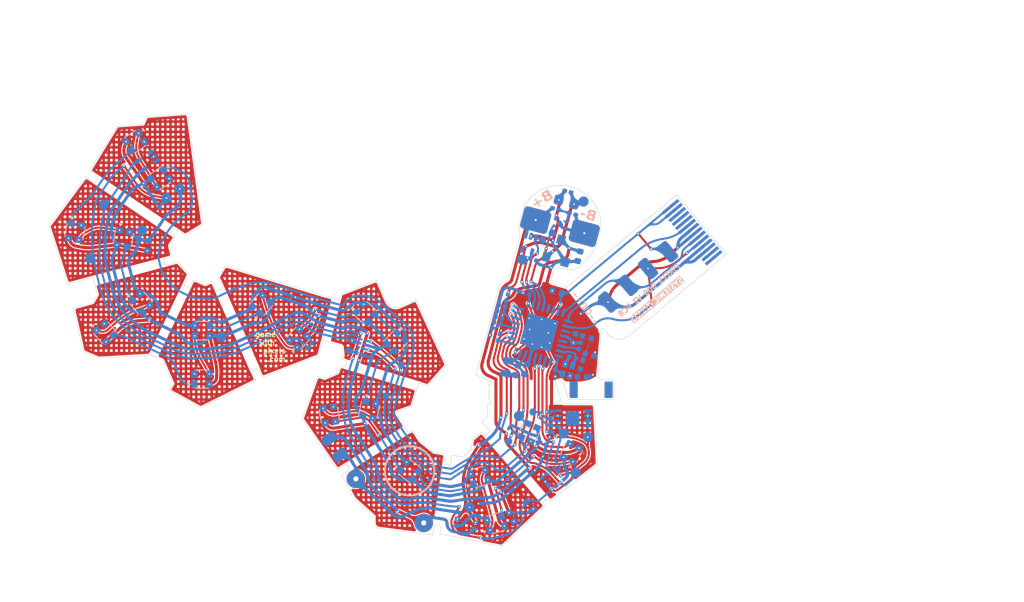
<source format=kicad_pcb>
(kicad_pcb (version 20241229) (generator "pcbnew") (generator_version "9.0")
  (title_block (title "FLX-F020") (date "2021-09-11") (rev "10") (company "Systemic Games, LLC") (comment 1 "Flexible PCB, 0.13mm thickness"))
  (layers (0 "F.Cu" signal) (2 "B.Cu" signal) (13 "F.Paste" user) (15 "B.Paste" user) (5 "F.SilkS" user "F.Silkscreen") (7 "B.SilkS" user "B.Silkscreen") (1 "F.Mask" user) (3 "B.Mask" user) (25 "Edge.Cuts" user))
  (net 0 "")
  (net 1 "/ANTENNA_MECHANICAL")
  (net 2 "GND")
  (net 3 "VDD")
  (net 4 "VDC")
  (net 5 "VEE")
  (net 6 "Net-(L1-Pad2)")
  (net 7 "Net-(U1-DEC4)")
  (net 8 "+5V")
  (net 9 "/LED_EN")
  (net 10 "Net-(U1-XC2)")
  (net 11 "Net-(U1-DEC1)")
  (net 12 "Net-(U1-XC1)")
  (net 13 "Net-(U1-DEC3)")
  (net 14 "RESET")
  (net 15 "SWDCLK")
  (net 16 "SWDIO")
  (net 17 "Net-(D2-DOUT)")
  (net 18 "/PROG")
  (net 19 "/LED_DATA")
  (net 20 "+BATT")
  (net 21 "/STATS")
  (net 22 "/5V_SENSE")
  (net 23 "/VBAT_SENSE")
  (net 24 "/LED_RETURN")
  (net 25 "Net-(D4-DOUT)")
  (net 26 "Net-(D18-DOUT)")
  (net 27 "Net-(D17-DOUT)")
  (net 28 "Net-(D16-DOUT)")
  (net 29 "/SCL")
  (net 30 "/SDA")
  (net 31 "/ACC_INT")
  (net 32 "/ANTENNA")
  (net 33 "Net-(D15-DOUT)")
  (net 34 "/ANT_50")
  (net 35 "/ANT_NRF")
  (net 36 "Net-(D11-DOUT)")
  (net 37 "Net-(U1-DCC)")
  (net 39 "/Wireless Charging/COILB")
  (net 40 "/Wireless Charging/COILA")
  (net 41 "/Wireless Charging/B-")
  (net 42 "Net-(U7-BAT)")
  (net 43 "Net-(D3-DOUT)")
  (net 44 "Net-(D5-DOUT)")
  (net 45 "Net-(D6-DOUT)")
  (net 46 "Net-(D8-DOUT)")
  (net 47 "Net-(D12-DOUT)")
  (net 48 "Net-(D13-DOUT)")
  (net 49 "Net-(D14-DOUT)")
  (net 50 "Net-(D19-DOUT)")
  (net 56 "/OPT_A2D")
  (net 57 "/Wireless Charging/TH1")
  (net 58 "/SENSE_SELECT")
  (net 59 "/SM")
  (net 60 "/NTC_PHOTO_SENSE")
  (net 65 "/MAG1_")
  (net 66 "Net-(D7-DOUT)")
  (net 67 "Net-(D10-DIN)")
  (net 68 "Net-(D10-DOUT)")
  (footprint "Pixels-dice:TX1812MWCA5-F01" (layer "B.Cu") (at 144.14 124.44 106)
    (property "Reference" "D5")
    (property "Value" "TX1812MWCA5-F01")
  )
  (footprint "Pixels-dice:TX1812MWCA5-F01" (layer "B.Cu") (at 145.74 128.93 106)
    (property "Reference" "D4")
    (property "Value" "TX1812MWCA5-F01")
  )
  (footprint "Pixels-dice:TX1812MWCA5-F01" (layer "B.Cu") (at 137.35 123.84 53)
    (property "Reference" "D6")
    (property "Value" "TX1812MWCA5-F01")
  )
  (footprint "Pixels-dice:TX1812MWCA5-F01" (layer "B.Cu") (at 149 120.1 155)
    (property "Reference" "D2")
    (property "Value" "TX1812MWCA5-F01")
  )
  (footprint "Pixels-dice:TX1812MWCA5-F01" (layer "B.Cu") (at 129.54 118.4 8)
    (property "Reference" "D7")
    (property "Value" "TX1812MWCA5-F01")
  )
  (footprint "Pixels-dice:TX1812MWCA5-F01" (layer "B.Cu") (at 136.02 111.29 -42)
    (property "Reference" "D9")
    (property "Value" "TX1812MWCA5-F01")
  )
  (footprint "Pixels-dice:TX1812MWCA5-F01" (layer "B.Cu") (at 133.42 117.91 -12)
    (property "Reference" "D8")
    (property "Value" "TX1812MWCA5-F01")
  )
  (footprint "Pixels-dice:TestPoint_THTPad_D1.5mm_Drill0.7mm_nosilk" (layer "B.Cu") (at 132.12 124.62 150)
    (property "Reference" "P6")
    (property "Value" "COILB")
  )
  (footprint "Capacitor_SMD:C_0201_0603Metric" (layer "B.Cu") (at 150.31 121.18 -25)
    (property "Reference" "C6")
    (property "Value" "0.1uF 10V 20%")
  )
  (footprint "Pixels-dice:TestPoint_THTPad_D1.5mm_Drill0.7mm_nosilk" (layer "B.Cu") (at 138.73 128.91 150)
    (property "Reference" "P5")
    (property "Value" "COILA")
  )
  (footprint "Pixels-dice:TX1812MWCA5-F01" (layer "B.Cu") (at 126.52 110.94 138)
    (property "Reference" "D11")
    (property "Value" "TX1812MWCA5-F01")
  )
  (footprint "Capacitor_SMD:C_0201_0603Metric" (layer "B.Cu") (at 153.92 111.67 75)
    (property "Reference" "C7")
    (property "Value" "100pF NP0 10V 2%")
  )
  (footprint "Pixels-dice:C_1.2x1.8" (layer "B.Cu") (at 146.83 113.75 -105)
    (property "Reference" "L1")
    (property "Value" "10uH 100mA 20%")
  )
  (footprint "Capacitor_SMD:C_0201_0603Metric" (layer "B.Cu") (at 153.22 112.8 -15)
    (property "Reference" "C5")
    (property "Value" "8pF 10V 10%")
  )
  (footprint "Capacitor_SMD:C_0201_0603Metric" (layer "B.Cu") (at 146.06 110.83 74)
    (property "Reference" "C3")
    (property "Value" "0.1uF 10V 20%")
  )
  (footprint "Capacitor_SMD:C_0201_0603Metric" (layer "B.Cu") (at 151.53 114.34 90)
    (property "Reference" "C2")
    (property "Value" "8pF 10V 10%")
  )
  (footprint "Resistor_SMD:R_0201_0603Metric" (layer "B.Cu") (at 151.04 118.43 -90)
    (property "Reference" "R10")
    (property "Value" "3.9k 1%")
  )
  (footprint "Pixels-dice:QFN-32-1EP_5x5mm_P0.5mm_EP3.1x3.1mm" (layer "B.Cu") (at 149.97168 110.358512 -15)
    (property "Reference" "U1")
    (property "Value" "N52810_QFN32")
  )
  (footprint "Capacitor_SMD:C_0201_0603Metric" (layer "B.Cu") (at 148.7 106.6 166)
    (property "Reference" "C10")
    (property "Value" "0.1uF 10V 20%")
  )
  (footprint "Pixels-dice:0402_RF" (layer "B.Cu") (at 153.4 110.95 -104)
    (property "Reference" "C8")
    (property "Value" "0.8pF 10V 5% C0G")
  )
  (footprint "Capacitor_SMD:C_0201_0603Metric" (layer "B.Cu") (at 153.21 98.84 -15)
    (property "Reference" "C23")
    (property "Value" "0.1uF 10V 20%")
  )
  (footprint "Pixels-dice:TX1812MWCA5-F01" (layer "B.Cu") (at 153.1 122.07012 155)
    (property "Reference" "D3")
    (property "Value" "TX1812MWCA5-F01")
  )
  (footprint "Pixels-dice:C_0402_1005Metric" (layer "B.Cu") (at 111.9 101.95 81)
    (property "Reference" "C9")
    (property "Value" "10uF 6.3V 20%")
  )
  (footprint "Resistor_SMD:R_0201_0603Metric" (layer "B.Cu") (at 132.46 112.45 163)
    (property "Reference" "R9")
    (property "Value" "100k 1%")
  )
  (footprint "Pixels-dice:C_0402_1005Metric" (layer "B.Cu") (at 151.7 106.43 166)
    (property "Reference" "C4")
    (property "Value" "4.7uF 10V 20%")
  )
  (footprint "Pixels-dice:Hongjie 10100 Solder Tabs" (layer "B.Cu") (at 151.99 100.07 -15)
    (property "Reference" "J3")
    (property "Value" "Conn_01x02")
  )
  (footprint "Pixels-dice:TX1812MWCA5-F01" (layer "B.Cu") (at 133.08 108.48 48)
    (property "Reference" "D10")
    (property "Value" "TX1812MWCA5-F01")
  )
  (footprint "Capacitor_SMD:C_0603_1608Metric" (layer "B.Cu") (at 152.62 97.68 165)
    (property "Reference" "C15")
    (property "Value" "22uF 10V 20%")
  )
  (footprint "Inductor_SMD:L_0402_1005Metric" (layer "B.Cu") (at 147.78 114.06 75)
    (property "Reference" "L2")
    (property "Value" "15nH 100mA 5%")
  )
  (footprint "Pixels-dice:C_0402_1005Metric" (layer "B.Cu") (at 148.66 113.95 75)
    (property "Reference" "C1")
    (property "Value" "4.7uF 10V 20%")
  )
  (footprint "Capacitor_SMD:C_0201_0603Metric" (layer "B.Cu") (at 146.156984 108.348357 165)
    (property "Reference" "C21")
    (property "Value" "10nF 25V 10%")
  )
  (footprint "Resistor_SMD:R_0201_0603Metric" (layer "B.Cu") (at 146.316757 107.790713 -15)
    (property "Reference" "R2")
    (property "Value" "3.9M 1%")
  )
  (footprint "Resistor_SMD:R_0201_0603Metric" (layer "B.Cu") (at 146.85 106.98 -105)
    (property "Reference" "R1")
    (property "Value" "3.9M 1%")
  )
  (footprint "Pixels-dice:SX16Y032000B81T001" (layer "B.Cu") (at 152.732048 114.019136 75)
    (property "Reference" "Y1")
    (property "Value" "32MHz 40ppm")
  )
  (footprint "Resistor_SMD:R_0201_0603Metric" (layer "B.Cu") (at 151.57 98.36 -15)
    (property "Reference" "R12")
    (property "Value" "510R 1%")
  )
  (footprint "Package_LGA:LGA-12_2x2mm_P0.5mm" (layer "B.Cu") (at 151.31 124.59 -140)
    (property "Reference" "U2")
    (property "Value" "SC7A20HTR")
  )
  (footprint "Pixels-dice:0402_RF" (layer "B.Cu") (at 154.61 110.83 -15)
    (property "Reference" "L5")
    (property "Value" "3.9nH 5%")
  )
  (footprint "Resistor_SMD:R_0201_0603Metric" (layer "B.Cu") (at 112.789346 97.937989 -54)
    (property "Reference" "R5")
    (property "Value" "10k 1%")
  )
  (footprint "Pixels-dice:0402_RF" (layer "B.Cu") (at 154.11 113.5 -105)
    (property "Reference" "L3")
    (property "Value" "0 Ohm")
  )
  (footprint "Pixels-dice:SOT-23" (layer "B.Cu") (at 151.834909 102.316378 -105)
    (property "Reference" "U3" (hide yes))
    (property "Value" "PJ75BL50SA" (hide yes))
  )
  (footprint "Pixels-dice:TEST_PIN" (layer "B.Cu") (at 148.34 103.28)
    (property "Reference" "W2" (hide yes))
    (property "Value" "PROG")
  )
  (footprint "Resistor_SMD:R_0201_0603Metric" (layer "B.Cu") (at 145.859098 109.472823 165)
    (property "Reference" "R8")
    (property "Value" "10M 1%")
  )
  (footprint "Pixels-dice:TEST_PIN" (layer "B.Cu") (at 106.26 103.16)
    (property "Reference" "W3" (hide yes))
    (property "Value" "PHOTO")
  )
  (footprint "Pixels-dice:TX1812MWCA5-F01" (layer "B.Cu") (at 122.928453 107.636908 138)
    (property "Reference" "D12")
    (property "Value" "TX1812MWCA5-F01")
  )
  (footprint "Pixels-dice:TX1812MWCA5-F01" (layer "B.Cu") (at 107.72 110.4 40)
    (property "Reference" "D15")
    (property "Value" "TX1812MWCA5-F01")
  )
  (footprint "Pixels-dice:TEST_PIN" (layer "B.Cu") (at 149.35 118.11)
    (property "Reference" "W8" (hide yes))
    (property "Value" "SCL")
  )
  (footprint "Pixels-dice:TEST_PIN" (layer "B.Cu") (at 154.7 120.57)
    (property "Reference" "W25" (hide yes))
    (property "Value" "VDD")
  )
  (footprint "Capacitor_SMD:C_0201_0603Metric" (layer "B.Cu") (at 146.01 108.91 165)
    (property "Reference" "C22")
    (property "Value" "10nF 25V 10%")
  )
  (footprint "Pixels-dice:FPC-POGO-4" (layer "B.Cu") (at 159.58577 104.967722 -140)
    (property "Reference" "J2")
    (property "Value" "Conn_01x04")
  )
  (footprint "Capacitor_SMD:C_0201_0603Metric" (layer "B.Cu") (at 127.65 111.65 -130)
    (property "Reference" "C14")
    (property "Value" "0.1uF 10V 20%")
  )
  (footprint "Pixels-dice:TEST_PIN" (layer "B.Cu") (at 152.36 120.2)
    (property "Reference" "W9" (hide yes))
    (property "Value" "SDA")
  )
  (footprint "Pixels-dice:0402_RF" (layer "B.Cu") (at 154.86 112.56 -15)
    (property "Reference" "C12")
    (property "Value" "DNP")
  )
  (footprint "Pixels-dice:CHIP_ANT" (layer "B.Cu") (at 153.32 115.95 90)
    (property "Reference" "AE1")
    (property "Value" "Antenna_Chip" (hide yes))
  )
  (footprint "Pixels-dice:TEST_PIN" (layer "B.Cu") (at 150.29 101.38)
    (property "Reference" "W17" (hide yes))
    (property "Value" "STAT")
  )
  (footprint "Pixels-dice:TEST_PIN" (layer "B.Cu") (at 119.01 110.82)
    (property "Reference" "W4" (hide yes))
    (property "Value" "VDC")
  )
  (footprint "Resistor_SMD:R_0201_0603Metric" (layer "B.Cu") (at 152.759592 96.663082 165)
    (property "Reference" "R4" (hide yes))
    (property "Value" "10k 1%" (hide yes))
  )
  (footprint "Pixels-dice:TX1812MWCA5-F01" (layer "B.Cu") (at 113.07 95.39 -56)
    (property "Reference" "D20")
    (property "Value" "TX1812MWCA5-F01")
  )
  (footprint "Pixels-dice:FPC_14" (layer "B.Cu") (at 166.941151 103.104177 130)
    (property "Reference" "J1")
    (property "Value" "Conn_01x14")
  )
  (footprint "Package_TO_SOT_SMD:SOT-553" (layer "B.Cu") (at 148.976224 101.703107 -105)
    (property "Reference" "U9" (hide yes))
    (property "Value" "XT4051" (hide yes))
  )
  (footprint "Pixels-dice:TX1812MWCA5-F01" (layer "B.Cu") (at 117.17 110.2 90)
    (property "Reference" "D13")
    (property "Value" "TX1812MWCA5-F01")
  )
  (footprint "Pixels-dice:FPB1_1-4" (layer "B.Cu") (at 148.334296 127.926843 -46)
    (property "Reference" "U4")
    (property "Value" "ME6230")
  )
  (footprint "Pixels-dice:TEST_PIN" (layer "B.Cu") (at 136.52 113.54)
    (property "Reference" "W22" (hide yes))
    (property "Value" "ADC_SELECT")
  )
  (footprint "Pixels-dice:SOT-363_SC-70-6" (layer "B.Cu") (at 142.89 128.69 169)
    (property "Reference" "D1")
    (property "Value" "BAV99S" (hide yes))
  )
  (footprint "Pixels-dice:C_0402_1005Metric" (layer "B.Cu") (at 147.27 128.34 -61)
    (property "Reference" "C16")
    (property "Value" "10uF 6.3V 20%")
  )
  (footprint "Pixels-dice:TX1812MWCA5-F01" (layer "B.Cu") (at 104.78 100.57 -10)
    (property "Reference" "D18")
    (property "Value" "TX1812MWCA5-F01")
  )
  (footprint "Resistor_SMD:R_0201_0603Metric" (layer "B.Cu") (at 151.06 119.7 90)
    (property "Reference" "R11")
    (property "Value" "3.9k 1%")
  )
  (footprint "Pixels-dice:TEST_PIN" (layer "B.Cu") (at 135.06 116.56)
    (property "Reference" "W23" (hide yes))
    (property "Value" "ADC_OUT")
  )
  (footprint "Capacitor_SMD:C_0805_2012Metric" (layer "B.Cu") (at 130.05 121.52 -55)
    (property "Reference" "C19")
    (property "Value" "12nF 50V 5% NP0")
  )
  (footprint "Pixels-dice:TEST_PIN" (layer "B.Cu") (at 143.18 127.38)
    (property "Reference" "W16" (hide yes))
    (property "Value" "VIN")
  )
  (footprint "Package_TO_SOT_SMD:SOT-553" (layer "B.Cu") (at 111.843142 93.648249 -146)
    (property "Reference" "U8")
    (property "Value" "SL1605")
  )
  (footprint "Pixels-dice:0402_RF" (layer "B.Cu") (at 154.12 114.7)
    (property "Reference" "C11")
    (property "Value" "DNP")
  )
  (footprint "Diode_SMD:D_0603_1608Metric" (layer "B.Cu") (at 114.34 96.84 35)
    (property "Reference" "Q1")
    (property "Value" "ZSPT-Z1608C-06F-Z4")
  )
  (footprint "Pixels-dice:R_0402_1005Metric" (layer "B.Cu") (at 131.61 111.65 73)
    (property "Reference" "TH1")
    (property "Value" "NTC 100k @ 25C")
  )
  (footprint "Pixels-dice:TEST_PIN" (layer "B.Cu") (at 154.28 97.63)
    (property "Reference" "W15" (hide yes))
    (property "Value" "+5V")
  )
  (footprint "Pixels-dice:AW35122" (layer "B.Cu") (at 147.1 120.09 -115)
    (property "Reference" "U6")
    (property "Value" "AW35122")
  )
  (footprint "Resistor_SMD:R_0201_0603Metric" (layer "B.Cu") (at 145.27 110.3 75)
    (property "Reference" "R7")
    (property "Value" "3.9M 1%")
  )
  (footprint "Pixels-dice:TEST_PIN" (layer "B.Cu") (at 147 120.98)
    (property "Reference" "W21" (hide yes))
    (property "Value" "LED2")
  )
  (footprint "Pixels-dice:TEST_PIN" (layer "B.Cu") (at 153.51 123.99)
    (property "Reference" "W7" (hide yes))
    (property "Value" "ACC_INT")
  )
  (footprint "Pixels-dice:TDFN-8-1EP_3x2mm_P0.5mm_EP1.3x1.4mm" (layer "B.Cu") (at 153.24 118.74 180)
    (property "Reference" "U5")
    (property "Value" "BL24C02F-NTRC")
  )
  (footprint "Pixels-dice:TX1812MWCA5-F01" (layer "B.Cu") (at 110.64 91.8 -56)
    (property "Reference" "D19")
    (property "Value" "TX1812MWCA5-F01")
  )
  (footprint "Pixels-dice:TX1812MWCA5-F01" (layer "B.Cu") (at 109.49 101.22 -10)
    (property "Reference" "D17")
    (property "Value" "TX1812MWCA5-F01")
  )
  (footprint "Resistor_SMD:R_0201_0603Metric" (layer "B.Cu") (at 149.390453 103.28678 -15)
    (property "Reference" "R6" (hide yes))
    (property "Value" "3.9k 1%" (hide yes))
  )
  (footprint "Pixels-dice:TEST_PIN" (layer "B.Cu") (at 148 118.5)
    (property "Reference" "W1" (hide yes))
    (property "Value" "LED_DATA1")
  )
  (footprint "Pixels-dice:TX1812MWCA5-F01" (layer "B.Cu") (at 111.215115 107.49 40)
    (property "Reference" "D16")
    (property "Value" "TX1812MWCA5-F01")
  )
  (footprint "Pixels-dice:C_0402_1005Metric" (layer "B.Cu") (at 149.06 127.21 -46)
    (property "Reference" "C18")
    (property "Value" "4.7uF 10V 20%")
  )
  (footprint "Package_DFN_QFN:UDFN-4-1EP_1x1mm_P0.65mm_EP0.48x0.48mm" (layer "B.Cu") (at 151.992516 99.796308 165)
    (property "Reference" "U7" (hide yes))
    (property "Value" "DS6101" (hide yes))
  )
  (footprint "Pixels-dice:TX1812MWCA5-F01" (layer "B.Cu") (at 117.14 114.91 90)
    (property "Reference" "D14")
    (property "Value" "TX1812MWCA5-F01")
  )
  (footprint "Pixels-dice:TEST_PIN" (layer "B.Cu") (at 111.32 100.43)
    (property "Reference" "W19" (hide yes))
    (property "Value" "GND")
  )
  (footprint "Pixels-dice:TEST_PIN" (layer "B.Cu") (at 151.24 100.69)
    (property "Reference" "W5" (hide yes))
    (property "Value" "SM")
  )
  (footprint "Capacitor_SMD:C_0402_1005Metric" (layer "B.Cu") (at 153.837465 102.956498 -105)
    (property "Reference" "C13" (hide yes))
    (property "Value" "4.7uF 25V 20%" (hide yes))
  )
  (footprint "Pixels-dice:TEST_PIN" (layer "B.Cu") (at 107.61 97.91)
    (property "Reference" "W6" (hide yes))
    (property "Value" "MAG1")
  )
  (footprint "Pixels-dice:DFN1109-6" (layer "B.Cu") (at 132.75 111.49 73)
    (property "Reference" "U10")
    (property "Value" "WAS3157D-6/TR")
  )
  (gr_circle (center 137.35 123.84) (end 139.75 123.84) (stroke (width 0.2)) (fill no) (layer "B.SilkS"))
  (gr_line (start 151.07 105.38) (end 151.27 104.65) (stroke (width 0.05)) (layer "Edge.Cuts"))
  (gr_line (start 150.933269 126.652219) (end 151.039 126.78) (stroke (width 0.05)) (layer "Edge.Cuts"))
  (gr_arc (start 106.3302 105.020101) (mid 106.479727 105.039477) (end 106.571218 105.164448) (stroke (width 0.05)) (layer "Edge.Cuts"))
  (gr_arc (start 115.499066 105.842327) (mid 115.40394 105.732083) (end 115.410903 105.58592) (stroke (width 0.05)) (layer "Edge.Cuts"))
  (gr_arc (start 114.182252 100.851123) (mid 114.096449 100.720068) (end 114.131726 100.567303) (stroke (width 0.05)) (layer "Edge.Cuts"))
  (gr_line (start 114.131726 100.567303) (end 114.293319 100.314813) (stroke (width 0.05)) (layer "Edge.Cuts"))
  (gr_line (start 150.420447 126.826795) (end 150.649674 126.629621) (stroke (width 0.05)) (layer "Edge.Cuts"))
  (gr_line (start 130.34 123.69) (end 131.024797 123.253318) (stroke (width 0.05)) (layer "Edge.Cuts"))
  (gr_arc (start 117.565748 105.707222) (mid 117.475001 105.731269) (end 117.386503 105.708483) (stroke (width 0.05)) (layer "Edge.Cuts"))
  (gr_line (start 145.07 116.92) (end 145.19 116.92) (stroke (width 0.05)) (layer "Edge.Cuts"))
  (gr_line (start 151.039 126.78) (end 155.610173 123.187079) (stroke (width 0.05)) (layer "Edge.Cuts"))
  (gr_line (start 132.01 126.55) (end 133.932941 128.263709) (stroke (width 0.05)) (layer "Edge.Cuts"))
  (gr_line (start 147.999092 99.902863) (end 148.459892 98.183145) (stroke (width 0.05)) (layer "Edge.Cuts"))
  (gr_line (start 111.78 89.37) (end 111.44 90.11) (stroke (width 0.05)) (layer "Edge.Cuts"))
  (gr_line (start 155.431 119.706) (end 155.610173 123.187079) (stroke (width 0.05)) (layer "Edge.Cuts"))
  (gr_arc (start 106.806013 95.636228) (mid 106.682961 95.720891) (end 106.530529 95.690359) (stroke (width 0.05)) (layer "Edge.Cuts"))
  (gr_line (start 143.81 114.49) (end 145.308495 115.183934) (stroke (width 0.05)) (layer "Edge.Cuts"))
  (gr_arc (start 131.058296 113.068667) (mid 131.174688 113.163572) (end 131.187874 113.334743) (stroke (width 0.05)) (layer "Edge.Cuts"))
  (gr_line (start 108.9 90.29) (end 106.24 94.65) (stroke (width 0.05)) (layer "Edge.Cuts"))
  (gr_line (start 168.19 102.75) (end 163.35 96.98) (stroke (width 0.05)) (layer "Edge.Cuts"))
  (gr_line (start 156.142 114.99) (end 157.049 114.99) (stroke (width 0.05)) (layer "Edge.Cuts"))
  (gr_arc (start 142.68076 122.408762) (mid 142.586227 122.460574) (end 142.473659 122.468602) (stroke (width 0.05)) (layer "Edge.Cuts"))
  (gr_line (start 105.61 112.22) (end 104.66 108) (stroke (width 0.05)) (layer "Edge.Cuts"))
  (gr_line (start 144.95 117.33) (end 144.95 118.61) (stroke (width 0.05)) (layer "Edge.Cuts"))
  (gr_arc (start 118.715474 106.274419) (mid 118.565065 106.277498) (end 118.447374 106.153586) (stroke (width 0.05)) (layer "Edge.Cuts"))
  (gr_line (start 142.473594 122.469039) (end 141.48 122.32) (stroke (width 0.05)) (layer "Edge.Cuts"))
  (gr_line (start 144.34 120.08) (end 143.5 120.81) (stroke (width 0.05)) (layer "Edge.Cuts"))
  (gr_line (start 137.54 117.57) (end 138.190003 115.459994) (stroke (width 0.05)) (layer "Edge.Cuts"))
  (gr_arc (start 157.049 114.99) (mid 157.19113 115.04887) (end 157.25 115.191) (stroke (width 0.05)) (layer "Edge.Cuts"))
  (gr_line (start 140.51 113.98) (end 140.904313 113.537461) (stroke (width 0.05)) (layer "Edge.Cuts"))
  (gr_line (start 145.190019 117.329999) (end 144.95 117.33) (stroke (width 0.05)) (layer "Edge.Cuts"))
  (gr_line (start 134.368643 129.409824) (end 139.61 130.09) (stroke (width 0.05)) (layer "Edge.Cuts"))
  (gr_arc (start 130.419766 114.219711) (mid 130.377553 114.295868) (end 130.276177 114.364287) (stroke (width 0.05)) (layer "Edge.Cuts"))
  (gr_line (start 144.95 118.61) (end 144.4 119.08) (stroke (width 0.05)) (layer "Edge.Cuts"))
  (gr_line (start 155.431 119.706) (end 155.319763 117.544832) (stroke (width 0.05)) (layer "Edge.Cuts"))
  (gr_arc (start 155.885681 110.329574) (mid 155.847445 110.207521) (end 155.905483 110.108441) (stroke (width 0.05)) (layer "Edge.Cuts"))
  (gr_line (start 117.02 117.67) (end 122.37 115.02) (stroke (width 0.05)) (layer "Edge.Cuts"))
  (gr_line (start 128.958836 114.831548) (end 128.4 114.63) (stroke (width 0.05)) (layer "Edge.Cuts"))
  (gr_arc (start 143.349699 121.7602) (mid 143.319806 121.844265) (end 143.260053 121.909955) (stroke (width 0.05)) (layer "Edge.Cuts"))
  (gr_line (start 150.51 127.24) (end 150.394697 127.111326) (stroke (width 0.05)) (layer "Edge.Cuts"))
  (gr_arc (start 158.741373 110.665679) (mid 157.609545 111.00646) (end 156.562902 110.39542) (stroke (width 0.05)) (layer "Edge.Cuts"))
  (gr_line (start 130.8 112.99) (end 131.058296 113.068667) (stroke (width 0.05)) (layer "Edge.Cuts"))
  (gr_line (start 139.12 115.54) (end 140.51 113.98) (stroke (width 0.05)) (layer "Edge.Cuts"))
  (gr_line (start 134.18 105.32) (end 130.7 106.66) (stroke (width 0.05)) (layer "Edge.Cuts"))
  (gr_line (start 116.639904 95.729999) (end 115.74 89.08) (stroke (width 0.05)) (layer "Edge.Cuts"))
  (gr_line (start 151.27009 104.64967) (end 151.387898 104.219672) (stroke (width 0.05)) (layer "Edge.Cuts"))
  (gr_line (start 106.571218 105.164448) (end 106.97 106.62) (stroke (width 0.05)) (layer "Edge.Cuts"))
  (gr_line (start 146.35 131.17) (end 150.51 127.24) (stroke (width 0.05)) (layer "Edge.Cuts"))
  (gr_arc (start 146.969599 105.1701) (mid 146.92653 105.258642) (end 146.851303 105.319248) (stroke (width 0.05)) (layer "Edge.Cuts"))
  (gr_line (start 147.869703 101.89005) (end 148.095771 101.066159) (stroke (width 0.05)) (layer "Edge.Cuts"))
  (gr_line (start 128.48 112.62) (end 128.811788 111.312956) (stroke (width 0.05)) (layer "Edge.Cuts"))
  (gr_line (start 118.16 105.42) (end 117.565748 105.707222) (stroke (width 0.05)) (layer "Edge.Cuts"))
  (gr_line (start 143.5 120.81) (end 143.35 121.76) (stroke (width 0.05)) (layer "Edge.Cuts"))
  (gr_arc (start 113.423824 103.396435) (mid 113.444625 103.245672) (end 113.564994 103.153474) (stroke (width 0.05)) (layer "Edge.Cuts"))
  (gr_line (start 130.829978 111.799791) (end 130.908947 112.5796) (stroke (width 0.05)) (layer "Edge.Cuts"))
  (gr_line (start 140.78 122.22) (end 139.72 122.06) (stroke (width 0.05)) (layer "Edge.Cuts"))
  (gr_line (start 119.027817 106.14519) (end 118.715507 106.274846) (stroke (width 0.05)) (layer "Edge.Cuts"))
  (gr_arc (start 144.837148 120.315088) (mid 144.676428 120.376015) (end 144.534275 120.303415) (stroke (width 0.05)) (layer "Edge.Cuts"))
  (gr_line (start 155.976 110.45) (end 155.639496 114.486045) (stroke (width 0.05)) (layer "Edge.Cuts"))
  (gr_line (start 128.4 114.63) (end 126.92 118.78) (stroke (width 0.05)) (layer "Edge.Cuts"))
  (gr_line (start 152.942434 104.2536) (end 151.650611 104.036777) (stroke (width 0.05)) (layer "Edge.Cuts"))
  (gr_arc (start 148.097776 100.946141) (mid 148.014135 100.427754) (end 147.999092 99.902863) (stroke (width 0.05)) (layer "Edge.Cuts"))
  (gr_line (start 138.440139 115.330044) (end 139.12 115.54) (stroke (width 0.05)) (layer "Edge.Cuts"))
  (gr_line (start 141.48 122.32) (end 141.36 123.11) (stroke (width 0.05)) (layer "Edge.Cuts"))
  (gr_arc (start 131.024802 123.253326) (mid 131.176646 123.226554) (end 131.304385 123.317533) (stroke (width 0.05)) (layer "Edge.Cuts"))
  (gr_line (start 140.671006 123.002771) (end 140.78 122.22) (stroke (width 0.05)) (layer "Edge.Cuts"))
  (gr_line (start 145.24 117.27) (end 145.24 117.287981) (stroke (width 0.05)) (layer "Edge.Cuts"))
  (gr_line (start 106.24 94.65) (end 106.923858 95.11261) (stroke (width 0.05)) (layer "Edge.Cuts"))
  (gr_line (start 151.998395 114.956752) (end 151.700569 115.049822) (stroke (width 0.05)) (layer "Edge.Cuts"))
  (gr_arc (start 155.618621 101.605134) (mid 155.353243 102.26806) (end 154.938722 102.849499) (stroke (width 0.05)) (layer "Edge.Cuts"))
  (gr_line (start 156.276126 110.016166) (end 156.562902 110.39542) (stroke (width 0.05)) (layer "Edge.Cuts"))
  (gr_arc (start 130.694974 111.621334) (mid 130.789021 111.687224) (end 130.829978 111.799791) (stroke (width 0.05)) (layer "Edge.Cuts"))
  (gr_arc (start 136.092236 118.323535) (mid 136.065415 118.145138) (end 136.199529 118.016824) (stroke (width 0.05)) (layer "Edge.Cuts"))
  (gr_line (start 155.906 110.108) (end 156.07221 109.982558) (stroke (width 0.05)) (layer "Edge.Cuts"))
  (gr_line (start 137.98 107.21) (end 139.69 110.91) (stroke (width 0.05)) (layer "Edge.Cuts"))
  (gr_line (start 131.187874 113.334743) (end 131.103442 113.597419) (stroke (width 0.05)) (layer "Edge.Cuts"))
  (gr_arc (start 113.970301 102.009701) (mid 113.962818 101.922648) (end 113.991185 101.838245) (stroke (width 0.05)) (layer "Edge.Cuts"))
  (gr_line (start 130.898738 112.674039) (end 130.8 112.99) (stroke (width 0.05)) (layer "Edge.Cuts"))
  (gr_line (start 147.87 101.89) (end 146.97 105.17) (stroke (width 0.05)) (layer "Edge.Cuts"))
  (gr_line (start 118.74 105.01) (end 119.145305 105.877844) (stroke (width 0.05)) (layer "Edge.Cuts"))
  (gr_line (start 122.37 115.02) (end 122.036313 114.261619) (stroke (width 0.05)) (layer "Edge.Cuts"))
  (gr_arc (start 106.9696 106.6195) (mid 106.976175 106.696714) (end 106.949633 106.769521) (stroke (width 0.05)) (layer "Edge.Cuts"))
  (gr_arc (start 151.5702 115.300099) (mid 151.583368 115.148147) (end 151.700617 115.049976) (stroke (width 0.05)) (layer "Edge.Cuts"))
  (gr_line (start 130.454822 107.188667) (end 128.79 106.76) (stroke (width 0.05)) (layer "Edge.Cuts"))
  (gr_line (start 137.136829 119.974987) (end 136.092236 118.323535) (stroke (width 0.05)) (layer "Edge.Cuts"))
  (gr_arc (start 151.998395 114.956752) (mid 152.17018 114.966073) (end 152.270123 115.080402) (stroke (width 0.05)) (layer "Edge.Cuts"))
  (gr_arc (start 152.382099 117.34) (mid 152.223225 117.280228) (end 152.128368 117.124667) (stroke (width 0.05)) (layer "Edge.Cuts"))
  (gr_line (start 136.199529 118.016824) (end 137.54 117.57) (stroke (width 0.05)) (layer "Edge.Cuts"))
  (gr_line (start 114.51 101.07) (end 114.182077 100.851385) (stroke (width 0.05)) (layer "Edge.Cuts"))
  (gr_arc (start 140.8397 123.2395) (mid 140.705667 123.160751) (end 140.671006 123.002771) (stroke (width 0.05)) (layer "Edge.Cuts"))
  (gr_line (start 135.073344 107.374691) (end 134.18 105.32) (stroke (width 0.05)) (layer "Edge.Cuts"))
  (gr_line (start 140.418916 129.387346) (end 140.33 129.99) (stroke (width 0.05)) (layer "Edge.Cuts"))
  (gr_line (start 153.99527 103.885556) (end 154.938722 102.849499) (stroke (width 0.05)) (layer "Edge.Cuts"))
  (gr_line (start 105.85 95.23) (end 102.28 100.03) (stroke (width 0.05)) (layer "Edge.Cuts"))
  (gr_arc (start 129.148918 114.840458) (mid 129.08086 114.855646) (end 128.958836 114.831548) (stroke (width 0.05)) (layer "Edge.Cuts"))
  (gr_line (start 158.742 110.666) (end 168.19 102.75) (stroke (width 0.05)) (layer "Edge.Cuts"))
  (gr_line (start 152.98 116.91) (end 157.05 116.91) (stroke (width 0.05)) (layer "Edge.Cuts"))
  (gr_line (start 102.28 100.03) (end 104.09 105.63) (stroke (width 0.05)) (layer "Edge.Cuts"))
  (gr_arc (start 145.24 117.287981) (mid 145.226649 117.316649) (end 145.190019 117.329999) (stroke (width 0.05)) (layer "Edge.Cuts"))
  (gr_line (start 145.07 115.44) (end 145.07 116.92) (stroke (width 0.05)) (layer "Edge.Cuts"))
  (gr_arc (start 153.995272 103.885556) (mid 153.508358 104.182587) (end 152.942434 104.2536) (stroke (width 0.05)) (layer "Edge.Cuts"))
  (gr_line (start 139.960973 129.110162) (end 140.247821 129.15797) (stroke (width 0.05)) (layer "Edge.Cuts"))
  (gr_arc (start 155.119 117.340201) (mid 155.257297 117.395417) (end 155.319763 117.544832) (stroke (width 0.05)) (layer "Edge.Cuts"))
  (gr_line (start 119.41 103.9) (end 118.74 105.01) (stroke (width 0.05)) (layer "Edge.Cuts"))
  (gr_line (start 155.885681 110.329574) (end 155.976 110.45) (stroke (width 0.05)) (layer "Edge.Cuts"))
  (gr_line (start 151.57 115.3) (end 152.128368 117.124667) (stroke (width 0.05)) (layer "Edge.Cuts"))
  (gr_line (start 145.33 115.226472) (end 145.33 115.38812) (stroke (width 0.05)) (layer "Edge.Cuts"))
  (gr_line (start 113.95 116) (end 114.35 115.36) (stroke (width 0.05)) (layer "Edge.Cuts"))
  (gr_line (start 115.82 104.69) (end 114.77 103.54) (stroke (width 0.05)) (layer "Edge.Cuts"))
  (gr_line (start 113.564994 103.153474) (end 114.23 102.96) (stroke (width 0.05)) (layer "Edge.Cuts"))
  (gr_arc (start 122.419108 113.880494) (mid 122.573689 113.879105) (end 122.679727 113.989389) (stroke (width 0.05)) (layer "Edge.Cuts"))
  (gr_line (start 115.74 89.08) (end 111.78 89.37) (stroke (width 0.05)) (layer "Edge.Cuts"))
  (gr_line (start 116.000353 105.859874) (end 116.33 105.25) (stroke (width 0.05)) (layer "Edge.Cuts"))
  (gr_line (start 145.239599 116.9704) (end 145.24 117.27) (stroke (width 0.05)) (layer "Edge.Cuts"))
  (gr_line (start 138.34 120.95) (end 137.67 119.89) (stroke (width 0.05)) (layer "Edge.Cuts"))
  (gr_arc (start 151.221617 105.633257) (mid 151.087952 105.534559) (end 151.070049 105.380414) (stroke (width 0.05)) (layer "Edge.Cuts"))
  (gr_arc (start 141.359799 123.1097) (mid 141.280959 123.243612) (end 141.129804 123.279674) (stroke (width 0.05)) (layer "Edge.Cuts"))
  (gr_line (start 116.77 100.13) (end 117.199787 99.867352) (stroke (width 0.05)) (layer "Edge.Cuts"))
  (gr_line (start 126.92 118.78) (end 130.34 123.69) (stroke (width 0.05)) (layer "Edge.Cuts"))
  (gr_arc (start 116.000353 105.859874) (mid 115.88419 105.961304) (end 115.730378 105.94983) (stroke (width 0.05)) (layer "Edge.Cuts"))
  (gr_line (start 130.276177 114.364287) (end 129.148918 114.840458) (stroke (width 0.05)) (layer "Edge.Cuts"))
  (gr_arc (start 145.1896 116.920401) (mid 145.226038 116.933962) (end 145.239599 116.9704) (stroke (width 0.05)) (layer "Edge.Cuts"))
  (gr_arc (start 150.65 126.63) (mid 150.794881 126.582069) (end 150.933268 126.652219) (stroke (width 0.05)) (layer "Edge.Cuts"))
  (gr_arc (start 137.401588 120.055176) (mid 137.259692 120.073303) (end 137.136829 119.974987) (stroke (width 0.05)) (layer "Edge.Cuts"))
  (gr_arc (start 119.145305 105.877844) (mid 119.146922 106.027686) (end 119.027817 106.14519) (stroke (width 0.05)) (layer "Edge.Cuts"))
  (gr_line (start 130.843962 113.734375) (end 130.6 113.66) (stroke (width 0.05)) (layer "Edge.Cuts"))
  (gr_line (start 115.410903 105.58592) (end 115.82 104.69) (stroke (width 0.05)) (layer "Edge.Cuts"))
  (gr_line (start 106.530529 95.690359) (end 105.85 95.23) (stroke (width 0.05)) (layer "Edge.Cuts"))
  (gr_line (start 113.95 116) (end 117.02 117.67) (stroke (width 0.05)) (layer "Edge.Cuts"))
  (gr_arc (start 134.368643 129.409824) (mid 134.057779 129.244492) (end 133.932933 128.917635) (stroke (width 0.05)) (layer "Edge.Cuts"))
  (gr_line (start 117.386503 105.708483) (end 116.33 105.25) (stroke (width 0.05)) (layer "Edge.Cuts"))
  (gr_arc (start 113.742677 103.803842) (mid 113.587965 103.786955) (end 113.489847 103.651333) (stroke (width 0.05)) (layer "Edge.Cuts"))
  (gr_line (start 123.01 114.73) (end 128.48 112.62) (stroke (width 0.05)) (layer "Edge.Cuts"))
  (gr_line (start 155.119 117.34) (end 152.382099 117.34) (stroke (width 0.05)) (layer "Edge.Cuts"))
  (gr_arc (start 122.036313 114.261619) (mid 122.037418 114.111607) (end 122.152619 113.998836) (stroke (width 0.05)) (layer "Edge.Cuts"))
  (gr_line (start 105.61 112.22) (end 107.1 112.85) (stroke (width 0.05)) (layer "Edge.Cuts"))
  (gr_arc (start 156.07221 109.982558) (mid 156.176504 109.958387) (end 156.275662 110.016517) (stroke (width 0.05)) (layer "Edge.Cuts"))
  (gr_line (start 114.35 115.36) (end 113.34 113.06) (stroke (width 0.05)) (layer "Edge.Cuts"))
  (gr_arc (start 138.190003 115.459994) (mid 138.288077 115.343224) (end 138.440139 115.330044) (stroke (width 0.05)) (layer "Edge.Cuts"))
  (gr_arc (start 156.142 114.989506) (mid 155.783157 114.838773) (end 155.639496 114.486045) (stroke (width 0.05)) (layer "Edge.Cuts"))
  (gr_line (start 114.77 103.54) (end 113.742677 103.803842) (stroke (width 0.05)) (layer "Edge.Cuts"))
  (gr_arc (start 150.394697 127.111326) (mid 150.344568 126.967034) (end 150.420447 126.826795) (stroke (width 0.05)) (layer "Edge.Cuts"))
  (gr_arc (start 128.811788 111.312956) (mid 128.901924 111.201992) (end 129.068835 111.185053) (stroke (width 0.05)) (layer "Edge.Cuts"))
  (gr_line (start 143.260053 121.909955) (end 142.681048 122.409096) (stroke (width 0.05)) (layer "Edge.Cuts"))
  (gr_arc (start 106.582202 107.415592) (mid 106.528593 107.476427) (end 106.459804 107.509714) (stroke (width 0.05)) (layer "Edge.Cuts"))
  (gr_arc (start 145.068608 119.848951) (mid 145.117134 119.994214) (end 145.049 120.13065) (stroke (width 0.05)) (layer "Edge.Cuts"))
  (gr_line (start 116.639904 95.729999) (end 117.199787 99.867352) (stroke (width 0.05)) (layer "Edge.Cuts"))
  (gr_arc (start 145.33 115.38812) (mid 145.313241 115.423241) (end 145.26589 115.44) (stroke (width 0.05)) (layer "Edge.Cuts"))
  (gr_arc (start 151.387898 104.219672) (mid 151.486088 104.080668) (end 151.650611 104.036777) (stroke (width 0.05)) (layer "Edge.Cuts"))
  (gr_arc (start 139.730725 129.275101) (mid 139.809146 129.147149) (end 139.96088 129.110722) (stroke (width 0.05)) (layer "Edge.Cuts"))
  (gr_line (start 113.34 113.06) (end 112.24 112.55) (stroke (width 0.05)) (layer "Edge.Cuts"))
  (gr_line (start 115.51 100.9) (end 116.77 100.13) (stroke (width 0.05)) (layer "Edge.Cuts"))
  (gr_line (start 113.97 102.01) (end 114.23 102.96) (stroke (width 0.05)) (layer "Edge.Cuts"))
  (gr_line (start 130.6 113.66) (end 130.420062 114.219806) (stroke (width 0.05)) (layer "Edge.Cuts"))
  (gr_arc (start 114.293319 100.314813) (mid 114.417991 100.234602) (end 114.591797 100.27484) (stroke (width 0.05)) (layer "Edge.Cuts"))
  (gr_line (start 133.932941 128.263709) (end 133.932933 128.917635) (stroke (width 0.05)) (layer "Edge.Cuts"))
  (gr_line (start 122.152619 113.998836) (end 122.419072 113.880412) (stroke (width 0.05)) (layer "Edge.Cuts"))
  (gr_line (start 144.4 119.08) (end 145.068881 119.848714) (stroke (width 0.05)) (layer "Edge.Cuts"))
  (gr_line (start 145.049109 120.130775) (end 144.837148 120.315088) (stroke (width 0.05)) (layer "Edge.Cuts"))
  (gr_line (start 118.447374 106.153586) (end 118.16 105.42) (stroke (width 0.05)) (layer "Edge.Cuts"))
  (gr_line (start 106.46 107.51) (end 104.66 108) (stroke (width 0.05)) (layer "Edge.Cuts"))
  (gr_line (start 122.679727 113.989389) (end 123.01 114.73) (stroke (width 0.05)) (layer "Edge.Cuts"))
  (gr_line (start 146.14 105.73) (end 143.81 114.49) (stroke (width 0.05)) (layer "Edge.Cuts"))
  (gr_line (start 141.13 123.28) (end 140.84 123.24) (stroke (width 0.05)) (layer "Edge.Cuts"))
  (gr_line (start 104.09 105.63) (end 106.33 105.02) (stroke (width 0.05)) (layer "Edge.Cuts"))
  (gr_line (start 140.33 129.99) (end 146.35 131.17) (stroke (width 0.05)) (layer "Edge.Cuts"))
  (gr_line (start 163.35 96.98) (end 152.578718 106.013743) (stroke (width 0.05)) (layer "Edge.Cuts"))
  (gr_line (start 139.61 130.09) (end 139.730725 129.275101) (stroke (width 0.05)) (layer "Edge.Cuts"))
  (gr_line (start 112.24 112.55) (end 107.1 112.85) (stroke (width 0.05)) (layer "Edge.Cuts"))
  (gr_line (start 131.397764 123.841426) (end 130.71 124.28) (stroke (width 0.05)) (layer "Edge.Cuts"))
  (gr_arc (start 157.25 116.71) (mid 157.191421 116.851421) (end 157.05 116.91) (stroke (width 0.05)) (layer "Edge.Cuts"))
  (gr_line (start 129.068835 111.185053) (end 130.694974 111.621334) (stroke (width 0.05)) (layer "Edge.Cuts"))
  (gr_line (start 146.851303 105.319248) (end 146.14 105.73) (stroke (width 0.05)) (layer "Edge.Cuts"))
  (gr_arc (start 140.247821 129.15797) (mid 140.384829 129.237235) (end 140.418916 129.387346) (stroke (width 0.05)) (layer "Edge.Cuts"))
  (gr_line (start 113.489847 103.651333) (end 113.423766 103.39645) (stroke (width 0.05)) (layer "Edge.Cuts"))
  (gr_line (start 157.25 115.191) (end 157.25 116.71) (stroke (width 0.05)) (layer "Edge.Cuts"))
  (gr_arc (start 106.923858 95.11261) (mid 107.001547 95.234532) (end 106.969786 95.380334) (stroke (width 0.05)) (layer "Edge.Cuts"))
  (gr_line (start 114.591797 100.27484) (end 115.51 100.9) (stroke (width 0.05)) (layer "Edge.Cuts"))
  (gr_arc (start 148.459892 98.183145) (mid 153.032234 96.187349) (end 155.994219 100.201542) (stroke (width 0.05)) (layer "Edge.Cuts"))
  (gr_line (start 152.782202 116.754506) (end 152.270123 115.080402) (stroke (width 0.05)) (layer "Edge.Cuts"))
  (gr_arc (start 131.103341 113.597219) (mid 131.007366 113.719072) (end 130.843962 113.734375) (stroke (width 0.05)) (layer "Edge.Cuts"))
  (gr_line (start 131.304567 123.317421) (end 131.46 123.57) (stroke (width 0.05)) (layer "Edge.Cuts"))
  (gr_line (start 114.51 101.07) (end 113.991185 101.838245) (stroke (width 0.05)) (layer "Edge.Cuts"))
  (gr_line (start 130.71 124.28) (end 132.01 126.55) (stroke (width 0.05)) (layer "Edge.Cuts"))
  (gr_line (start 128.79 106.76) (end 119.41 103.9) (stroke (width 0.05)) (layer "Edge.Cuts"))
  (gr_line (start 152.578718 106.013743) (end 151.221617 105.633257) (stroke (width 0.05)) (layer "Edge.Cuts"))
  (gr_line (start 155.618621 101.605134) (end 155.994219 100.201542) (stroke (width 0.05)) (layer "Edge.Cuts"))
  (gr_line (start 130.7 106.66) (end 130.579295 107.122701) (stroke (width 0.05)) (layer "Edge.Cuts"))
  (gr_line (start 144.534275 120.303415) (end 144.34 120.08) (stroke (width 0.05)) (layer "Edge.Cuts"))
  (gr_line (start 111.44 90.11) (end 108.9 90.29) (stroke (width 0.05)) (layer "Edge.Cuts"))
  (gr_line (start 137.67 119.89) (end 137.401588 120.055176) (stroke (width 0.05)) (layer "Edge.Cuts"))
  (gr_arc (start 130.908947 112.5796) (mid 130.91014 112.630393) (end 130.898738 112.674039) (stroke (width 0.05)) (layer "Edge.Cuts"))
  (gr_arc (start 152.9798 116.909799) (mid 152.864184 116.874924) (end 152.782202 116.754506) (stroke (width 0.05)) (layer "Edge.Cuts"))
  (gr_line (start 145.26589 115.44) (end 145.07 115.44) (stroke (width 0.05)) (layer "Edge.Cuts"))
  (gr_line (start 106.969786 95.380334) (end 106.806013 95.636228) (stroke (width 0.05)) (layer "Edge.Cuts"))
  (gr_line (start 106.95 106.77) (end 106.582434 107.415724) (stroke (width 0.05)) (layer "Edge.Cuts"))
  (gr_arc (start 130.579295 107.122701) (mid 130.533708 107.177324) (end 130.454923 107.188274) (stroke (width 0.05)) (layer "Edge.Cuts"))
  (gr_line (start 137.98 107.21) (end 136.406719 107.907023) (stroke (width 0.05)) (layer "Edge.Cuts"))
  (gr_arc (start 145.308495 115.183934) (mid 145.321903 115.195613) (end 145.33 115.226472) (stroke (width 0.05)) (layer "Edge.Cuts"))
  (gr_arc (start 136.406571 107.906689) (mid 135.632094 107.922863) (end 135.073344 107.374691) (stroke (width 0.05)) (layer "Edge.Cuts"))
  (gr_arc (start 131.459971 123.570018) (mid 131.484673 123.717062) (end 131.397674 123.841284) (stroke (width 0.05)) (layer "Edge.Cuts"))
  (gr_line (start 139.69 110.91) (end 140.904313 113.537461) (stroke (width 0.05)) (layer "Edge.Cuts"))
  (gr_line (start 139.72 122.06) (end 138.34 120.95) (stroke (width 0.05)) (layer "Edge.Cuts"))
  (gr_line (start 115.729981 105.950695) (end 115.499066 105.842327) (stroke (width 0.05)) (layer "Edge.Cuts"))
  (gr_arc (start 148.097776 100.946141) (mid 148.104064 101.007345) (end 148.095771 101.066159) (stroke (width 0.05)) (layer "Edge.Cuts"))
  (gr_text "game\n with\n  pixels\n   .com" (at 122.27 113.26 0) (layer "F.SilkS") (effects (font (size 0.5 0.5) (thickness 0.1) (bold yes)) (justify left bottom)))
  (gr_text "SYSTEMIC GAMES" (at 161.441345 107.179253 40) (layer "B.SilkS" knockout) (effects (font (size 0.5 0.5) (thickness 0.12)) (justify mirror)))
  (gr_text "B-" (at 154.73 98.97 346) (layer "B.SilkS") (effects (font (size 1 1) (thickness 0.125)) (justify mirror)))
  (gr_text "B+" (at 150.27 97.48 33) (layer "B.SilkS") (effects (font (size 1 1) (thickness 0.2) (bold yes)) (justify mirror)))
  (gr_text "PIXELS D00 V2 PCB" (at 160.67 106.26 40) (layer "B.SilkS") (effects (font (size 0.5 0.5) (thickness 0.12)) (justify mirror)))
  (gr_text "--CUT--" (at 154.51 108.02 -53) (layer "B.SilkS") (effects (font (size 0.5 0.5) (thickness 0.1)) (justify mirror)))
  (segment (start 159.484767 104.097095) (end 157.51582 105.753008) (width 0.3) (layer "F.Cu") (net 2))
  (segment (start 129.934233 117.612469) (end 132.318598 117.184383) (width 0.3) (layer "F.Cu") (net 2))
  (segment (start 151.473749 118.279999) (end 151.777499 118.489998) (width 0.3) (layer "F.Cu") (net 2))
  (segment (start 151.33 101.41) (end 151.769617 99.876173) (width 0.3) (layer "F.Cu") (net 2))
  (segment (start 134.059811 117.3048) (end 133.479905 117.1924) (width 0.3) (layer "F.Cu") (net 2))
  (segment (start 151.33 101.41) (end 150.093345 101.05667) (width 0.3) (layer "F.Cu") (net 2))
  (segment (start 156.84357 106.793371) (end 156.667141 107.416743) (width 0.3) (layer "F.Cu") (net 2))
  (segment (start 146.915359 126.055359) (end 147.687068 127.905307) (width 0.3) (layer "F.Cu") (net 2))
  (segment (start 151.750399 99.27) (end 151.643428 98.97) (width 0.3) (layer "F.Cu") (net 2))
  (segment (start 149.475315 100.992442) (end 149.16063 101.014885) (width 0.3) (layer "F.Cu") (net 2))
  (segment (start 162.63113 102.836483) (end 163.43 102.13) (width 0.3) (layer "F.Cu") (net 2))
  (segment (start 151.643428 98.97) (end 151.88665 98.076078) (width 0.3) (layer "F.Cu") (net 2))
  (segment (start 151.905703 97.679708) (end 151.871407 97.479417) (width 0.3) (layer "F.Cu") (net 2))
  (segment (start 147.502709 128.759817) (end 147.656354 128.479908) (width 0.3) (layer "F.Cu") (net 2))
  (segment (start 151.17 117.700725) (end 151.17 114.801107) (width 0.3) (layer "F.Cu") (net 2))
  (segment (start 151.109962 104.07) (end 150.7 105.6) (width 0.3) (layer "F.Cu") (net 2))
  (segment (start 151.35 114.640001) (end 151.53 114.660002) (width 0.3) (layer "F.Cu") (net 2))
  (segment (start 147.619954 125.449954) (end 149.393434 127.555282) (width 0.3) (layer "F.Cu") (net 2))
  (segment (start 139.09 124.51) (end 137.05693 122.99307) (width 0.3) (layer "F.Cu") (net 2))
  (via (at 131.759108 111.162286) (size 0.3) (drill 0.15) (layers "F.Cu" "B.Cu") (net 2))
  (via (at 151.871407 97.479417) (size 0.3) (drill 0.15) (layers "F.Cu" "B.Cu") (net 2))
  (via (at 149.53 123.8) (size 0.3) (drill 0.15) (layers "F.Cu" "B.Cu") (net 2))
  (via (at 147.502709 128.759817) (size 0.3) (drill 0.15) (layers "F.Cu" "B.Cu") (net 2))
  (via (at 110.108299 100.592839) (size 0.3) (drill 0.15) (layers "F.Cu" "B.Cu") (net 2))
  (via (at 151.53 114.660002) (size 0.3) (drill 0.15) (layers "F.Cu" "B.Cu") (net 2))
  (via (at 116.444997 109.7) (size 0.3) (drill 0.15) (layers "F.Cu" "B.Cu") (net 2))
  (via (at 149.3 111.5) (size 0.3) (drill 0.15) (layers "F.Cu" "B.Cu") (net 2))
  (via (at 163.43 102.13) (size 0.3) (drill 0.15) (layers "F.Cu" "B.Cu") (net 2))
  (via (at 111.520647 91.809105) (size 0.3) (drill 0.15) (layers "F.Cu" "B.Cu") (net 2))
  (via (at 151.777499 118.489998) (size 0.3) (drill 0.15) (layers "F.Cu" "B.Cu") (net 2))
  (via (at 148.5 111) (size 0.3) (drill 0.15) (layers "F.Cu" "B.Cu") (net 2))
  (via (at 149.393434 127.555282) (size 0.3) (drill 0.15) (layers "F.Cu" "B.Cu") (net 2))
  (via (at 151.5 109.5) (size 0.3) (drill 0.15) (layers "F.Cu" "B.Cu") (net 2))
  (via (at 116.414999 114.41) (size 0.3) (drill 0.15) (layers "F.Cu" "B.Cu") (net 2))
  (via (at 151.109962 104.07) (size 0.3) (drill 0.15) (layers "F.Cu" "B.Cu") (net 2))
  (via (at 129.934233 117.612469) (size 0.3) (drill 0.15) (layers "F.Cu" "B.Cu") (net 2))
  (via (at 114.985081 96.388309) (size 0.3) (drill 0.15) (layers "F.Cu" "B.Cu") (net 2))
  (via (at 150.85 110.42) (size 0.3) (drill 0.15) (layers "F.Cu" "B.Cu") (net 2))
  (via (at 125.663307 111.144213) (size 0.3) (drill 0.15) (layers "F.Cu" "B.Cu") (net 2))
  (via (at 143.305266 124.159207) (size 0.3) (drill 0.15) (layers "F.Cu" "B.Cu") (net 2))
  (via (at 153.293556 111.37693) (size 0.3) (drill 0.15) (layers "F.Cu" "B.Cu") (net 2))
  (via (at 151 111.4) (size 0.3) (drill 0.15) (layers "F.Cu" "B.Cu") (net 2))
  (via (at 150.565195 124.888615) (size 0.3) (drill 0.15) (layers "F.Cu" "B.Cu") (net 2))
  (via (at 151.643428 98.97) (size 0.3) (drill 0.15) (layers "F.Cu" "B.Cu") (net 2))
  (via (at 149.16063 101.014885) (size 0.3) (drill 0.15) (layers "F.Cu" "B.Cu") (net 2))
  (via (at 137.05693 122.99307) (size 0.3) (drill 0.15) (layers "F.Cu" "B.Cu") (net 2))
  (via (at 154.702502 118.490002) (size 0.3) (drill 0.15) (layers "F.Cu" "B.Cu") (net 2))
  (via (at 150.315801 122.44) (size 0.3) (drill 0.15) (layers "F.Cu" "B.Cu") (net 2))
  (via (at 144.905265 128.649206) (size 0.3) (drill 0.15) (layers "F.Cu" "B.Cu") (net 2))
  (via (at 134.059811 117.3048) (size 0.3) (drill 0.15) (layers "F.Cu" "B.Cu") (net 2))
  (via (at 132.89 107.622092) (size 0.3) (drill 0.15) (layers "F.Cu" "B.Cu") (net 2))
  (via (at 113.950649 95.399107) (size 0.3) (drill 0.15) (layers "F.Cu" "B.Cu") (net 2))
  (via (at 152.950371 114.595274) (size 0.3) (drill 0.15) (layers "F.Cu" "B.Cu") (net 2))
  (via (at 147.619954 125.449954) (size 0.3) (drill 0.15) (layers "F.Cu" "B.Cu") (net 2))
  (via (at 149.04 110.08) (size 0.3) (drill 0.15) (layers "F.Cu" "B.Cu") (net 2))
  (via (at 150.983867 120.55) (size 0.3) (drill 0.15) (layers "F.Cu" "B.Cu") (net 2))
  (via (at 156.667141 107.416743) (size 0.3) (drill 0.15) (layers "F.Cu" "B.Cu") (net 2))
  (via (at 150.2 111.8) (size 0.3) (drill 0.15) (layers "F.Cu" "B.Cu") (net 2))
  (via (at 146.26 110.18) (size 0.3) (drill 0.15) (layers "F.Cu" "B.Cu") (net 2))
  (via (at 126.24 106.943851) (size 0.3) (drill 0.15) (layers "F.Cu" "B.Cu") (net 2))
  (via (at 148.389506 106.522585) (size 0.3) (drill 0.15) (layers "F.Cu" "B.Cu") (net 2))
  (via (at 151.234259 106.313877) (size 0.3) (drill 0.15) (layers "F.Cu" "B.Cu") (net 2))
  (via (at 146.915359 126.055359) (size 0.3) (drill 0.15) (layers "F.Cu" "B.Cu") (net 2))
  (via (at 148.88 121.59) (size 0.3) (drill 0.15) (layers "F.Cu" "B.Cu") (net 2))
  (via (at 144.056252 127.03) (size 0.3) (drill 0.15) (layers "F.Cu" "B.Cu") (net 2))
  (via (at 112.433826 93.249818) (size 0.3) (drill 0.15) (layers "F.Cu" "B.Cu") (net 2))
  (via (at 155.2 114.5) (size 0.3) (drill 0.15) (layers "F.Cu" "B.Cu") (net 2))
  (via (at 150.2 109.1) (size 0.3) (drill 0.15) (layers "F.Cu" "B.Cu") (net 2))
  (via (at 152.340448 122.515883) (size 0.3) (drill 0.15) (layers "F.Cu" "B.Cu") (net 2))
  (via (at 105.398299 99.942839) (size 0.3) (drill 0.15) (layers "F.Cu" "B.Cu") (net 2))
  (via (at 152.513725 113.442998) (size 0.3) (drill 0.15) (layers "F.Cu" "B.Cu") (net 2))
  (via (at 149 109) (size 0.3) (drill 0.15) (layers "F.Cu" "B.Cu") (net 2))
  (via (at 139.09 124.51) (size 0.3) (drill 0.15) (layers "F.Cu" "B.Cu") (net 2))
  (via (at 151.33 101.41) (size 0.3) (drill 0.15) (layers "F.Cu" "B.Cu") (net 2))
  (via (at 154.01 108.55) (size 0.3) (drill 0.15) (layers "F.Cu" "B.Cu") (net 2))
  (via (at 155.4 112.3) (size 0.3) (drill 0.15) (layers "F.Cu" "B.Cu") (net 2))
  (via (at 107.637002 109.523226) (size 0.3) (drill 0.15) (layers "F.Cu" "B.Cu") (net 2))
  (via (at 111.132117 106.613222) (size 0.3) (drill 0.15) (layers "F.Cu" "B.Cu") (net 2))
  (arc (start 150.093345 101.05667) (mid 149.787143 100.997487) (end 149.475315 100.992442) (width 0.3) (layer "F.Cu") (net 2))
  (arc (start 151.750399 99.27) (mid 151.807494 99.571581) (end 151.769617 99.876173) (width 0.3) (layer "F.Cu") (net 2))
  (arc (start 147.687068 127.905307) (mid 147.737256 128.196111) (end 147.656354 128.479908) (width 0.3) (layer "F.Cu") (net 2))
  (arc (start 133.479905 117.1924) (mid 132.899622 117.134659) (end 132.318598 117.184383) (width 0.3) (layer "F.Cu") (net 2))
  (arc (start 157.51582 105.753008) (mid 157.101645 106.222756) (end 156.84357 106.793371) (width 0.3) (layer "F.Cu") (net 2))
  (arc (start 151.905703 97.679708) (mid 151.917826 97.878933) (end 151.88665 98.076078) (width 0.3) (layer "F.Cu") (net 2))
  (arc (start 162.63113 102.836483) (mid 161.902471 103.288963) (end 161.065219 103.475219) (width 0.3) (layer "F.Cu") (net 2))
  (arc (start 151.17 117.700725) (mid 151.250543 118.027765) (end 151.473749 118.279999) (width 0.3) (layer "F.Cu") (net 2))
  (arc (start 161.065219 103.475219) (mid 160.224115 103.656854) (end 159.484767 104.097095) (width 0.3) (layer "F.Cu") (net 2))
  (arc (start 151.35 114.640001) (mid 151.223991 114.680323) (end 151.17 114.801107) (width 0.3) (layer "F.Cu") (net 2))
  (segment (start 117.999116 108.962339) (end 117.267401 108.967217) (width 0.3) (layer "B.Cu") (net 2))
  (segment (start 130.748356 108.240771) (end 129.963893 108.039269) (width 0.3) (layer "B.Cu") (net 2))
  (segment (start 152.630414 110.80895) (end 152.390829 110.747901) (width 0.3) (layer "B.Cu") (net 2))
  (segment (start 154.702502 118.490002) (end 154.702504 117.989997) (width 0.3) (layer "B.Cu") (net 2))
  (segment (start 136.27389 122.238968) (end 135.01032 120.234936) (width 0.3) (layer "B.Cu") (net 2))
  (segment (start 155.2 114.5) (end 154.56 114.7) (width 0.3) (layer "B.Cu") (net 2))
  (segment (start 145.23437 126.959712) (end 144.056252 127.03) (width 0.3) (layer "B.Cu") (net 2))
  (segment (start 151.359981 103.77) (end 151.109962 104.07) (width 0.3) (layer "B.Cu") (net 2))
  (segment (start 149.53 123.8) (end 147.617727 125.447371) (width 0.3) (layer "B.Cu") (net 2))
  (segment (start 151.643428 98.97) (end 151.555032 99.342616) (width 0.3) (layer "B.Cu") (net 2))
  (segment (start 122.053789 107.858471) (end 122.017848 107.893166) (width 0.3) (layer "B.Cu") (net 2))
  (segment (start 154.702501 118.740004) (end 154.7025 119.239999) (width 0.3) (layer "B.Cu") (net 2))
  (segment (start 165.108981 103.341517) (end 166.298364 102.338132) (width 0.3) (layer "B.Cu") (net 2))
  (segment (start 136.763465 122.771535) (end 137.05693 122.99307) (width 0.3) (layer "B.Cu") (net 2))
  (segment (start 134.543375 118.918075) (end 134.558103 119.016655) (width 0.3) (layer "B.Cu") (net 2))
  (segment (start 112.312683 106.904495) (end 112.677042 107.320905) (width 0.3) (layer "B.Cu") (net 2))
  (segment (start 115.04754 97.169154) (end 114.985081 96.388309) (width 0.3) (layer "B.Cu") (net 2))
  (segment (start 154.737444 107.965752) (end 154.01 108.55) (width 0.3) (layer "B.Cu") (net 2))
  (segment (start 119.064049 109.358197) (end 121.486334 108.293881) (width 0.3) (layer "B.Cu") (net 2))
  (segment (start 153.293556 111.37693) (end 154.002823 111.360901) (width 0.3) (layer "B.Cu") (net 2))
  (segment (start 151.33 101.41) (end 151.285 101.58) (width 0.3) (layer "B.Cu") (net 2))
  (segment (start 147.31152 125.716388) (end 147.619954 125.449954) (width 0.3) (layer "B.Cu") (net 2))
  (segment (start 154.7025 119.239999) (end 154.702499 119.489997) (width 0.3) (layer "B.Cu") (net 2))
  (segment (start 150.565195 124.888615) (end 150.886588 125.271636) (width 0.3) (layer "B.Cu") (net 2))
  (segment (start 144.905265 128.649206) (end 144.121621 128.31831) (width 0.3) (layer "B.Cu") (net 2))
  (segment (start 149.393434 127.555282) (end 148.793846 127.934865) (width 0.3) (layer "B.Cu") (net 2))
  (segment (start 148.292577 120.978994) (end 148.273488 120.820349) (width 0.3) (layer "B.Cu") (net 2))
  (segment (start 148.389506 106.522585) (end 147.751105 106.250018) (width 0.3) (layer "B.Cu") (net 2))
  (segment (start 152.618099 124.452203) (end 152.376199 124.674406) (width 0.3) (layer "B.Cu") (net 2))
  (segment (start 123.336431 105.969595) (end 126.24 106.943851) (width 0.3) (layer "B.Cu") (net 2))
  (segment (start 114.114421 98.591595) (end 114.451547 98.374336) (width 0.3) (layer "B.Cu") (net 2))
  (segment (start 152.021294 102.753082) (end 152.263254 103.150071) (width 0.3) (layer "B.Cu") (net 2))
  (segment (start 126.70444 111.154671) (end 127.444307 111.895136) (width 0.3) (layer "B.Cu") (net 2))
  (segment (start 134.059811 117.3048) (end 134.259905 117.8324) (width 0.3) (layer "B.Cu") (net 2))
  (segment (start 137.05693 122.99307) (end 137.071895 123.004367) (width 0.3) (layer "B.Cu") (net 2))
  (segment (start 148.847116 113.418179) (end 148.784233 113.486359) (width 0.3) (layer "B.Cu") (net 2))
  (segment (start 135.891194 113.21409) (end 135.401366 113.531818) (width 0.3) (layer "B.Cu") (net 2))
  (segment (start 118.754792 109.311329) (end 118.615 109.19) (width 0.3) (layer "B.Cu") (net 2))
  (segment (start 110.101573 103.142219) (end 110.465114 102.725415) (width 0.3) (layer "B.Cu") (net 2))
  (segment (start 152.513725 113.442998) (end 152.910902 112.717178) (width 0.3) (layer "B.Cu") (net 2))
  (segment (start 110.880504 101.806249) (end 110.88 101.81) (width 0.3) (layer "B.Cu") (net 2))
  (segment (start 150.098508 103.78578) (end 151.109962 104.07) (width 0.3) (layer "B.Cu") (net 2))
  (segment (start 149.755 123.595) (end 149.53 123.8) (width 0.3) (layer "B.Cu") (net 2))
  (segment (start 156.667141 107.416743) (end 156.79 107.57) (width 0.3) (layer "B.Cu") (net 2))
  (segment (start 157.64857 107.793371) (end 156.667141 107.416743) (width 0.3) (layer "B.Cu") (net 2))
  (segment (start 150.64525 121.34762) (end 150.600018 121.31524) (width 0.3) (layer "B.Cu") (net 2))
  (segment (start 159.432578 107.491088) (end 163.918703 103.696221) (width 0.3) (layer "B.Cu") (net 2))
  (segment (start 147.995224 120.417881) (end 147.950223 120.394414) (width 0.3) (layer "B.Cu") (net 2))
  (segment (start 151.99968 103.495658) (end 152.051856 103.499094) (width 0.3) (layer "B.Cu") (net 2))
  (segment (start 152.934798 103.48911) (end 153.713232 103.420143) (width 0.3) (layer "B.Cu") (net 2))
  (segment (start 146.407679 126.487679) (end 146.915359 126.055359) (width 0.3) (layer "B.Cu") (net 2))
  (segment (start 131.09131 108.162503) (end 131.679811 107.66664) (width 0.3) (layer "B.Cu") (net 2))
  (segment (start 155.4 112.3) (end 155.285011 112.673883) (width 0.3) (layer "B.Cu") (net 2))
  (segment (start 150.709021 121.327552) (end 150.671944 121.432447) (width 0.3) (layer "B.Cu") (net 2))
  (segment (start 109.981302 103.649237) (end 110.475492 105.573147) (width 0.3) (layer "B.Cu") (net 2))
  (segment (start 111.32 100.43) (end 111.04 101.256639) (width 0.3) (layer "B.Cu") (net 2))
  (segment (start 139.591624 125.023783) (end 139.09 124.51) (width 0.3) (layer "B.Cu") (net 2))
  (segment (start 110.108299 100.592839) (end 110.548832 100.957722) (width 0.3) (layer "B.Cu") (net 2))
  (segment (start 143.305266 124.159207) (end 143.033443 124.434329) (width 0.3) (layer "B.Cu") (net 2))
  (segment (start 142.116255 129.203165) (end 141.882511 129.15633) (width 0.3) (layer "B.Cu") (net 2))
  (segment (start 122.01588 107.400561) (end 122.068617 107.816343) (width 0.3) (layer "B.Cu") (net 2))
  (segment (start 152.685107 123.951966) (end 152.665 123.92) (width 0.3) (layer "B.Cu") (net 2))
  (segment (start 149.004662 112.999126) (end 148.934159 113.26045) (width 0.3) (layer "B.Cu") (net 2))
  (segment (start 136.97816 111.492047) (end 137.003347 111.592892) (width 0.3) (layer "B.Cu") (net 2))
  (segment (start 133.37 107.581046) (end 132.89 107.622092) (width 0.3) (layer "B.Cu") (net 2))
  (segment (start 126.24 106.943851) (end 128.02448 107.492412) (width 0.3) (layer "B.Cu") (net 2))
  (segment (start 136.744999 112.504999) (end 136.769878 112.478829) (width 0.3) (layer "B.Cu") (net 2))
  (segment (start 148.88 121.59) (end 148.605 121.44) (width 0.3) (layer "B.Cu") (net 2))
  (segment (start 149.799774 103.5498) (end 149.699549 103.369601) (width 0.3) (layer "B.Cu") (net 2))
  (segment (start 147.120172 106.035131) (end 147.175 106.05) (width 0.3) (layer "B.Cu") (net 2))
  (segment (start 150.671944 121.432447) (end 150.081441 123.103016) (width 0.3) (layer "B.Cu") (net 2))
  (segment (start 134.398161 116.41207) (end 135.197175 113.802522) (width 0.3) (layer "B.Cu") (net 2))
  (segment (start 116.077498 109.69) (end 116.444997 109.7) (width 0.3) (layer "B.Cu") (net 2))
  (segment (start 163.43 102.13) (end 165.012789 100.806044) (width 0.3) (layer "B.Cu") (net 2))
  (segment (start 149.62075 111.082984) (end 149.97168 110.358512) (width 0.3) (layer "B.Cu") (net 2))
  (segment (start 154.702502 118.490002) (end 154.702501 118.740004) (width 0.3) (layer "B.Cu") (net 2))
  (segment (start 151.52 102.07) (end 151.355801 101.882344) (width 0.3) (layer "B.Cu") (net 2))
  (segment (start 141.229339 125.367451) (end 139.863862 125.163088) (width 0.3) (layer "B.Cu") (net 2))
  (segment (start 116.647498 109.335) (end 116.444997 109.7) (width 0.3) (layer "B.Cu") (net 2))
  (segment (start 113.328266 108.542133) (end 115.378277 109.52152) (width 0.3) (layer "B.Cu") (net 2))
  (segment (start 145.657327 109.018588) (end 145.590902 109.257177) (width 0.3) (layer "B.Cu") (net 2))
  (segment (start 145.927771 107.986714) (end 145.920768 108.011158) (width 0.3) (layer "B.Cu") (net 2))
  (segment (start 141.528868 125.357686) (end 142.414931 125.165363) (width 0.3) (layer "B.Cu") (net 2))
  (segment (start 131.759108 111.162286) (end 132.510912 111.416915) (width 0.3) (layer "B.Cu") (net 2))
  (segment (start 111.04 101.256639) (end 111.462545 101.382955) (width 0.3) (layer "B.Cu") (net 2))
  (segment (start 136.615624 109.97339) (end 134.21168 107.858232) (width 0.3) (layer "B.Cu") (net 2))
  (segment (start 163.918703 103.696221) (end 164.436082 103.258564) (width 0.3) (layer "B.Cu") (net 2))
  (segment (start 149.191676 112.296763) (end 149.239663 112.114126) (width 0.3) (layer "B.Cu") (net 2))
  (segment (start 132.882892 107.6227) (end 132.89 107.622092) (width 0.3) (layer "B.Cu") (net 2))
  (segment (start 143.251935 128.305917) (end 142.514676 129.077628) (width 0.3) (layer "B.Cu") (net 2))
  (segment (start 134.182352 117.010741) (end 134.059811 117.3048) (width 0.3) (layer "B.Cu") (net 2))
  (segment (start 122.017848 107.893166) (end 121.867909 108.037909) (width 0.3) (layer "B.Cu") (net 2))
  (segment (start 125.663307 111.144213) (end 126.041653 111.007106) (width 0.3) (layer "B.Cu") (net 2))
  (segment (start 145.785817 108.522768) (end 145.781842 108.539246) (width 0.3) (layer "B.Cu") (net 2))
  (segment (start 132.868921 107.621357) (end 132.447892 107.501654) (width 0.3) (layer "B.Cu") (net 2))
  (segment (start 146.915359 126.055359) (end 147.047679 125.942679) (width 0.3) (layer "B.Cu") (net 2))
  (segment (start 110.856058 106.296611) (end 111.132117 106.613222) (width 0.3) (layer "B.Cu") (net 2))
  (segment (start 163.43 102.13) (end 163.48 101.77) (width 0.3) (layer "B.Cu") (net 2))
  (segment (start 152.340448 122.515883) (end 152.426936 123.246309) (width 0.3) (layer "B.Cu") (net 2))
  (segment (start 164.436082 103.258564) (end 165.976969 101.955111) (width 0.3) (layer "B.Cu") (net 2))
  (segment (start 113.552742 99.141166) (end 112.266739 101.044303) (width 0.3) (layer "B.Cu") (net 2))
  (segment (start 151.871407 97.479417) (end 152.450498 96.580258) (width 0.3) (layer "B.Cu") (net 2))
  (segment (start 147.591115 120.129539) (end 147.432231 119.969078) (width 0.3) (layer "B.Cu") (net 2))
  (segment (start 146.355943 106.400461) (end 146.082318 107.427626) (width 0.3) (layer "B.Cu") (net 2))
  (segment (start 150.709021 121.327552) (end 150.983867 120.55) (width 0.3) (layer "B.Cu") (net 2))
  (segment (start 111.576058 106.591611) (end 111.132117 106.613222) (width 0.3) (layer "B.Cu") (net 2))
  (segment (start 153.293556 111.37693) (end 153.028526 111.05973) (width 0.3) (layer "B.Cu") (net 2))
  (segment (start 155.97357 107.473371) (end 156.667141 107.416743) (width 0.3) (layer "B.Cu") (net 2))
  (segment (start 163.806955 101.174637) (end 164.691394 100.423021) (width 0.3) (layer "B.Cu") (net 2))
  (segment (start 122.260483 106.633003) (end 122.725619 106.126828) (width 0.3) (layer "B.Cu") (net 2))
  (arc (start 148.934159 113.26045) (mid 148.900177 113.344579) (end 148.847116 113.418179) (width 0.3) (layer "B.Cu") (net 2))
  (arc (start 126.70444 111.154671) (mid 126.394532 110.984385) (end 126.041653 111.007106) (width 0.3) (layer "B.Cu") (net 2))
  (arc (start 149.191676 112.296763) (mid 149.098747 112.648098) (end 149.004662 112.999126) (width 0.3) (layer "B.Cu") (net 2))
  (arc (start 146.65 106.065) (mid 146.463753 106.198353) (end 146.355943 106.400461) (width 0.3) (layer "B.Cu") (net 2))
  (arc (start 112.955826 107.99327) (mid 113.06773 108.31813) (end 113.328266 108.542133) (width 0.3) (layer "B.Cu") (net 2))
  (arc (start 132.868921 107.621357) (mid 132.875845 107.622662) (end 132.882892 107.6227) (width 0.3) (layer "B.Cu") (net 2))
  (arc (start 147.995224 120.417881) (mid 148.184153 120.584685) (end 148.273488 120.820349) (width 0.3) (layer "B.Cu") (net 2))
  (arc (start 122.068617 107.816343) (mid 122.066186 107.839161) (end 122.053789 107.858471) (width 0.3) (layer "B.Cu") (net 2))
  (arc (start 110.88 101.81) (mid 110.739795 102.298181) (end 110.465114 102.725415) (width 0.3) (layer "B.Cu") (net 2))
  (arc (start 145.781842 108.539246) (mid 145.721668 108.779458) (end 145.657327 109.018588) (width 0.3) (layer "B.Cu") (net 2))
  (arc (start 147.31152 125.716388) (mid 147.179799 125.829766) (end 147.047679 125.942679) (width 0.3) (layer "B.Cu") (net 2))
  (arc (start 151.52 102.07) (mid 151.785296 102.40079) (end 152.021294 102.753082) (width 0.3) (layer "B.Cu") (net 2))
  (arc (start 134.259905 117.8324) (mid 134.430736 118.36764) (end 134.543375 118.918075) (width 0.3) (layer "B.Cu") (net 2))
  (arc (start 123.336431 105.969595) (mid 123.00775 105.957793) (end 122.725619 106.126828) (width 0.3) (layer "B.Cu") (net 2))
  (arc (start 150.671944 121.432447) (mid 150.672761 121.385576) (end 150.64525 121.34762) (width 0.3) (layer "B.Cu") (net 2))
  (arc (start 164.436082 103.258564) (mid 164.3898 103.414017) (end 164.513696 103.518696) (width 0.3) (layer "B.Cu") (net 2))
  (arc (start 152.426936 123.246309) (mid 152.508455 123.59641) (end 152.665 123.92) (width 0.3) (layer "B.Cu") (net 2))
  (arc (start 134.398161 116.41207) (mid 134.29757 116.714042) (end 134.182352 117.010741) (width 0.3) (layer "B.Cu") (net 2))
  (arc (start 115.04754 97.169154) (mid 114.916016 97.85407) (end 114.451547 98.374336) (width 0.3) (layer "B.Cu") (net 2))
  (arc (start 147.175 106.05) (mid 147.466522 106.140016) (end 147.751105 106.250018) (width 0.3) (layer "B.Cu") (net 2))
  (arc (start 142.116255 129.203165) (mid 142.331592 129.19158) (end 142.514676 129.077628) (width 0.3) (layer "B.Cu") (net 2))
  (arc (start 132.447892 107.501654) (mid 132.043288 107.488416) (end 131.679811 107.66664) (width 0.3) (layer "B.Cu") (net 2))
  (arc (start 128.02448 107.492412) (mid 128.990987 107.777188) (end 129.963893 108.039269) (width 0.3) (layer "B.Cu") (net 2))
  (arc (start 152.263254 103.150071) (mid 152.550656 103.415398) (end 152.934798 103.48911) (width 0.3) (layer "B.Cu") (net 2))
  (arc (start 122.260483 106.633003) (mid 122.053434 106.989775) (end 122.01588 107.400561) (width 0.3) (layer "B.Cu") (net 2))
  (arc (start 139.591624 125.023783) (mid 139.716345 125.11571) (end 139.863862 125.163088) (width 0.3) (layer "B.Cu") (net 2))
  (arc (start 134.21168 107.858232) (mid 133.819182 107.633575) (end 133.37 107.581046) (width 0.3) (layer "B.Cu") (net 2))
  (arc (start 115.378277 109.52152) (mid 115.719042 109.64247) (end 116.077498 109.69) (width 0.3) (layer "B.Cu") (net 2))
  (arc (start 143.658744 128.176835) (mid 143.438826 128.189333) (end 143.251935 128.305917) (width 0.3) (layer "B.Cu") (net 2))
  (arc (start 147.591115 120.129539) (mid 147.760396 120.275903) (end 147.950223 120.394414) (width 0.3) (layer "B.Cu") (net 2))
  (arc (start 146.407679 126.487679) (mid 145.859464 126.819244) (end 145.23437 126.959712) (width 0.3) (layer "B.Cu") (net 2))
  (arc (start 112.312683 106.904495) (mid 111.980201 106.663696) (end 111.576058 106.591611) (width 0.3) (layer "B.Cu") (net 2))
  (arc (start 152.051856 103.499094) (mid 152.263585 103.388804) (end 152.263254 103.150071) (width 0.3) (layer "B.Cu") (net 2))
  (arc (start 152.934798 103.48911) (mid 152.493519 103.51112) (end 152.051856 103.499094) (width 0.3) (layer "B.Cu") (net 2))
  (arc (start 118.615 109.19) (mid 118.327815 109.020016) (end 117.999116 108.962339) (width 0.3) (layer "B.Cu") (net 2))
  (arc (start 151.99968 103.495658) (mid 151.646924 103.556099) (end 151.359981 103.77) (width 0.3) (layer "B.Cu") (net 2))
  (arc (start 136.744999 112.504999) (mid 136.338975 112.884684) (end 135.891194 113.21409) (width 0.3) (layer "B.Cu") (net 2))
  (arc (start 111.462545 101.382955) (mid 111.081017 101.470152) (end 110.880504 101.806249) (width 0.3) (layer "B.Cu") (net 2))
  (arc (start 110.548832 100.957722) (mid 110.978306 101.229176) (end 111.462545 101.382955) (width 0.3) (layer "B.Cu") (net 2))
  (arc (start 148.292577 120.978994) (mid 148.392887 121.247381) (end 148.605 121.44) (width 0.3) (layer "B.Cu") (net 2))
  (arc (start 136.903347 110.667892) (mid 136.908914 111.082859) (end 136.97816 111.492047) (width 0.3) (layer "B.Cu") (net 2))
  (arc (start 157.64857 107.793371) (mid 158.581938 107.88635) (end 159.432578 107.491088) (width 0.3) (layer "B.Cu") (net 2))
  (arc (start 147.120172 106.035131) (mid 146.882612 106.01113) (end 146.65 106.065) (width 0.3) (layer "B.Cu") (net 2))
  (arc (start 130.748356 108.240771) (mid 130.929323 108.243219) (end 131.09131 108.162503) (width 0.3) (layer "B.Cu") (net 2))
  (arc (start 121.867909 108.037909) (mid 121.68847 108.182813) (end 121.486334 108.293881) (width 0.3) (layer "B.Cu") (net 2))
  (arc (start 143.033443 124.434329) (mid 142.873629 124.635002) (end 142.76 124.865) (width 0.3) (layer "B.Cu") (net 2))
  (arc (start 146.082318 107.427626) (mid 146.006351 107.707531) (end 145.927771 107.986714) (width 0.3) (layer "B.Cu") (net 2))
  (arc (start 117.267401 108.967217) (mid 116.907662 109.067191) (end 116.647498 109.335) (width 0.3) (layer "B.Cu") (net 2))
  (arc (start 152.685107 123.951966) (mid 152.742146 124.214213) (end 152.618099 124.452203) (width 0.3) (layer "B.Cu") (net 2))
  (arc (start 164.513696 103.518696) (mid 164.197644 103.545267) (end 163.918703 103.696221) (width 0.3) (layer "B.Cu") (net 2))
  (arc (start 150.64525 121.34762) (mid 150.682145 121.353506) (end 150.709021 121.327552) (width 0.3) (layer "B.Cu") (net 2))
  (arc (start 110.880504 101.806249) (mid 110.824454 101.339072) (end 110.548832 100.957722) (width 0.3) (layer "B.Cu") (net 2))
  (arc (start 149.799774 103.5498) (mid 149.925552 103.697651) (end 150.098508 103.78578) (width 0.3) (layer "B.Cu") (net 2))
  (arc (start 110.101573 103.142219) (mid 109.978816 103.380873) (end 109.981302 103.649237) (width 0.3) (layer "B.Cu") (net 2))
  (arc (start 141.229339 125.367451) (mid 141.379547 125.376171) (end 141.528868 125.357686) (width 0.3) (layer "B.Cu") (net 2))
  (arc (start 163.806955 101.174637) (mid 163.588662 101.442215) (end 163.48 101.77) (width 0.3) (layer "B.Cu") (net 2))
  (arc (start 136.615624 109.97339) (mid 136.840143 110.287226) (end 136.903347 110.667892) (width 0.3) (layer "B.Cu") (net 2))
  (arc (start 118.754792 109.311329) (mid 118.902626 109.379595) (end 119.064049 109.358197) (width 0.3) (layer "B.Cu") (net 2))
  (arc (start 114.114421 98.591595) (mid 113.805727 98.837912) (end 113.552742 99.141166) (width 0.3) (layer "B.Cu") (net 2))
  (arc (start 152.630414 110.80895) (mid 152.849231 110.902969) (end 153.028526 111.05973) (width 0.3) (layer "B.Cu") (net 2))
  (arc (start 134.558103 119.016655) (mid 134.7209 119.649296) (end 135.01032 120.234936) (width 0.3) (layer "B.Cu") (net 2))
  (arc (start 135.401366 113.531818) (mid 135.2754 113.649165) (end 135.197175 113.802522) (width 0.3) (layer "B.Cu") (net 2))
  (arc (start 137.003347 111.592892) (mid 137.000291 112.065818) (end 136.769878 112.478829) (width 0.3) (layer "B.Cu") (net 2))
  (arc (start 112.677042 107.320905) (mid 112.871683 107.634179) (end 112.955826 107.99327) (width 0.3) (layer "B.Cu") (net 2))
  (arc (start 136.27389 122.238968) (mid 136.494538 122.527441) (end 136.763465 122.771535) (width 0.3) (layer "B.Cu") (net 2))
  (arc (start 151.285 101.58) (mid 151.2827 101.74) (end 151.355801 101.882344) (width 0.3) (layer "B.Cu") (net 2))
  (arc (start 110.475492 105.573147) (mid 110.623473 105.95713) (end 110.856058 106.296611) (width 0.3) (layer "B.Cu") (net 2))
  (arc (start 145.920768 108.011158) (mid 145.850589 108.26625) (end 145.785817 108.522768) (width 0.3) (layer "B.Cu") (net 2))
  (arc (start 164.513696 103.518696) (mid 164.829827 103.492224) (end 165.108981 103.341517) (width 0.3) (layer "B.Cu") (net 2))
  (arc (start 142.76 124.865) (mid 142.626013 125.059467) (end 142.414931 125.165363) (width 0.3) (layer "B.Cu") (net 2))
  (arc (start 150.081441 123.103016) (mid 149.948637 123.36919) (end 149.755 123.595) (width 0.3) (layer "B.Cu") (net 2))
  (arc (start 149.62075 111.082984) (mid 149.405162 111.589299) (end 149.239663 112.114126) (width 0.3) (layer "B.Cu") (net 2))
  (arc (start 111.462545 101.382955) (mid 111.914984 101.333177) (end 112.266739 101.044303) (width 0.3) (layer "B.Cu") (net 2))
  (arc (start 155.97357 107.473371) (mid 155.318601 107.62691) (end 154.737444 107.965752) (width 0.3) (layer "B.Cu") (net 2))
  (arc (start 143.658744 128.176835) (mid 143.893826 128.235652) (end 144.121621 128.31831) (width 0.3) (layer "B.Cu") (net 2))
  (segment (start 150.69 117.670215) (end 150.69 117.956738) (width 0.2) (layer "F.Cu") (net 3))
  (segment (start 150.855585 109.140031) (end 150.179514 110.056177) (width 0.2) (layer "F.Cu") (net 3))
  (segment (start 150.593484 111.694789) (end 151.3 113.23) (width 0.2) (layer "F.Cu") (net 3))
  (segment (start 151.97 107.63) (end 150.855585 109.140031) (width 0.2) (layer "F.Cu") (net 3))
  (segment (start 150.995 113.770285) (end 151.3 113.23) (width 0.2) (layer "F.Cu") (net 3))
  (segment (start 150.69 114.931001) (end 150.69 117.670215) (width 0.2) (layer "F.Cu") (net 3))
  (segment (start 151.207982 125.654658) (end 151.357855 125.748464) (width 0.2) (layer "F.Cu") (net 3))
  (segment (start 152.528501 120.551154) (end 151.64 120.53) (width 0.2) (layer "F.Cu") (net 3))
  (segment (start 148.821149 111.290963) (end 149.76081 110.513199) (width 0.2) (layer "F.Cu") (net 3))
  (segment (start 154.106882 120.944181) (end 154.035 120.91) (width 0.2) (layer "F.Cu") (net 3))
  (segment (start 148.821149 111.290963) (end 147.650438 112.260023) (width 0.2) (layer "F.Cu") (net 3))
  (segment (start 160.87 102.26) (end 159.603536 100.753536) (width 0.2) (layer "F.Cu") (net 3))
  (segment (start 154.304591 123.115697) (end 153.470936 123.78468) (width 0.2) (layer "F.Cu") (net 3))
  (segment (start 149.44109 108.945567) (end 149.873696 110.086155) (width 0.2) (layer "F.Cu") (net 3))
  (segment (start 148.91218 107.551135) (end 149.44109 108.945567) (width 0.2) (layer "F.Cu") (net 3))
  (segment (start 150.69 118.1) (end 150.69 120.02) (width 0.2) (layer "F.Cu") (net 3))
  (segment (start 150.855585 109.140031) (end 150.086803 110.181733) (width 0.2) (layer "F.Cu") (net 3))
  (segment (start 152.054805 124.291385) (end 152.95422 124.047493) (width 0.2) (layer "F.Cu") (net 3))
  (segment (start 150.69 118.1) (end 150.69 117.956738) (width 0.2) (layer "F.Cu") (net 3))
  (segment (start 150.593484 111.694789) (end 150.051123 110.516173) (width 0.2) (layer "F.Cu") (net 3))
  (segment (start 154.717413 121.59) (end 154.7 120.57) (width 0.2) (layer "F.Cu") (net 3))
  (segment (start 148.821149 111.290963) (end 149.820603 110.463646) (width 0.2) (layer "F.Cu") (net 3))
  (segment (start 150.593484 111.694789) (end 150.052236 110.518636) (width 0.2) (layer "F.Cu") (net 3))
  (segment (start 152.960505 124.748307) (end 152.321206 125.275141) (width 0.2) (layer "F.Cu") (net 3))
  (segment (start 151.656714 125.747061) (end 151.786714 125.663985) (width 0.2) (layer "F.Cu") (net 3))
  (segment (start 149.44109 108.945567) (end 149.844928 110.010188) (width 0.2) (layer "F.Cu") (net 3))
  (via (at 151.3 113.23) (size 0.3) (drill 0.15) (layers "F.Cu" "B.Cu") (net 3))
  (via (at 150.69 120.02) (size 0.3) (drill 0.15) (layers "F.Cu" "B.Cu") (net 3))
  (via (at 148.91218 107.551135) (size 0.3) (drill 0.15) (layers "F.Cu" "B.Cu") (net 3))
  (via (at 147.650438 112.260023) (size 0.3) (drill 0.15) (layers "F.Cu" "B.Cu") (net 3))
  (via (at 150.69 118.1) (size 0.3) (drill 0.15) (layers "F.Cu" "B.Cu") (net 3))
  (via (at 159.603536 100.753536) (size 0.3) (drill 0.15) (layers "F.Cu" "B.Cu") (net 3))
  (via (at 151.64 120.53) (size 0.3) (drill 0.15) (layers "F.Cu" "B.Cu") (net 3))
  (via (at 160.87 102.26) (size 0.3) (drill 0.15) (layers "F.Cu" "B.Cu") (net 3))
  (via (at 152.054805 124.291385) (size 0.3) (drill 0.15) (layers "F.Cu" "B.Cu") (net 3))
  (via (at 151.97 107.63) (size 0.3) (drill 0.15) (layers "F.Cu" "B.Cu") (net 3))
  (via (at 151.207982 125.654658) (size 0.3) (drill 0.15) (layers "F.Cu" "B.Cu") (net 3))
  (via (at 154.7 120.57) (size 0.3) (drill 0.15) (layers "F.Cu" "B.Cu") (net 3))
  (arc (start 150.995 113.770285) (mid 150.767522 114.330941) (end 150.69 114.931001) (width 0.2) (layer "F.Cu") (net 3))
  (arc (start 154.106882 120.944181) (mid 154.592363 121.358335) (end 154.805 121.96) (width 0.2) (layer "F.Cu") (net 3))
  (arc (start 153.470936 123.78468) (mid 153.293516 123.998571) (end 153.214506 124.265) (width 0.2) (layer "F.Cu") (net 3))
  (arc (start 153.214506 124.265) (mid 153.141043 124.088418) (end 152.95422 124.047493) (width 0.2) (layer "F.Cu") (net 3))
  (arc (start 149.844928 110.010188) (mid 149.998567 110.132515) (end 150.179514 110.056177) (width 0.2) (layer "F.Cu") (net 3))
  (arc (start 152.528501 120.551154) (mid 153.300662 120.65118) (end 154.035 120.91) (width 0.2) (layer "F.Cu") (net 3))
  (arc (start 149.76081 110.513199) (mid 149.885763 110.317787) (end 149.873696 110.086155) (width 0.2) (layer "F.Cu") (net 3))
  (arc (start 151.357855 125.748464) (mid 151.507488 125.791051) (end 151.656714 125.747061) (width 0.2) (layer "F.Cu") (net 3))
  (arc (start 150.051123 110.516173) (mid 149.948801 110.433128) (end 149.820603 110.463646) (width 0.2) (layer "F.Cu") (net 3))
  (arc (start 150.086803 110.181733) (mid 150.023485 110.345461) (end 150.052236 110.518636) (width 0.2) (layer "F.Cu") (net 3))
  (arc (start 152.321206 125.275141) (mid 152.059824 125.477624) (end 151.786714 125.663985) (width 0.2) (layer "F.Cu") (net 3))
  (arc (start 153.214506 124.265) (mid 153.136198 124.532243) (end 152.960505 124.748307) (width 0.2) (layer "F.Cu") (net 3))
  (arc (start 154.805 121.96) (mid 154.698022 122.599864) (end 154.304591 123.115697) (width 0.2) (layer "F.Cu") (net 3))
  (arc (start 152.95422 124.047493) (mid 153.226142 123.942756) (end 153.470936 123.78468) (width 0.2) (layer "F.Cu") (net 3))
  (segment (start 159.603536 100.753536) (end 160.43488 100.061871) (width 0.2) (layer "B.Cu") (net 3))
  (segment (start 149.020247 106.893707) (end 149.010494 106.677415) (width 0.2) (layer "B.Cu") (net 3))
  (segment (start 160.988369 99.601378) (end 162.763031 98.124889) (width 0.2) (layer "B.Cu") (net 3))
  (segment (start 148.551511 127.139237) (end 148.342318 127.467293) (width 0.2) (layer "B.Cu") (net 3))
  (segment (start 148.91218 107.551135) (end 148.974131 107.319179) (width 0.2) (layer "B.Cu") (net 3))
  (segment (start 151.516207 117.990001) (end 151.777501 117.990003) (width 0.2) (layer "B.Cu") (net 3))
  (segment (start 160.87 102.26) (end 161.958046 102.16183) (width 0.2) (layer "B.Cu") (net 3))
  (segment (start 151.207982 125.654658) (end 149.951887 126.736749) (width 0.2) (layer "B.Cu") (net 3))
  (segment (start 149.028282 126.742358) (end 149.09215 126.716457) (width 0.2) (layer "B.Cu") (net 3))
  (segment (start 152.131828 106.733907) (end 151.97 107.63) (width 0.2) (layer "B.Cu") (net 3))
  (segment (start 152.676012 106.537143) (end 153.665 105.705) (width 0.2) (layer "B.Cu") (net 3))
  (segment (start 155.940277 103.801307) (end 159.603536 100.753536) (width 0.2) (layer "B.Cu") (net 3))
  (segment (start 160.43488 100.061871) (end 160.988369 99.601378) (width 0.2) (layer "B.Cu") (net 3))
  (segment (start 150.69 118.1) (end 150.873861 118.105252) (width 0.2) (layer "B.Cu") (net 3))
  (segment (start 151.3 113.23) (end 151.03118 113.165889) (width 0.2) (layer "B.Cu") (net 3))
  (segment (start 151.198933 120.142163) (end 151.64 120.53) (width 0.2) (layer "B.Cu") (net 3))
  (segment (start 150.875001 120.02) (end 150.69 120.02) (width 0.2) (layer "B.Cu") (net 3))
  (segment (start 162.352199 102.32935) (end 162.504399 102.518701) (width 0.2) (layer "B.Cu") (net 3))
  (segment (start 161.707103 99.650185) (end 163.084425 98.50791) (width 0.2) (layer "B.Cu") (net 3))
  (arc (start 162.352199 102.32935) (mid 162.176147 102.196121) (end 161.958046 102.16183) (width 0.2) (layer "B.Cu") (net 3))
  (arc (start 161.070812 99.855812) (mid 161.40872 99.814152) (end 161.707103 99.650185) (width 0.2) (layer "B.Cu") (net 3))
  (arc (start 149.543715 126.762134) (mid 149.323595 126.683314) (end 149.09215 126.716457) (width 0.2) (layer "B.Cu") (net 3))
  (arc (start 161.070812 99.855812) (mid 160.733 99.897593) (end 160.43488 100.061871) (width 0.2) (layer "B.Cu") (net 3))
  (arc (start 149.028282 126.742358) (mid 148.758998 126.903679) (end 148.551511 127.139237) (width 0.2) (layer "B.Cu") (net 3))
  (arc (start 150.873861 118.105252) (mid 151.037188 118.093651) (end 151.195 118.049999) (width 0.2) (layer "B.Cu") (net 3))
  (arc (start 151.198933 120.142163) (mid 151.048102 120.051555) (end 150.875001 120.02) (width 0.2) (layer "B.Cu") (net 3))
  (arc (start 155.940277 103.801307) (mid 154.801319 104.751576) (end 153.665 105.705) (width 0.2) (layer "B.Cu") (net 3))
  (arc (start 151.516207 117.990001) (mid 151.352825 118.005128) (end 151.195 118.049999) (width 0.2) (layer "B.Cu") (net 3))
  (arc (start 160.988369 99.601378) (mid 160.943468 99.756501) (end 161.070812 99.855812) (width 0.2) (layer "B.Cu") (net 3))
  (arc (start 149.543715 126.762134) (mid 149.75207 126.818095) (end 149.951887 126.736749) (width 0.2) (layer "B.Cu") (net 3))
  (arc (start 149.020247 106.893707) (mid 149.013498 107.108211) (end 148.974131 107.319179) (width 0.2) (layer "B.Cu") (net 3))
  (arc (start 152.34787 106.603061) (mid 152.210335 106.619754) (end 152.131828 106.733907) (width 0.2) (layer "B.Cu") (net 3))
  (arc (start 152.34787 106.603061) (mid 152.520378 106.612105) (end 152.676012 106.537143) (width 0.2) (layer "B.Cu") (net 3))
  (segment (start 144.974734 124.720793) (end 146.048987 128.659628) (width 0.3) (layer "F.Cu") (net 4))
  (segment (start 128.52 108.754878) (end 128.098999 109.856337) (width 0.3) (layer "F.Cu") (net 4))
  (segment (start 118.2025 115.28) (end 117.865001 115.41) (width 0.3) (layer "F.Cu") (net 4))
  (segment (start 109.594676 92.335447) (end 109.759353 91.790895) (width 0.3) (layer "F.Cu") (net 4))
  (segment (start 109.06934 110.060063) (end 107.802998 111.276774) (width 0.3) (layer "F.Cu") (net 4))
  (segment (start 108.871701 101.847161) (end 111.824909 102.42409) (width 0.3) (layer "F.Cu") (net 4))
  (segment (start 153.859552 121.624357) (end 153.404776 121.852178) (width 0.3) (layer "F.Cu") (net 4))
  (segment (start 150.1 121.68) (end 149.7 121.44) (width 0.3) (layer "F.Cu") (net 4))
  (segment (start 106.634505 102.091851) (end 108.871701 101.847161) (width 0.3) (layer "F.Cu") (net 4))
  (segment (start 118.560221 114.788894) (end 118.575 114.525) (width 0.3) (layer "F.Cu") (net 4))
  (segment (start 150.965484 121.950398) (end 152.442432 122.046852) (width 0.3) (layer "F.Cu") (net 4))
  (segment (start 127.376693 110.735787) (end 127.668346 110.477893) (width 0.3) (layer "F.Cu") (net 4))
  (segment (start 110.93 109.235) (end 112.01 109.16) (width 0.3) (layer "F.Cu") (net 4))
  (segment (start 105.215 102.029999) (end 104.890303 101.965521) (width 0.3) (layer "F.Cu") (net 4))
  (segment (start 104.161701 101.197161) (end 104.33585 101.54358) (width 0.3) (layer "F.Cu") (net 4))
  (segment (start 146.574735 129.210794) (end 146.347367 129.065397) (width 0.3) (layer "F.Cu") (net 4))
  (segment (start 111.451933 95.851933) (end 109.750012 93.350369) (width 0.3) (layer "F.Cu") (net 4))
  (segment (start 129.993189 119.685051) (end 133.000906 119.23) (width 0.3) (layer "F.Cu") (net 4))
  (segment (start 117.895003 110.7) (end 118.473499 113.289084) (width 0.3) (layer "F.Cu") (net 4))
  (segment (start 129.387883 119.463765) (end 129.145767 119.187531) (width 0.3) (layer "F.Cu") (net 4))
  (via (at 146.574735 129.210794) (size 0.3) (drill 0.15) (layers "F.Cu" "B.Cu") (net 4))
  (via (at 107.802998 111.276774) (size 0.3) (drill 0.15) (layers "F.Cu" "B.Cu") (net 4))
  (via (at 128.52 108.754878) (size 0.3) (drill 0.15) (layers "F.Cu" "B.Cu") (net 4))
  (via (at 112.01 109.16) (size 0.3) (drill 0.15) (layers "F.Cu" "B.Cu") (net 4))
  (via (at 149.7 121.44) (size 0.3) (drill 0.15) (layers "F.Cu" "B.Cu") (net 4))
  (via (at 127.376693 110.735787) (size 0.3) (drill 0.15) (layers "F.Cu" "B.Cu") (net 4))
  (via (at 144.974734 124.720793) (size 0.3) (drill 0.15) (layers "F.Cu" "B.Cu") (net 4))
  (via (at 104.161701 101.197161) (size 0.3) (drill 0.15) (layers "F.Cu" "B.Cu") (net 4))
  (via (at 153.859552 121.624357) (size 0.3) (drill 0.15) (layers "F.Cu" "B.Cu") (net 4))
  (via (at 117.865001 115.41) (size 0.3) (drill 0.15) (layers "F.Cu" "B.Cu") (net 4))
  (via (at 108.871701 101.847161) (size 0.3) (drill 0.15) (layers "F.Cu" "B.Cu") (net 4))
  (via (at 129.145767 119.187531) (size 0.3) (drill 0.15) (layers "F.Cu" "B.Cu") (net 4))
  (via (at 109.759353 91.790895) (size 0.3) (drill 0.15) (layers "F.Cu" "B.Cu") (net 4))
  (via (at 111.451933 95.851933) (size 0.3) (drill 0.15) (layers "F.Cu" "B.Cu") (net 4))
  (via (at 133.000906 119.23) (size 0.3) (drill 0.15) (layers "F.Cu" "B.Cu") (net 4))
  (via (at 111.824909 102.42409) (size 0.3) (drill 0.15) (layers "F.Cu" "B.Cu") (net 4))
  (via (at 117.895003 110.7) (size 0.3) (drill 0.15) (layers "F.Cu" "B.Cu") (net 4))
  (arc (start 150.1 121.68) (mid 150.516604 121.866852) (end 150.965484 121.950398) (width 0.3) (layer "F.Cu") (net 4))
  (arc (start 129.387883 119.463765) (mid 129.662246 119.651791) (end 129.993189 119.685051) (width 0.3) (layer "F.Cu") (net 4))
  (arc (start 152.442432 122.046852) (mid 152.936567 122.0136) (end 153.404776 121.852178) (width 0.3) (layer "F.Cu") (net 4))
  (arc (start 128.098999 109.856337) (mid 127.921277 110.19317) (end 127.668346 110.477893) (width 0.3) (layer "F.Cu") (net 4))
  (arc (start 110.93 109.235) (mid 109.927147 109.483981) (end 109.06934 110.060063) (width 0.3) (layer "F.Cu") (net 4))
  (arc (start 105.215 102.029999) (mid 105.92239 102.115144) (end 106.634505 102.091851) (width 0.3) (layer "F.Cu") (net 4))
  (arc (start 146.048987 128.659628) (mid 146.16044 128.890261) (end 146.347367 129.065397) (width 0.3) (layer "F.Cu") (net 4))
  (arc (start 104.33585 101.54358) (mid 104.564293 101.818654) (end 104.890303 101.965521) (width 0.3) (layer "F.Cu") (net 4))
  (arc (start 118.473499 113.289084) (mid 118.56692 113.903537) (end 118.575 114.525) (width 0.3) (layer "F.Cu") (net 4))
  (arc (start 109.594676 92.335447) (mid 109.557389 92.860502) (end 109.750012 93.350369) (width 0.3) (layer "F.Cu") (net 4))
  (arc (start 118.560221 114.788894) (mid 118.45378 115.087197) (end 118.2025 115.28) (width 0.3) (layer "F.Cu") (net 4))
  (segment (start 132.52081 118.245688) (end 132.460094 118.1826) (width 0.3) (layer "B.Cu") (net 4))
  (segment (start 144.520622 125.309966) (end 144.974734 124.720793) (width 0.3) (layer "B.Cu") (net 4))
  (segment (start 112.01 109.16) (end 111.648356 108.757037) (width 0.3) (layer "B.Cu") (net 4))
  (segment (start 141.367244 126.264136) (end 142.7755 126.00809) (width 0.3) (layer "B.Cu") (net 4))
  (segment (start 116.633872 111.49) (end 116.225873 111.49) (width 0.3) (layer "B.Cu") (net 4))
  (segment (start 149.973324 121.015713) (end 150.019982 121.04476) (width 0.3) (layer "B.Cu") (net 4))
  (segment (start 133.438165 112.750171) (end 132.766017 112.543553) (width 0.3) (layer "B.Cu") (net 4))
  (segment (start 136.871883 124.7023) (end 136.999052 124.697816) (width 0.3) (layer "B.Cu") (net 4))
  (segment (start 121.826679 109.61085) (end 119.915422 110.450628) (width 0.3) (layer "B.Cu") (net 4))
  (segment (start 128.195 108.669004) (end 128.52 108.754878) (width 0.3) (layer "B.Cu") (net 4))
  (segment (start 149.963332 120.913333) (end 149.951245 120.937509) (width 0.3) (layer "B.Cu") (net 4))
  (segment (start 149.902088 121.035824) (end 149.7 121.44) (width 0.3) (layer "B.Cu") (net 4))
  (segment (start 132.752509 115.747228) (end 133.650235 112.815292) (width 0.3) (layer "B.Cu") (net 4))
  (segment (start 108.871701 101.847161) (end 108.449585 103.032466) (width 0.3) (layer "B.Cu") (net 4))
  (segment (start 134.946375 111.106946) (end 134.901653 111.027107) (width 0.3) (layer "B.Cu") (net 4))
  (segment (start 149.983706 120.759646) (end 149.9635 120.66) (width 0.3) (layer "B.Cu") (net 4))
  (segment (start 109.156339 106.603932) (end 108.417962 103.729389) (width 0.3) (layer "B.Cu") (net 4))
  (segment (start 135.252942 122.985745) (end 133.388657 120.028975) (width 0.3) (layer "B.Cu") (net 4))
  (segment (start 149.890499 120.3) (end 149.759552 119.654236) (width 0.3) (layer "B.Cu") (net 4))
  (segment (start 133.520481 109.549871) (end 134.242493 110.201334) (width 0.3) (layer "B.Cu") (net 4))
  (segment (start 145.368417 124.839212) (end 144.974734 124.720793) (width 0.3) (layer "B.Cu") (net 4))
  (segment (start 132.890547 118.8726) (end 133.000906 119.23) (width 0.3) (layer "B.Cu") (net 4))
  (segment (start 130.419195 109.258912) (end 128.516047 108.770054) (width 0.3) (layer "B.Cu") (net 4))
  (segment (start 138.602863 125.496828) (end 138.109489 125.08118) (width 0.3) (layer "B.Cu") (net 4))
  (segment (start 111.451933 95.851933) (end 110.770985 96.192009) (width 0.3) (layer "B.Cu") (net 4))
  (segment (start 134.79199 111.737444) (end 134.756012 111.761012) (width 0.3) (layer "B.Cu") (net 4))
  (segment (start 147.422883 119.475008) (end 148.965825 120.197557) (width 0.3) (layer "B.Cu") (net 4))
  (segment (start 109.79 107.804999) (end 109.904428 107.935597) (width 0.3) (layer "B.Cu") (net 4))
  (segment (start 133.920326 112.308427) (end 134.085337 112.200337) (width 0.3) (layer "B.Cu") (net 4))
  (segment (start 127.376693 110.735787) (end 127.855693 111.404864) (width 0.3) (layer "B.Cu") (net 4))
  (segment (start 149.747369 120.441722) (end 149.5985 120.41) (width 0.3) (layer "B.Cu") (net 4))
  (segment (start 117.895003 110.7) (end 118.587941 110.714719) (width 0.3) (layer "B.Cu") (net 4))
  (segment (start 123.707135 108.26631) (end 123.743555 107.877126) (width 0.3) (layer "B.Cu") (net 4))
  (segment (start 149.890499 120.3) (end 149.9635 120.66) (width 0.3) (layer "B.Cu") (net 4))
  (segment (start 134.756012 111.761012) (end 134.085337 112.200337) (width 0.3) (layer "B.Cu") (net 4))
  (segment (start 117.895003 110.7) (end 117.532501 111.095) (width 0.3) (layer "B.Cu") (net 4))
  (segment (start 146.073568 124.689309) (end 149.496823 121.740269) (width 0.3) (layer "B.Cu") (net 4))
  (segment (start 139.868929 126.068811) (end 141.192278 126.266874) (width 0.3) (layer "B.Cu") (net 4))
  (segment (start 149.902088 121.035824) (end 149.951245 120.937509) (width 0.3) (layer "B.Cu") (net 4))
  (segment (start 108.871701 101.847161) (end 108.55085 101.30858) (width 0.3) (layer "B.Cu") (net 4))
  (segment (start 127.715187 108.284747) (end 127.685 108.226565) (width 0.3) (layer "B.Cu") (net 4))
  (segment (start 132.348101 109.289343) (end 132.215 109.244982) (width 0.3) (layer "B.Cu") (net 4))
  (segment (start 149.645 121.55) (end 149.7 121.44) (width 0.3) (layer "B.Cu") (net 4))
  (segment (start 131.332449 109.199718) (end 131.023148 109.268636) (width 0.3) (layer "B.Cu") (net 4))
  (segment (start 134.035835 111.868418) (end 132.989088 111.563085) (width 0.3) (layer "B.Cu") (net 4))
  (segment (start 111.451933 95.851933) (end 112.189351 95.380893) (width 0.3) (layer "B.Cu") (net 4))
  (segment (start 108.345757 100.153871) (end 108.385 99.945) (width 0.3) (layer "B.Cu") (net 4))
  (segment (start 135.882257 124.375011) (end 135.96 124.43) (width 0.3) (layer "B.Cu") (net 4))
  (segment (start 147.099539 119.568884) (end 146.979078 119.757769) (width 0.3) (layer "B.Cu") (net 4))
  (segment (start 127.118913 107.742971) (end 124.893468 107.001156) (width 0.3) (layer "B.Cu") (net 4))
  (segment (start 133.115595 119.503897) (end 133.000906 119.23) (width 0.3) (layer "B.Cu") (net 4))
  (segment (start 110.151458 96.735225) (end 109.009988 98.42447) (width 0.3) (layer "B.Cu") (net 4))
  (segment (start 132.072838 117.393302) (end 132.055851 117.277787) (width 0.3) (layer "B.Cu") (net 4))
  (segment (start 114.67452 110.407618) (end 112.019336 109.139112) (width 0.3) (layer "B.Cu") (net 4))
  (segment (start 111.451933 95.851933) (end 112.601255 97.679104) (width 0.3) (layer "B.Cu") (net 4))
  (segment (start 123.194268 109.204262) (end 123.29 109.115) (width 0.3) (layer "B.Cu") (net 4))
  (arc (start 108.449585 103.032466) (mid 108.381683 103.378564) (end 108.417962 103.729389) (width 0.3) (layer "B.Cu") (net 4))
  (arc (start 118.587941 110.714719) (mid 119.266106 110.65518) (end 119.915422 110.450628) (width 0.3) (layer "B.Cu") (net 4))
  (arc (start 132.52081 118.245688) (mid 132.742421 118.537473) (end 132.890547 118.8726) (width 0.3) (layer "B.Cu") (net 4))
  (arc (start 110.770985 96.192009) (mid 110.42617 96.423642) (end 110.151458 96.735225) (width 0.3) (layer "B.Cu") (net 4))
  (arc (start 149.747369 120.441722) (mid 149.857205 120.409512) (end 149.890499 120.3) (width 0.3) (layer "B.Cu") (net 4))
  (arc (start 123.707135 108.26631) (mid 123.576557 108.728987) (end 123.29 109.115) (width 0.3) (layer "B.Cu") (net 4))
  (arc (start 134.085337 112.200337) (mid 134.166835 112.018531) (end 134.035835 111.868418) (width 0.3) (layer "B.Cu") (net 4))
  (arc (start 133.520481 109.549871) (mid 133.263136 109.399223) (end 132.967108 109.363328) (width 0.3) (layer "B.Cu") (net 4))
  (arc (start 133.920326 112.308427) (mid 133.7788 112.441506) (end 133.691396 112.615) (width 0.3) (layer "B.Cu") (net 4))
  (arc (start 133.438165 112.750171) (mid 133.5929 112.735264) (end 133.691396 112.615) (width 0.3) (layer "B.Cu") (net 4))
  (arc (start 144.520622 125.309966) (mid 144.173798 125.627873) (end 143.74 125.81) (width 0.3) (layer "B.Cu") (net 4))
  (arc (start 143.74 125.81) (mid 143.258874 125.914521) (end 142.7755 126.00809) (width 0.3) (layer "B.Cu") (net 4))
  (arc (start 124.127573 107.146346) (mid 123.863296 107.47376) (end 123.743555 107.877126) (width 0.3) (layer "B.Cu") (net 4))
  (arc (start 141.192278 126.266874) (mid 141.279874 126.272704) (end 141.367244 126.264136) (width 0.3) (layer "B.Cu") (net 4))
  (arc (start 132.305 116.505) (mid 132.090383 116.862363) (end 132.055851 117.277787) (width 0.3) (layer "B.Cu") (net 4))
  (arc (start 148.965825 120.197557) (mid 149.276101 120.32183) (end 149.5985 120.41) (width 0.3) (layer "B.Cu") (net 4))
  (arc (start 135.252942 122.985745) (mid 135.425134 123.345392) (end 135.51 123.735) (width 0.3) (layer "B.Cu") (net 4))
  (arc (start 115.425 111.06) (mid 115.771368 111.375701) (end 116.225873 111.49) (width 0.3) (layer "B.Cu") (net 4))
  (arc (start 117.532501 111.095) (mid 117.124677 111.386891) (end 116.633872 111.49) (width 0.3) (layer "B.Cu") (net 4))
  (arc (start 127.715187 108.284747) (mid 127.91445 108.527625) (end 128.195 108.669004) (width 0.3) (layer "B.Cu") (net 4))
  (arc (start 130.419195 109.258912) (mid 130.720597 109.299471) (end 131.023148 109.268636) (width 0.3) (layer "B.Cu") (net 4))
  (arc (start 135.51 123.735) (mid 135.626521 124.095492) (end 135.882257 124.375011) (width 0.3) (layer "B.Cu") (net 4))
  (arc (start 138.602863 125.496828) (mid 139.196211 125.870662) (end 139.868929 126.068811) (width 0.3) (layer "B.Cu") (net 4))
  (arc (start 147.422883 119.475008) (mid 147.243529 119.461044) (end 147.099539 119.568884) (width 0.3) (layer "B.Cu") (net 4))
  (arc (start 109.009988 98.42447) (mid 108.619574 99.152707) (end 108.385 99.945) (width 0.3) (layer "B.Cu") (net 4))
  (arc (start 149.951245 120.937509) (mid 149.947145 120.980885) (end 149.973324 121.015713) (width 0.3) (layer "B.Cu") (net 4))
  (arc (start 133.115595 119.503897) (mid 133.241224 119.772105) (end 133.388657 120.028975) (width 0.3) (layer "B.Cu") (net 4))
  (arc (start 132.348101 109.289343) (mid 132.653841 109.35782) (end 132.967108 109.363328) (width 0.3) (layer "B.Cu") (net 4))
  (arc (start 109.904428 107.935597) (mid 110.296531 108.231971) (end 110.774056 108.348389) (width 0.3) (layer "B.Cu") (net 4))
  (arc (start 132.752509 115.747228) (mid 132.573734 116.152677) (end 132.305 116.505) (width 0.3) (layer "B.Cu") (net 4))
  (arc (start 149.973324 121.015713) (mid 149.933263 121.010033) (end 149.902088 121.035824) (width 0.3) (layer "B.Cu") (net 4))
  (arc (start 132.215 109.244982) (mid 131.776804 109.162307) (end 131.332449 109.199718) (width 0.3) (layer "B.Cu") (net 4))
  (arc (start 135.96 124.43) (mid 136.393589 124.641001) (end 136.871883 124.7023) (width 0.3) (layer "B.Cu") (net 4))
  (arc (start 114.67452 110.407618) (mid 115.094048 110.682861) (end 115.425 111.06) (width 0.3) (layer "B.Cu") (net 4))
  (arc (start 132.072838 117.393302) (mid 132.204777 117.818217) (end 132.460094 118.1826) (width 0.3) (layer "B.Cu") (net 4))
  (arc (start 124.893468 107.001156) (mid 124.491631 106.97411) (end 124.127573 107.146346) (width 0.3) (layer "B.Cu") (net 4))
  (arc (start 134.035835 111.868418) (mid 134.407703 111.893702) (end 134.756012 111.761012) (width 0.3) (layer "B.Cu") (net 4))
  (arc (start 134.242493 110.201334) (mid 134.605809 110.587291) (end 134.901653 111.027107) (width 0.3) (layer "B.Cu") (net 4))
  (arc (start 149.983706 120.759646) (mid 149.986388 120.838195) (end 149.963332 120.913333) (width 0.3) (layer "B.Cu") (net 4))
  (arc (start 108.345757 100.153871) (mid 108.342796 100.749965) (end 108.55085 101.30858) (width 0.3) (layer "B.Cu") (net 4))
  (arc (start 109.156339 106.603932) (mid 109.402573 107.24171) (end 109.79 107.804999) (width 0.3) (layer "B.Cu") (net 4))
  (arc (start 149.645 121.55) (mid 149.580361 121.652493) (end 149.496823 121.740269) (width 0.3) (layer "B.Cu") (net 4))
  (arc (start 145.368417 124.839212) (mid 145.740196 124.854598) (end 146.073568 124.689309) (width 0.3) (layer "B.Cu") (net 4))
  (arc (start 138.109489 125.08118) (mid 137.589911 124.786262) (end 136.999052 124.697816) (width 0.3) (layer "B.Cu") (net 4))
  (arc (start 134.946375 111.106946) (mid 134.993408 111.452613) (end 134.79199 111.737444) (width 0.3) (layer "B.Cu") (net 4))
  (arc (start 149.9635 120.66) (mid 149.888026 120.51859) (end 149.747369 120.441722) (width 0.3) (layer "B.Cu") (net 4))
  (arc (start 127.118913 107.742971) (mid 127.449113 107.929566) (end 127.685 108.226565) (width 0.3) (layer "B.Cu") (net 4))
  (arc (start 123.194268 109.204262) (mid 122.893909 109.393761) (end 122.545 109.46) (width 0.3) (layer "B.Cu") (net 4))
  (arc (start 122.545 109.46) (mid 122.178005 109.498119) (end 121.826679 109.61085) (width 0.3) (layer "B.Cu") (net 4))
  (arc (start 110.774056 108.348389) (mid 111.252854 108.463608) (end 111.648356 108.757037) (width 0.3) (layer "B.Cu") (net 4))
  (segment (start 152.118641 103.362972) (end 151.033046 103.56572) (width 0.3) (layer "F.Cu") (net 5))
  (segment (start 152.89 102.16) (end 152.78 102.71) (width 0.3) (layer "F.Cu") (net 5))
  (segment (start 142.801915 126.88) (end 143.18 127.38) (width 0.3) (layer "F.Cu") (net 5))
  (segment (start 146.246652 118.650101) (end 146.249775 114.787067) (width 0.3) (layer "F.Cu") (net 5))
  (segment (start 143.259142 127.993293) (end 143.773466 128.861726) (width 0.3) (layer "F.Cu") (net 5))
  (segment (start 148.004999 106.159999) (end 147.934989 106.183639) (width 0.3) (layer "F.Cu") (net 5))
  (segment (start 146.450726 107.657316) (end 146.410756 107.815) (width 0.3) (layer "F.Cu") (net 5))
  (segment (start 142.448267 127.944137) (end 142.006534 128.518274) (width 0.3) (layer "F.Cu") (net 5))
  (segment (start 148.790186 105.959459) (end 149.859727 105.770935) (width 0.3) (layer "F.Cu") (net 5))
  (segment (start 150.39531 104.156052) (end 149.996086 105.645991) (width 0.3) (layer "F.Cu") (net 5))
  (segment (start 144.08 121.36) (end 143.237795 122.7) (width 0.3) (layer "F.Cu") (net 5))
  (segment (start 142.783612 126.65345) (end 142.628026 125.605529) (width 0.3) (layer "F.Cu") (net 5))
  (segment (start 143.18 127.38) (end 143.124338 127.845662) (width 0.3) (layer "F.Cu") (net 5))
  (segment (start 145.54098 114.183954) (end 145.998295 114.394267) (width 0.3) (layer "F.Cu") (net 5))
  (segment (start 145.029805 113.103008) (end 146.114615 108.963806) (width 0.3) (layer "F.Cu") (net 5))
  (segment (start 146.951114 107.067857) (end 147.040988 107.028651) (width 0.3) (layer "F.Cu") (net 5))
  (via (at 144.08 121.36) (size 0.3) (drill 0.15) (layers "F.Cu" "B.Cu") (net 5))
  (via (at 142.006534 128.518274) (size 0.3) (drill 0.15) (layers "F.Cu" "B.Cu") (net 5))
  (via (at 146.246652 118.650101) (size 0.3) (drill 0.15) (layers "F.Cu" "B.Cu") (net 5))
  (via (at 143.18 127.38) (size 0.3) (drill 0.15) (layers "F.Cu" "B.Cu") (net 5))
  (via (at 152.89 102.16) (size 0.3) (drill 0.15) (layers "F.Cu" "B.Cu") (net 5))
  (via (at 143.773466 128.861726) (size 0.3) (drill 0.15) (layers "F.Cu" "B.Cu") (net 5))
  (arc (start 143.259142 127.993293) (mid 142.866744 127.753616) (end 142.448267 127.944137) (width 0.3) (layer "F.Cu") (net 5))
  (arc (start 147.482858 106.592858) (mid 147.302375 106.851771) (end 147.040988 107.028651) (width 0.3) (layer "F.Cu") (net 5))
  (arc (start 148.790186 105.959459) (mid 148.393801 106.044885) (end 148.004999 106.159999) (width 0.3) (layer "F.Cu") (net 5))
  (arc (start 142.783612 126.65345) (mid 142.956308 127.346465) (end 143.259142 127.993293) (width 0.3) (layer "F.Cu") (net 5))
  (arc (start 149.996086 105.645991) (mid 149.946116 105.728336) (end 149.859727 105.770935) (width 0.3) (layer "F.Cu") (net 5))
  (arc (start 147.934989 106.183639) (mid 147.666383 106.341247) (end 147.482858 106.592858) (width 0.3) (layer "F.Cu") (net 5))
  (arc (start 146.410756 107.815) (mid 146.263842 108.389701) (end 146.114615 108.963806) (width 0.3) (layer "F.Cu") (net 5))
  (arc (start 145.998295 114.394267) (mid 146.181605 114.553809) (end 146.249775 114.787067) (width 0.3) (layer "F.Cu") (net 5))
  (arc (start 152.78 102.71) (mid 152.54931 103.13776) (end 152.118641 103.362972) (width 0.3) (layer "F.Cu") (net 5))
  (arc (start 143.237795 122.7) (mid 142.672858 124.098188) (end 142.628026 125.605529) (width 0.3) (layer "F.Cu") (net 5))
  (arc (start 151.033046 103.56572) (mid 150.628953 103.768817) (end 150.39531 104.156052) (width 0.3) (layer "F.Cu") (net 5))
  (arc (start 145.029805 113.103008) (mid 145.088702 113.736495) (end 145.54098 114.183954) (width 0.3) (layer "F.Cu") (net 5))
  (arc (start 146.951114 107.067857) (mid 146.632596 107.304587) (end 146.450726 107.657316) (width 0.3) (layer "F.Cu") (net 5))
  (arc (start 142.448267 127.944137) (mid 142.747292 127.332921) (end 142.783612 126.65345) (width 0.3) (layer "F.Cu") (net 5))
  (segment (start 152.89 102.16) (end 152.093728 101.350452) (width 0.3) (layer "B.Cu") (net 5))
  (segment (start 146.246652 118.650101) (end 146.025727 119.356098) (width 0.3) (layer "B.Cu") (net 5))
  (segment (start 152.89 102.16) (end 153.961698 102.492853) (width 0.3) (layer "B.Cu") (net 5))
  (segment (start 144.34 121.23) (end 144.08 121.36) (width 0.3) (layer "B.Cu") (net 5))
  (segment (start 144.820235 120.910272) (end 145.244338 120.544919) (width 0.3) (layer "B.Cu") (net 5))
  (arc (start 146.025727 119.356098) (mid 145.718253 120.005208) (end 145.244338 120.544919) (width 0.3) (layer "B.Cu") (net 5))
  (arc (start 144.820235 120.910272) (mid 144.59002 121.08501) (end 144.34 121.23) (width 0.3) (layer "B.Cu") (net 5))
  (segment (start 146.664356 114.368195) (end 147.654474 114.528479) (width 0.2) (layer "B.Cu") (net 6))
  (segment (start 148.184925 113.955984) (end 148.535767 114.413641) (width 0.2) (layer "B.Cu") (net 7))
  (segment (start 148.563182 112.709421) (end 148.616364 112.518842) (width 0.2) (layer "B.Cu") (net 7))
  (segment (start 148.379782 113.048969) (end 148.207763 113.24576) (width 0.2) (layer "B.Cu") (net 7))
  (arc (start 148.207763 113.24576) (mid 148.06949 113.596793) (end 148.184925 113.955984) (width 0.2) (layer "B.Cu") (net 7))
  (arc (start 148.563182 112.709421) (mid 148.490499 112.889466) (end 148.379782 113.048969) (width 0.2) (layer "B.Cu") (net 7))
  (segment (start 147.05 106.265) (end 146.99 106.48) (width 0.2) (layer "F.Cu") (net 8))
  (segment (start 147.759225 105.347121) (end 147.715 105.485) (width 0.2) (layer "F.Cu") (net 8))
  (segment (start 148.669879 101.977629) (end 149.274939 101.748814) (width 0.3) (layer "F.Cu") (net 8))
  (segment (start 153.219296 98.070291) (end 153.368593 97.880583) (width 0.3) (layer "F.Cu") (net 8))
  (segment (start 152.167583 101.484446) (end 152.25 101.185) (width 0.3) (layer "F.Cu") (net 8))
  (segment (start 153.004582 98.492377) (end 152.553175 100.095883) (width 0.3) (layer "F.Cu") (net 8))
  (segment (start 147.303345 105.938453) (end 147.388941 105.889071) (width 0.2) (layer "F.Cu") (net 8))
  (segment (start 151.484884 102.005002) (end 150.499222 101.707131) (width 0.3) (layer "F.Cu") (net 8))
  (segment (start 151.914339 101.904339) (end 151.543018 102.253018) (width 0.3) (layer "F.Cu") (net 8))
  (segment (start 148.669879 101.977629) (end 147.904673 104.833417) (width 0.2) (layer "F.Cu") (net 8))
  (segment (start 151.543018 102.253018) (end 151.28 102.5) (width 0.3) (layer "F.Cu") (net 8))
  (via (at 151.28 102.5) (size 0.3) (drill 0.15) (layers "F.Cu" "B.Cu") (net 8))
  (via (at 153.368593 97.880583) (size 0.3) (drill 0.15) (layers "F.Cu" "B.Cu") (net 8))
  (via (at 146.99 106.48) (size 0.3) (drill 0.15) (layers "F.Cu" "B.Cu") (net 8))
  (via (at 148.669879 101.977629) (size 0.3) (drill 0.15) (layers "F.Cu" "B.Cu") (net 8))
  (arc (start 153.219296 98.070291) (mid 153.091172 98.27077) (end 153.004582 98.492377) (width 0.3) (layer "F.Cu") (net 8))
  (arc (start 147.83506 105.091185) (mid 147.798571 105.219576) (end 147.759225 105.347121) (width 0.2) (layer "F.Cu") (net 8))
  (arc (start 147.904673 104.833417) (mid 147.869993 104.962335) (end 147.83506 105.091185) (width 0.2) (layer "F.Cu") (net 8))
  (arc (start 147.303345 105.938453) (mid 147.14462 106.076859) (end 147.05 106.265) (width 0.2) (layer "F.Cu") (net 8))
  (arc (start 152.167583 101.484446) (mid 152.069918 101.711857) (end 151.914339 101.904339) (width 0.3) (layer "F.Cu") (net 8))
  (arc (start 151.484884 102.005002) (mid 151.713101 102.01222) (end 151.914339 101.904339) (width 0.3) (layer "F.Cu") (net 8))
  (arc (start 152.553175 100.095883) (mid 152.400793 100.64022) (end 152.25 101.185) (width 0.3) (layer "F.Cu") (net 8))
  (arc (start 151.543018 102.253018) (mid 151.585537 102.11223) (end 151.484884 102.005002) (width 0.3) (layer "F.Cu") (net 8))
  (arc (start 147.715 105.485) (mid 147.589629 105.717423) (end 147.388941 105.889071) (width 0.2) (layer "F.Cu") (net 8))
  (arc (start 150.499222 101.707131) (mid 149.883636 101.626825) (end 149.274939 101.748814) (width 0.3) (layer "F.Cu") (net 8))
  (segment (start 146.99 106.48) (end 146.932818 106.670904) (width 0.3) (layer "B.Cu") (net 8))
  (segment (start 154.28 97.63) (end 153.368593 97.880583) (width 0.3) (layer "B.Cu") (net 8))
  (segment (start 153.368593 97.880583) (end 153.068686 96.745906) (width 0.3) (layer "B.Cu") (net 8))
  (segment (start 151.28 102.5) (end 150.658463 103.036431) (width 0.3) (layer "B.Cu") (net 8))
  (segment (start 147.184947 119.338582) (end 147.2 118.665) (width 0.2) (layer "F.Cu") (net 9))
  (segment (start 147.220922 120.422231) (end 147.315344 120.15851) (width 0.2) (layer "F.Cu") (net 9))
  (segment (start 146.49 113.803225) (end 146.738385 113.92341) (width 0.2) (layer "F.Cu") (net 9))
  (segment (start 146.598071 110.94) (end 146.83 110.81) (width 0.2) (layer "F.Cu") (net 9))
  (segment (start 147.22 114.691476) (end 147.22 116.874776) (width 0.2) (layer "F.Cu") (net 9))
  (segment (start 145.960149 112.664119) (end 146.300522 111.327653) (width 0.2) (layer "F.Cu") (net 9))
  (via (at 146.83 110.81) (size 0.3) (drill 0.15) (layers "F.Cu" "B.Cu") (net 9))
  (via (at 147.220922 120.422231) (size 0.3) (drill 0.15) (layers "F.Cu" "B.Cu") (net 9))
  (arc (start 145.960149 112.664119) (mid 146.022076 113.328095) (end 146.49 113.803225) (width 0.2) (layer "F.Cu") (net 9))
  (arc (start 146.598071 110.94) (mid 146.409474 111.10326) (end 146.300522 111.327653) (width 0.2) (layer "F.Cu") (net 9))
  (arc (start 147.285 119.755) (mid 147.343056 119.95353) (end 147.315344 120.15851) (width 0.2) (layer "F.Cu") (net 9))
  (arc (start 146.738385 113.92341) (mid 147.089637 114.238189) (end 147.22 114.691476) (width 0.2) (layer "F.Cu") (net 9))
  (arc (start 147.22 116.874776) (mid 147.214999 117.769943) (end 147.2 118.665) (width 0.2) (layer "F.Cu") (net 9))
  (arc (start 147.184947 119.338582) (mid 147.207949 119.553284) (end 147.285 119.755) (width 0.2) (layer "F.Cu") (net 9))
  (segment (start 146.83 110.81) (end 146.855 110.815) (width 0.2) (layer "B.Cu") (net 9))
  (segment (start 146.904563 110.82683) (end 147.293712 110.935048) (width 0.2) (layer "B.Cu") (net 9))
  (segment (start 147.220922 120.422231) (end 147 120.98) (width 0.2) (layer "B.Cu") (net 9))
  (arc (start 146.855 110.815) (mid 146.87989 110.820457) (end 146.904563 110.82683) (width 0.2) (layer "B.Cu") (net 9))
  (segment (start 151.553325 113.9289) (end 151.873191 112.679754) (width 0.2) (layer "B.Cu") (net 10))
  (segment (start 151.612862 114.064456) (end 152.254903 114.408924) (width 0.2) (layer "B.Cu") (net 10))
  (arc (start 151.553325 113.9289) (mid 151.559706 114.00695) (end 151.612862 114.064456) (width 0.2) (layer "B.Cu") (net 10))
  (segment (start 147.164303 111.418012) (end 145.971791 111.137601) (width 0.2) (layer "B.Cu") (net 11))
  (segment (start 152.319907 112.285329) (end 152.002601 112.196791) (width 0.2) (layer "B.Cu") (net 12))
  (segment (start 153.282028 112.346674) (end 152.950144 112.254484) (width 0.2) (layer "B.Cu") (net 12))
  (segment (start 153.435903 113.100298) (end 153.209193 113.629348) (width 0.2) (layer "B.Cu") (net 12))
  (arc (start 152.950144 112.254484) (mid 152.791319 112.236801) (end 152.635 112.27) (width 0.2) (layer "B.Cu") (net 12))
  (arc (start 153.519549 112.646411) (mid 153.503091 112.878029) (end 153.435903 113.100298) (width 0.2) (layer "B.Cu") (net 12))
  (arc (start 152.319907 112.285329) (mid 152.478693 112.303147) (end 152.635 112.27) (width 0.2) (layer "B.Cu") (net 12))
  (arc (start 153.282028 112.346674) (mid 153.449601 112.457861) (end 153.519549 112.646411) (width 0.2) (layer "B.Cu") (net 12))
  (segment (start 152.366005 111.776914) (end 152.13201 111.713828) (width 0.2) (layer "B.Cu") (net 13))
  (segment (start 153.808588 111.989549) (end 153.837177 111.979099) (width 0.2) (layer "B.Cu") (net 13))
  (segment (start 152.842346 111.838709) (end 152.865451 111.838587) (width 0.2) (layer "B.Cu") (net 13))
  (segment (start 153.750476 111.992593) (end 153.388379 111.901762) (width 0.2) (layer "B.Cu") (net 13))
  (arc (start 153.388379 111.901762) (mid 153.1289 111.853739) (end 152.865451 111.838587) (width 0.2) (layer "B.Cu") (net 13))
  (arc (start 153.750476 111.992593) (mid 153.77976 111.995434) (end 153.808588 111.989549) (width 0.2) (layer "B.Cu") (net 13))
  (arc (start 152.366005 111.776914) (mid 152.602097 111.823832) (end 152.842346 111.838709) (width 0.2) (layer "B.Cu") (net 13))
  (segment (start 163.74 100.56) (end 164.37 100.04) (width 0.2) (layer "B.Cu") (net 14))
  (segment (start 153.846461 107.1785) (end 152.292922 108.457001) (width 0.2) (layer "B.Cu") (net 14))
  (segment (start 161.919999 101.274999) (end 162.303867 101.212097) (width 0.2) (layer "B.Cu") (net 14))
  (segment (start 156.947306 104.613964) (end 159.802626 102.240781) (width 0.2) (layer "B.Cu") (net 14))
  (arc (start 163.74 100.56) (mid 163.065191 100.981317) (end 162.303867 101.212097) (width 0.2) (layer "B.Cu") (net 14))
  (arc (start 156.947306 104.613964) (mid 155.398441 105.898115) (end 153.846461 107.1785) (width 0.2) (layer "B.Cu") (net 14))
  (arc (start 161.919999 101.274999) (mid 160.796827 101.616512) (end 159.802626 102.240781) (width 0.2) (layer "B.Cu") (net 14))
  (segment (start 157.79783 105.431135) (end 157.833488 105.446575) (width 0.2) (layer "B.Cu") (net 15))
  (segment (start 163.57053 103.33563) (end 160.929335 105.562521) (width 0.2) (layer "B.Cu") (net 15))
  (segment (start 153.212225 108.243529) (end 155.036602 106.744934) (width 0.2) (layer "B.Cu") (net 15))
  (segment (start 152.839528 108.899506) (end 152.779057 109.299012) (width 0.2) (layer "B.Cu") (net 15))
  (segment (start 164.172982 102.1386) (end 165.334182 101.189066) (width 0.2) (layer "B.Cu") (net 15))
  (arc (start 156.355 105.645) (mid 155.6979 106.197483) (end 155.036602 106.744934) (width 0.2) (layer "B.Cu") (net 15))
  (arc (start 157.833488 105.446575) (mid 158.62647 105.740305) (end 159.446447 105.947031) (width 0.2) (layer "B.Cu") (net 15))
  (arc (start 157.79783 105.431135) (mid 157.045909 105.332265) (end 156.355 105.645) (width 0.2) (layer "B.Cu") (net 15))
  (arc (start 159.446447 105.947031) (mid 160.231568 105.92322) (end 160.929335 105.562521) (width 0.2) (layer "B.Cu") (net 15))
  (arc (start 164.172982 102.1386) (mid 163.958663 102.404882) (end 163.87 102.735) (width 0.2) (layer "B.Cu") (net 15))
  (arc (start 153.212225 108.243529) (mid 152.965099 108.536986) (end 152.839528 108.899506) (width 0.2) (layer "B.Cu") (net 15))
  (arc (start 163.87 102.735) (mid 163.782359 103.066274) (end 163.57053 103.33563) (width 0.2) (layer "B.Cu") (net 15))
  (segment (start 160.558646 104.151382) (end 160.938069 107.618069) (width 0.2) (layer "F.Cu") (net 16))
  (segment (start 160.558646 104.151382) (end 161.594323 104.115691) (width 0.2) (layer "F.Cu") (net 16))
  (segment (start 164.33 102.65) (end 163.423033 103.412918) (width 0.2) (layer "F.Cu") (net 16))
  (via (at 160.558646 104.151382) (size 0.3) (drill 0.15) (layers "F.Cu" "B.Cu") (net 16))
  (via (at 164.33 102.65) (size 0.3) (drill 0.15) (layers "F.Cu" "B.Cu") (net 16))
  (via (at 160.938069 107.618069) (size 0.3) (drill 0.15) (layers "F.Cu" "B.Cu") (net 16))
  (arc (start 163.423033 103.412918) (mid 162.567631 103.917709) (end 161.594323 104.115691) (width 0.2) (layer "F.Cu") (net 16))
  (segment (start 164.33 102.65) (end 165.655575 101.572087) (width 0.2) (layer "B.Cu") (net 16))
  (segment (start 153.480904 109.917233) (end 154.015 109.95) (width 0.2) (layer "B.Cu") (net 16))
  (segment (start 157.217357 109.083431) (end 157.09 109.05) (width 0.2) (layer "B.Cu") (net 16))
  (segment (start 160.938069 107.618069) (end 159.793691 108.574131) (width 0.2) (layer "B.Cu") (net 16))
  (segment (start 155.469309 109.492054) (end 155.642413 109.35452) (width 0.2) (layer "B.Cu") (net 16))
  (segment (start 152.924824 109.840988) (end 152.649648 109.781976) (width 0.2) (layer "B.Cu") (net 16))
  (arc (start 152.924824 109.840988) (mid 153.201434 109.88954) (end 153.480904 109.917233) (width 0.2) (layer "B.Cu") (net 16))
  (arc (start 157.09 109.05) (mid 156.33023 109.031242) (end 155.642413 109.35452) (width 0.2) (layer "B.Cu") (net 16))
  (arc (start 157.217357 109.083431) (mid 157.893125 109.184993) (end 158.575 109.14) (width 0.2) (layer "B.Cu") (net 16))
  (arc (start 159.793691 108.574131) (mid 159.221519 108.937126) (end 158.575 109.14) (width 0.2) (layer "B.Cu") (net 16))
  (arc (start 154.015 109.95) (mid 154.78457 109.855727) (end 155.469309 109.492054) (width 0.2) (layer "B.Cu") (net 16))
  (segment (start 150.28 121.234999) (end 150.248329 121.215205) (width 0.2) (layer "F.Cu") (net 17))
  (segment (start 151.063929 121.482549) (end 152.239304 121.545069) (width 0.2) (layer "F.Cu") (net 17))
  (segment (start 152.953243 121.201737) (end 152.736621 121.380868) (width 0.2) (layer "F.Cu") (net 17))
  (segment (start 149.146756 120.968382) (end 149.533378 120.989191) (width 0.2) (layer "F.Cu") (net 17))
  (via (at 152.953243 121.201737) (size 0.3) (drill 0.15) (layers "F.Cu" "B.Cu") (net 17))
  (via (at 149.146756 120.968382) (size 0.3) (drill 0.15) (layers "F.Cu" "B.Cu") (net 17))
  (arc (start 152.239304 121.545069) (mid 152.503413 121.509765) (end 152.736621 121.380868) (width 0.2) (layer "F.Cu") (net 17))
  (arc (start 149.533378 120.989191) (mid 149.905192 121.056841) (end 150.248329 121.215205) (width 0.2) (layer "F.Cu") (net 17))
  (arc (start 150.28 121.234999) (mid 150.65624 121.40857) (end 151.063929 121.482549) (width 0.2) (layer "F.Cu") (net 17))
  (segment (start 148.830539 103.12) (end 148.346659 104.925865) (width 0.2) (layer "F.Cu") (net 18))
  (segment (start 148.28 105.46) (end 148.29 105.28) (width 0.2) (layer "F.Cu") (net 18))
  (via (at 148.830539 103.12) (size 0.3) (drill 0.15) (layers "F.Cu" "B.Cu") (net 18))
  (via (at 148.28 105.46) (size 0.3) (drill 0.15) (layers "F.Cu" "B.Cu") (net 18))
  (arc (start 148.346659 104.925865) (mid 148.309189 105.10147) (end 148.29 105.28) (width 0.2) (layer "F.Cu") (net 18))
  (segment (start 148.826853 106.161196) (end 149.173121 106.275391) (width 0.2) (layer "B.Cu") (net 18))
  (segment (start 149.511142 107.251601) (end 149.395144 107.680544) (width 0.2) (layer "B.Cu") (net 18))
  (segment (start 149.274778 102.520739) (end 149.081357 103.203959) (width 0.2) (layer "B.Cu") (net 18))
  (segment (start 148.28 105.46) (end 148.4 105.76) (width 0.2) (layer "B.Cu") (net 18))
  (arc (start 149.173121 106.275391) (mid 149.400641 106.42361) (end 149.525 106.665) (width 0.2) (layer "B.Cu") (net 18))
  (arc (start 149.525 106.665) (mid 149.55351 106.959137) (end 149.511142 107.251601) (width 0.2) (layer "B.Cu") (net 18))
  (arc (start 148.4 105.76) (mid 148.569004 106.007861) (end 148.826853 106.161196) (width 0.2) (layer "B.Cu") (net 18))
  (segment (start 146.851512 112.011655) (end 146.775312 112.36) (width 0.2) (layer "F.Cu") (net 19))
  (segment (start 148.44 117.9) (end 148.44 114.669851) (width 0.2) (layer "F.Cu") (net 19))
  (segment (start 147.843735 113.695462) (end 147.267157 113.400769) (width 0.2) (layer "F.Cu") (net 19))
  (segment (start 147.655256 110.902257) (end 147.838191 110.215237) (width 0.2) (layer "F.Cu") (net 19))
  (segment (start 147.54 108.32) (end 147.775 108.945) (width 0.2) (layer "F.Cu") (net 19))
  (segment (start 147.54 108.32) (end 147.32 108.12) (width 0.2) (layer "F.Cu") (net 19))
  (via (at 148.44 117.9) (size 0.3) (drill 0.15) (layers "F.Cu" "B.Cu") (net 19))
  (via (at 147.32 108.12) (size 0.3) (drill 0.15) (layers "F.Cu" "B.Cu") (net 19))
  (arc (start 147.843735 113.695462) (mid 148.279106 114.098675) (end 148.44 114.669851) (width 0.2) (layer "F.Cu") (net 19))
  (arc (start 147.655256 110.902257) (mid 147.503135 111.217826) (end 147.245312 111.455) (width 0.2) (layer "F.Cu") (net 19))
  (arc (start 146.775312 112.36) (mid 146.843911 112.964183) (end 147.267157 113.400769) (width 0.2) (layer "F.Cu") (net 19))
  (arc (start 147.245312 111.455) (mid 146.991942 111.693378) (end 146.851512 112.011655) (width 0.2) (layer "F.Cu") (net 19))
  (arc (start 147.775 108.945) (mid 147.905815 109.575182) (end 147.838191 110.215237) (width 0.2) (layer "F.Cu") (net 19))
  (segment (start 148.566622 119.060809) (end 148.853244 119.231618) (width 0.2) (layer "B.Cu") (net 19))
  (segment (start 148.333233 118.560615) (end 148.44 117.9) (width 0.2) (layer "B.Cu") (net 19))
  (segment (start 147.32 108.12) (end 147.454092 108.269565) (width 0.2) (layer "B.Cu") (net 19))
  (segment (start 147.760379 108.465116) (end 147.940759 108.520233) (width 0.2) (layer "B.Cu") (net 19))
  (arc (start 148.333233 118.560615) (mid 148.373001 118.846605) (end 148.566622 119.060809) (width 0.2) (layer "B.Cu") (net 19))
  (arc (start 147.454092 108.269565) (mid 147.593872 108.388271) (end 147.760379 108.465116) (width 0.2) (layer "B.Cu") (net 19))
  (segment (start 133.25 110.46) (end 132.4 113.07) (width 0.3) (layer "F.Cu") (net 20))
  (segment (start 147.037291 127.920183) (end 146.963645 127.755091) (width 0.3) (layer "F.Cu") (net 20))
  (segment (start 147.307482 105.200185) (end 148.450742 100.933483) (width 0.3) (layer "F.Cu") (net 20))
  (segment (start 146.767769 120.210922) (end 146.113774 119.723609) (width 0.3) (layer "F.Cu") (net 20))
  (segment (start 146.260521 106.433712) (end 145.86 107.93) (width 0.3) (layer "F.Cu") (net 20))
  (segment (start 145.756652 114.963264) (end 145.756652 118.136443) (width 0.3) (layer "F.Cu") (net 20))
  (segment (start 146.817952 105.69) (end 147.042556 105.553546) (width 0.3) (layer "F.Cu") (net 20))
  (segment (start 144.973326 114.56) (end 145.717326 114.901911) (width 0.3) (layer "F.Cu") (net 20))
  (segment (start 146.767769 120.210922) (end 146.713884 120.595461) (width 0.3) (layer "F.Cu") (net 20))
  (segment (start 146.920189 121.268227) (end 148.98 123.55) (width 0.3) (layer "F.Cu") (net 20))
  (segment (start 149.25174 99.427946) (end 149.623481 99.435893) (width 0.3) (layer "F.Cu") (net 20))
  (segment (start 146.237189 125.917189) (end 146.82428 127.421596) (width 0.3) (layer "F.Cu") (net 20))
  (segment (start 148.778543 99.777716) (end 148.450742 100.933483) (width 0.3) (layer "F.Cu") (net 20))
  (segment (start 145.86 107.93) (end 144.803591 111.890957) (width 0.3) (layer "F.Cu") (net 20))
  (segment (start 144.803591 111.890957) (end 144.411403 113.366824) (width 0.3) (layer "F.Cu") (net 20))
  (via (at 147.037291 127.920183) (size 0.3) (drill 0.15) (layers "F.Cu" "B.Cu") (net 20))
  (via (at 148.98 123.55) (size 0.3) (drill 0.15) (layers "F.Cu" "B.Cu") (net 20))
  (via (at 132.4 113.07) (size 0.3) (drill 0.15) (layers "F.Cu" "B.Cu") (net 20))
  (via (at 146.767769 120.210922) (size 0.3) (drill 0.15) (layers "F.Cu" "B.Cu") (net 20))
  (via (at 145.187177 110.609097) (size 0.3) (drill 0.15) (layers "F.Cu" "B.Cu") (net 20))
  (via (at 146.237189 125.917189) (size 0.3) (drill 0.15) (layers "F.Cu" "B.Cu") (net 20))
  (via (at 133.25 110.46) (size 0.3) (drill 0.15) (layers "F.Cu" "B.Cu") (net 20))
  (arc (start 145.756652 118.136443) (mid 145.75707 118.577629) (end 145.758326 119.018815) (width 0.3) (layer "F.Cu") (net 20))
  (arc (start 145.758326 119.018815) (mid 145.852923 119.413135) (end 146.113774 119.723609) (width 0.3) (layer "F.Cu") (net 20))
  (arc (start 147.307482 105.200185) (mid 147.209138 105.402446) (end 147.042556 105.553546) (width 0.3) (layer "F.Cu") (net 20))
  (arc (start 144.411403 113.366824) (mid 144.474637 114.06595) (end 144.973326 114.56) (width 0.3) (layer "F.Cu") (net 20))
  (arc (start 145.717326 114.901911) (mid 145.745977 114.926827) (end 145.756652 114.963264) (width 0.3) (layer "F.Cu") (net 20))
  (arc (start 146.713884 120.595461) (mid 146.742385 120.954736) (end 146.920189 121.268227) (width 0.3) (layer "F.Cu") (net 20))
  (arc (start 146.82428 127.421596) (mid 146.891981 127.589171) (end 146.963645 127.755091) (width 0.3) (layer "F.Cu") (net 20))
  (arc (start 146.817952 105.69) (mid 146.467402 106.008015) (end 146.260521 106.433712) (width 0.3) (layer "F.Cu") (net 20))
  (arc (start 149.25174 99.427946) (mid 148.955444 99.522067) (end 148.778543 99.777716) (width 0.3) (layer "F.Cu") (net 20))
  (segment (start 117.208266 111.991049) (end 116.286275 111.990489) (width 0.3) (layer "B.Cu") (net 20))
  (segment (start 147.636258 124.707596) (end 148.98 123.55) (width 0.3) (layer "B.Cu") (net 20))
  (segment (start 107.715395 101.894994) (end 107.728044 102.761642) (width 0.3) (layer "B.Cu") (net 20))
  (segment (start 150.052837 99.13206) (end 151.260904 98.277176) (width 0.3) (layer "B.Cu") (net 20))
  (segment (start 110.213233 95.751267) (end 110.855425 95.0212) (width 0.3) (layer "B.Cu") (net 20))
  (segment (start 107.905 99.805) (end 108.009122 99.27929) (width 0.3) (layer "B.Cu") (net 20))
  (segment (start 131.959007 119.882327) (end 133.883882 122.935194) (width 0.3) (layer "B.Cu") (net 20))
  (segment (start 131.643034 115.545938) (end 132.403672 113.061728) (width 0.3) (layer "B.Cu") (net 20))
  (segment (start 124.301363 109.459931) (end 125.878671 108.608428) (width 0.3) (layer "B.Cu") (net 20))
  (segment (start 120.518798 111.296873) (end 120.748266 111.196049) (width 0.3) (layer "B.Cu") (net 20))
  (segment (start 127.43807 108.789675) (end 127.283802 108.683677) (width 0.3) (layer "B.Cu") (net 20))
  (segment (start 112.010187 110.332307) (end 114.752486 111.642433) (width 0.3) (layer "B.Cu") (net 20))
  (segment (start 133.045 110.245) (end 133.25 110.46) (width 0.3) (layer "B.Cu") (net 20))
  (segment (start 147.037291 127.920183) (end 147.874746 127.918821) (width 0.3) (layer "B.Cu") (net 20))
  (segment (start 149.135327 99.911494) (end 149.24674 99.802946) (width 0.3) (layer "B.Cu") (net 20))
  (segment (start 139.228226 126.495445) (end 141.201498 126.790775) (width 0.3) (layer "B.Cu") (net 20))
  (segment (start 108.418902 106.12423) (end 107.916012 104.16645) (width 0.3) (layer "B.Cu") (net 20))
  (segment (start 129.251763 109.614326) (end 130.520983 109.940348) (width 0.3) (layer "B.Cu") (net 20))
  (segment (start 111.291023 94.630599) (end 111.532046 94.461198) (width 0.3) (layer "B.Cu") (net 20))
  (segment (start 109.707938 96.405233) (end 108.400664 98.339849) (width 0.3) (layer "B.Cu") (net 20))
  (segment (start 131.533534 118.724745) (end 131.444362 118.100538) (width 0.3) (layer "B.Cu") (net 20))
  (segment (start 132.552573 109.954925) (end 131.84865 109.771065) (width 0.3) (layer "B.Cu") (net 20))
  (segment (start 144.266317 126.482513) (end 144.736731 126.464264) (width 0.3) (layer "B.Cu") (net 20))
  (segment (start 134.858423 125.274296) (end 135.892675 126.196231) (width 0.3) (layer "B.Cu") (net 20))
  (segment (start 148.773835 100.527737) (end 148.67767 100.885475) (width 0.3) (layer "B.Cu") (net 20))
  (segment (start 142.34457 126.669429) (end 141.576586 126.789541) (width 0.3) (layer "B.Cu") (net 20))
  (arc (start 147.636258 124.707596) (mid 146.965665 125.283475) (end 146.293281 125.857261) (width 0.3) (layer "B.Cu") (net 20))
  (arc (start 146.293281 125.857261) (mid 145.566019 126.291577) (end 144.736731 126.464264) (width 0.3) (layer "B.Cu") (net 20))
  (arc (start 133.883882 122.935194) (mid 134.164927 123.525401) (end 134.3 124.165) (width 0.3) (layer "B.Cu") (net 20))
  (arc (start 132.552573 109.954925) (mid 132.818993 110.06566) (end 133.045 110.245) (width 0.3) (layer "B.Cu") (net 20))
  (arc (start 110.213233 95.751267) (mid 109.950184 96.070213) (end 109.707938 96.405233) (width 0.3) (layer "B.Cu") (net 20))
  (arc (start 135.892675 126.196231) (mid 136.623898 126.581544) (end 137.450429 126.58057) (width 0.3) (layer "B.Cu") (net 20))
  (arc (start 131.84865 109.771065) (mid 131.508725 109.748993) (end 131.185 109.855) (width 0.3) (layer "B.Cu") (net 20))
  (arc (start 141.201498 126.790775) (mid 141.389089 126.804425) (end 141.576586 126.789541) (width 0.3) (layer "B.Cu") (net 20))
  (arc (start 144.266317 126.482513) (mid 143.302724 126.548009) (end 142.34457 126.669429) (width 0.3) (layer "B.Cu") (net 20))
  (arc (start 114.752486 111.642433) (mid 115.499936 111.902148) (end 116.286275 111.990489) (width 0.3) (layer "B.Cu") (net 20))
  (arc (start 131.643034 115.545938) (mid 131.402941 116.812291) (end 131.444362 118.100538) (width 0.3) (layer "B.Cu") (net 20))
  (arc (start 139.228226 126.495445) (mid 138.335134 126.450432) (end 137.450429 126.58057) (width 0.3) (layer "B.Cu") (net 20))
  (arc (start 109.740281 108.618319) (mid 110.788787 109.589798) (end 112.010187 110.332307) (width 0.3) (layer "B.Cu") (net 20))
  (arc (start 127.283802 108.683677) (mid 126.591822 108.448387) (end 125.878671 108.608428) (width 0.3) (layer "B.Cu") (net 20))
  (arc (start 107.905 99.805) (mid 107.755251 100.845012) (end 107.715395 101.894994) (width 0.3) (layer "B.Cu") (net 20))
  (arc (start 127.43807 108.789675) (mid 128.308681 109.281693) (end 129.251763 109.614326) (width 0.3) (layer "B.Cu") (net 20))
  (arc (start 131.533534 118.724745) (mid 131.685177 119.325991) (end 131.959007 119.882327) (width 0.3) (layer "B.Cu") (net 20))
  (arc (start 107.728044 102.761642) (mid 107.78039 103.469617) (end 107.916012 104.16645) (width 0.3) (layer "B.Cu") (net 20))
  (arc (start 124.301363 109.459931) (mid 122.5424 110.36398) (end 120.748266 111.196049) (width 0.3) (layer "B.Cu") (net 20))
  (arc (start 108.418902 106.12423) (mid 108.931896 107.449524) (end 109.740281 108.618319) (width 0.3) (layer "B.Cu") (net 20))
  (arc (start 111.291023 94.630599) (mid 111.061652 94.812995) (end 110.855425 95.0212) (width 0.3) (layer "B.Cu") (net 20))
  (arc (start 134.3 124.165) (mid 134.473581 124.772822) (end 134.858423 125.274296) (width 0.3) (layer "B.Cu") (net 20))
  (arc (start 149.135327 99.911494) (mid 148.913058 100.195258) (end 148.773835 100.527737) (width 0.3) (layer "B.Cu") (net 20))
  (arc (start 150.052837 99.13206) (mid 149.636654 99.451722) (end 149.24674 99.802946) (width 0.3) (layer "B.Cu") (net 20))
  (arc (start 130.520983 109.940348) (mid 130.861182 109.961399) (end 131.185 109.855) (width 0.3) (layer "B.Cu") (net 20))
  (arc (start 108.400664 98.339849) (mid 108.157915 98.78999) (end 108.009122 99.27929) (width 0.3) (layer "B.Cu") (net 20))
  (arc (start 117.208266 111.991049) (mid 118.899637 111.816146) (end 120.518798 111.296873) (width 0.3) (layer "B.Cu") (net 20))
  (segment (start 148.72 105.48) (end 148.71 105.34) (width 0.2) (layer "F.Cu") (net 21))
  (segment (start 149.532064 102.85) (end 149.78 102.68) (width 0.2) (layer "F.Cu") (net 21))
  (segment (start 149.206322 103.310375) (end 148.736326 105.064425) (width 0.2) (layer "F.Cu") (net 21))
  (via (at 148.72 105.48) (size 0.3) (drill 0.15) (layers "F.Cu" "B.Cu") (net 21))
  (via (at 149.78 102.68) (size 0.3) (drill 0.15) (layers "F.Cu" "B.Cu") (net 21))
  (arc (start 148.736326 105.064425) (mid 148.711662 105.201113) (end 148.71 105.34) (width 0.2) (layer "F.Cu") (net 21))
  (arc (start 149.532064 102.85) (mid 149.328021 103.051056) (end 149.206322 103.310375) (width 0.2) (layer "F.Cu") (net 21))
  (segment (start 149.974052 107.454976) (end 149.878105 107.809953) (width 0.2) (layer "B.Cu") (net 21))
  (segment (start 149.646666 101.75188) (end 149.748508 101.898115) (width 0.2) (layer "B.Cu") (net 21))
  (segment (start 148.747879 105.595) (end 148.72 105.48) (width 0.2) (layer "B.Cu") (net 21))
  (segment (start 148.884653 105.756302) (end 149.264191 105.917684) (width 0.2) (layer "B.Cu") (net 21))
  (segment (start 149.78 102.68) (end 149.845 102.405) (width 0.2) (layer "B.Cu") (net 21))
  (segment (start 150.29 101.38) (end 149.643594 101.144295) (width 0.2) (layer "B.Cu") (net 21))
  (segment (start 149.905 106.61) (end 149.952652 106.751512) (width 0.2) (layer "B.Cu") (net 21))
  (segment (start 149.581797 101.357147) (end 149.643594 101.144295) (width 0.2) (layer "B.Cu") (net 21))
  (arc (start 149.748508 101.898115) (mid 149.850801 102.141268) (end 149.845 102.405) (width 0.2) (layer "B.Cu") (net 21))
  (arc (start 149.581797 101.357147) (mid 149.569532 101.561859) (end 149.646666 101.75188) (width 0.2) (layer "B.Cu") (net 21))
  (arc (start 149.264191 105.917684) (mid 149.658733 106.19522) (end 149.905 106.61) (width 0.2) (layer "B.Cu") (net 21))
  (arc (start 148.747879 105.595) (mid 148.797149 105.69186) (end 148.884653 105.756302) (width 0.2) (layer "B.Cu") (net 21))
  (arc (start 149.952652 106.751512) (mid 150.015503 107.101657) (end 149.974052 107.454976) (width 0.2) (layer "B.Cu") (net 21))
  (segment (start 146.545968 108.152354) (end 146.540398 108.171798) (width 0.2) (layer "B.Cu") (net 22))
  (segment (start 146.997191 109.06422) (end 146.984334 109.039459) (width 0.2) (layer "B.Cu") (net 22))
  (segment (start 146.696083 107.592122) (end 146.766313 107.310707) (width 0.2) (layer "B.Cu") (net 22))
  (segment (start 147.405969 109.403079) (end 147.681939 109.486158) (width 0.2) (layer "B.Cu") (net 22))
  (arc (start 146.540398 108.171798) (mid 146.539272 108.41095) (end 146.663041 108.615588) (width 0.2) (layer "B.Cu") (net 22))
  (arc (start 146.696083 107.592122) (mid 146.62344 107.872885) (end 146.545968 108.152354) (width 0.2) (layer "B.Cu") (net 22))
  (arc (start 146.663041 108.615588) (mid 146.841712 108.813861) (end 146.984334 109.039459) (width 0.2) (layer "B.Cu") (net 22))
  (arc (start 146.997191 109.06422) (mid 147.167258 109.275053) (end 147.405969 109.403079) (width 0.2) (layer "B.Cu") (net 22))
  (segment (start 146.399429 109.624711) (end 147.552531 109.969123) (width 0.2) (layer "B.Cu") (net 23))
  (segment (start 145.592935 109.945161) (end 145.352823 109.990903) (width 0.2) (layer "B.Cu") (net 23))
  (segment (start 146.230692 109.322551) (end 146.319098 108.992823) (width 0.2) (layer "B.Cu") (net 23))
  (arc (start 146.399429 109.624711) (mid 146.18493 109.620618) (end 145.999098 109.727823) (width 0.2) (layer "B.Cu") (net 23))
  (arc (start 145.999098 109.727823) (mid 146.141099 109.540161) (end 146.230692 109.322551) (width 0.2) (layer "B.Cu") (net 23))
  (arc (start 145.999098 109.727823) (mid 145.812611 109.867505) (end 145.592935 109.945161) (width 0.2) (layer "B.Cu") (net 23))
  (arc (start 146.230692 109.322551) (mid 146.253729 109.50788) (end 146.399429 109.624711) (width 0.2) (layer "B.Cu") (net 23))
  (segment (start 146.95 110.33) (end 146.528485 110.53) (width 0.2) (layer "F.Cu") (net 24))
  (segment (start 145.560514 112.85153) (end 145.990594 111.181809) (width 0.2) (layer "F.Cu") (net 24))
  (segment (start 146.085 113.977268) (end 146.397666 114.127037) (width 0.2) (layer "F.Cu") (net 24))
  (segment (start 146.81 114.781746) (end 146.81 118.26) (width 0.2) (layer "F.Cu") (net 24))
  (via (at 146.95 110.33) (size 0.3) (drill 0.15) (layers "F.Cu" "B.Cu") (net 24))
  (via (at 146.81 118.26) (size 0.3) (drill 0.15) (layers "F.Cu" "B.Cu") (net 24))
  (arc (start 146.528485 110.53) (mid 146.18703 110.796068) (end 145.990594 111.181809) (width 0.2) (layer "F.Cu") (net 24))
  (arc (start 145.560514 112.85153) (mid 145.621082 113.50836) (end 146.085 113.977268) (width 0.2) (layer "F.Cu") (net 24))
  (arc (start 146.397666 114.127037) (mid 146.698327 114.394879) (end 146.81 114.781746) (width 0.2) (layer "F.Cu") (net 24))
  (segment (start 130.014573 107.526669) (end 130.819146 107.733338) (width 0.2) (layer "B.Cu") (net 24))
  (segment (start 144.420831 121.981116) (end 143.323283 122.551113) (width 0.2) (layer "B.Cu") (net 24))
  (segment (start 136.128978 116.820783) (end 137.055067 113.796211) (width 0.2) (layer "B.Cu") (net 24))
  (segment (start 114.328011 94.341917) (end 114.92 94.58) (width 0.2) (layer "B.Cu") (net 24))
  (segment (start 137.625 110.599999) (end 137.645921 110.67412) (width 0.2) (layer "B.Cu") (net 24))
  (segment (start 113.554642 104.975441) (end 113.83 105.345) (width 0.2) (layer "B.Cu") (net 24))
  (segment (start 146.95 110.33) (end 147.423121 110.452087) (width 0.2) (layer "B.Cu") (net 24))
  (segment (start 121.395 105.755) (end 120.069472 106.232978) (width 0.2) (layer "B.Cu") (net 24))
  (segment (start 115.888024 106.820898) (end 115.260812 106.52125) (width 0.2) (layer "B.Cu") (net 24))
  (segment (start 141.412215 123.640672) (end 140.456297 123.497606) (width 0.2) (layer "B.Cu") (net 24))
  (segment (start 146.240484 120.030838) (end 146.81 118.26) (width 0.2) (layer "B.Cu") (net 24))
  (segment (start 115.975393 95.932328) (end 116.162863 97.292479) (width 0.2) (layer "B.Cu") (net 24))
  (segment (start 135.852255 117.87009) (end 135.783879 118.177902) (width 0.2) (layer "B.Cu") (net 24))
  (segment (start 136.56793 119.721994) (end 135.855942 118.592773) (width 0.2) (layer "B.Cu") (net 24))
  (segment (start 136.659999 109.315) (end 136.957144 109.565128) (width 0.2) (layer "B.Cu") (net 24))
  (segment (start 116.741771 107.047316) (end 117.740738 107.120159) (width 0.2) (layer "B.Cu") (net 24))
  (segment (start 138.647651 121.986419) (end 139.927792 122.954627) (width 0.2) (layer "B.Cu") (net 24))
  (segment (start 142.089909 123.266143) (end 141.555812 123.609824) (width 0.2) (layer "B.Cu") (net 24))
  (segment (start 146.16 120.48) (end 146.154022 120.617663) (width 0.2) (layer "B.Cu") (net 24))
  (segment (start 113.896658 100.422876) (end 113.675669 100.749915) (width 0.2) (layer "B.Cu") (net 24))
  (segment (start 118.520252 106.973112) (end 120.069472 106.232978) (width 0.2) (layer "B.Cu") (net 24))
  (segment (start 137.468985 112.868032) (end 137.055067 113.796211) (width 0.2) (layer "B.Cu") (net 24))
  (segment (start 128.418107 107.069091) (end 124.102991 105.701859) (width 0.2) (layer "B.Cu") (net 24))
  (segment (start 113.695727 94.390032) (end 113.391455 94.570065) (width 0.2) (layer "B.Cu") (net 24))
  (segment (start 146.079998 120.770304) (end 145.604754 121.179714) (width 0.2) (layer "B.Cu") (net 24))
  (segment (start 135.09861 107.963499) (end 134.519629 107.448234) (width 0.2) (layer "B.Cu") (net 24))
  (segment (start 113.164625 104.159508) (end 112.981769 103.44764) (width 0.2) (layer "B.Cu") (net 24))
  (segment (start 140.261797 123.294859) (end 140.372213 123.446611) (width 0.2) (layer "B.Cu") (net 24))
  (segment (start 131.31 107.245) (end 130.82 107.73) (width 0.2) (layer "B.Cu") (net 24))
  (segment (start 132.489359 106.770444) (end 132.79 106.775) (width 0.2) (layer "B.Cu") (net 24))
  (arc (start 117.740738 107.120159) (mid 118.140079 107.09744) (end 118.520252 106.973112) (width 0.2) (layer "B.Cu") (net 24))
  (arc (start 145.604754 121.179714) (mid 145.036071 121.614805) (end 144.420831 121.981116) (width 0.2) (layer "B.Cu") (net 24))
  (arc (start 114.328011 94.341917) (mid 114.006257 94.29223) (end 113.695727 94.390032) (width 0.2) (layer "B.Cu") (net 24))
  (arc (start 135.783879 118.177902) (mid 135.778878 118.392465) (end 135.855942 118.592773) (width 0.2) (layer "B.Cu") (net 24))
  (arc (start 113.675669 100.749915) (mid 113.310747 101.377126) (end 113.033304 102.047639) (width 0.2) (layer "B.Cu") (net 24))
  (arc (start 139.927792 122.954627) (mid 140.107328 123.112438) (end 140.261797 123.294859) (width 0.2) (layer "B.Cu") (net 24))
  (arc (start 137.645921 110.67412) (mid 137.748556 111.224819) (end 137.75 111.785) (width 0.2) (layer "B.Cu") (net 24))
  (arc (start 146.154022 120.617663) (mid 146.132804 120.701643) (end 146.079998 120.770304) (width 0.2) (layer "B.Cu") (net 24))
  (arc (start 140.372213 123.446611) (mid 140.409131 123.480557) (end 140.456297 123.497606) (width 0.2) (layer "B.Cu") (net 24))
  (arc (start 115.405 98.945) (mid 114.576184 99.607754) (end 113.896658 100.422876) (width 0.2) (layer "B.Cu") (net 24))
  (arc (start 124.102991 105.701859) (mid 122.744619 105.505432) (end 121.395 105.755) (width 0.2) (layer "B.Cu") (net 24))
  (arc (start 114.92 94.58) (mid 115.629645 95.114166) (end 115.975393 95.932328) (width 0.2) (layer "B.Cu") (net 24))
  (arc (start 113.033304 102.047639) (mid 112.905953 102.7439) (end 112.981769 103.44764) (width 0.2) (layer "B.Cu") (net 24))
  (arc (start 137.75 111.785) (mid 137.654434 112.338177) (end 137.468985 112.868032) (width 0.2) (layer "B.Cu") (net 24))
  (arc (start 141.412215 123.640672) (mid 141.486822 123.638319) (end 141.555812 123.609824) (width 0.2) (layer "B.Cu") (net 24))
  (arc (start 136.56793 119.721994) (mid 137.505415 120.948231) (end 138.647651 121.986419) (width 0.2) (layer "B.Cu") (net 24))
  (arc (start 136.128978 116.820783) (mid 135.980312 117.342719) (end 135.852255 117.87009) (width 0.2) (layer "B.Cu") (net 24))
  (arc (start 113.83 105.345) (mid 114.473781 106.02025) (end 115.260812 106.52125) (width 0.2) (layer "B.Cu") (net 24))
  (arc (start 135.09861 107.963499) (mid 135.874652 108.644624) (end 136.659999 109.315) (width 0.2) (layer "B.Cu") (net 24))
  (arc (start 128.418107 107.069091) (mid 129.21317 107.308937) (end 130.014573 107.526669) (width 0.2) (layer "B.Cu") (net 24))
  (arc (start 132.79 106.775) (mid 133.71538 106.956014) (end 134.519629 107.448234) (width 0.2) (layer "B.Cu") (net 24))
  (arc (start 116.162863 97.292479) (mid 116.024641 98.229131) (end 115.405 98.945) (width 0.2) (layer "B.Cu") (net 24))
  (arc (start 136.957144 109.565128) (mid 137.368745 110.032437) (end 137.625 110.599999) (width 0.2) (layer "B.Cu") (net 24))
  (arc (start 115.888024 106.820898) (mid 116.304313 106.974018) (end 116.741771 107.047316) (width 0.2) (layer "B.Cu") (net 24))
  (arc (start 146.240484 120.030838) (mid 146.185188 120.252721) (end 146.16 120.48) (width 0.2) (layer "B.Cu") (net 24))
  (arc (start 113.164625 104.159508) (mid 113.31984 104.586495) (end 113.554642 104.975441) (width 0.2) (layer "B.Cu") (net 24))
  (arc (start 132.489359 106.770444) (mid 131.851863 106.88889) (end 131.31 107.245) (width 0.2) (layer "B.Cu") (net 24))
  (arc (start 143.323283 122.551113) (mid 142.698302 122.894321) (end 142.089909 123.266143) (width 0.2) (layer "B.Cu") (net 24))
  (segment (start 145.355472 128.370393) (end 144.424813 124.960653) (width 0.2) (layer "F.Cu") (net 25))
  (segment (start 145.325452 129.200234) (end 145.180904 129.610468) (width 0.2) (layer "F.Cu") (net 25))
  (segment (start 144.699096 123.759531) (end 144.504548 124.149765) (width 0.2) (layer "F.Cu") (net 25))
  (via (at 144.699096 123.759531) (size 0.3) (drill 0.15) (layers "F.Cu" "B.Cu") (net 25))
  (via (at 145.180904 129.610468) (size 0.3) (drill 0.15) (layers "F.Cu" "B.Cu") (net 25))
  (arc (start 144.504548 124.149765) (mid 144.389966 124.547862) (end 144.424813 124.960653) (width 0.2) (layer "F.Cu") (net 25))
  (arc (start 145.355472 128.370393) (mid 145.403725 128.787602) (end 145.325452 129.200234) (width 0.2) (layer "F.Cu") (net 25))
  (segment (start 107.71724 95.107036) (end 106.703924 96.606637) (width 0.2) (layer "B.Cu") (net 26))
  (segment (start 104.877937 98.554958) (end 105.848392 97.622669) (width 0.2) (layer "B.Cu") (net 26))
  (segment (start 108.37586 94.353436) (end 110.318545 92.619936) (width 0.2) (layer "B.Cu") (net 26))
  (segment (start 104.481745 99.319594) (end 104.413491 99.769189) (width 0.2) (layer "B.Cu") (net 26))
  (arc (start 106.703924 96.606637) (mid 106.303007 97.137261) (end 105.848392 97.622669) (width 0.2) (layer "B.Cu") (net 26))
  (arc (start 108.37586 94.353436) (mid 108.023159 94.709793) (end 107.71724 95.107036) (width 0.2) (layer "B.Cu") (net 26))
  (arc (start 104.877937 98.554958) (mid 104.616691 98.904555) (end 104.481745 99.319594) (width 0.2) (layer "B.Cu") (net 26))
  (segment (start 105.807503 100.652478) (end 106.155 100.45) (width 0.2) (layer "F.Cu") (net 27))
  (segment (start 105.333254 101.095405) (end 105.146509 101.370811) (width 0.2) (layer "F.Cu") (net 27))
  (segment (start 109.123492 100.419189) (end 107.517288 100.185716) (width 0.2) (layer "F.Cu") (net 27))
  (via (at 105.146509 101.370811) (size 0.3) (drill 0.15) (layers "F.Cu" "B.Cu") (net 27))
  (via (at 109.123492 100.419189) (size 0.3) (drill 0.15) (layers "F.Cu" "B.Cu") (net 27))
  (arc (start 107.517288 100.185716) (mid 106.813735 100.202349) (end 106.155 100.45) (width 0.2) (layer "F.Cu") (net 27))
  (arc (start 105.807503 100.652478) (mid 105.545506 100.84731) (end 105.333254 101.095405) (width 0.2) (layer "F.Cu") (net 27))
  (segment (start 110.138036 106.813005) (end 110.366072 107.25601) (width 0.2) (layer "B.Cu") (net 28))
  (segment (start 109.297482 103.985439) (end 109.786039 105.887415) (width 0.2) (layer "B.Cu") (net 28))
  (segment (start 109.347955 103.25804) (end 109.856508 102.020811) (width 0.2) (layer "B.Cu") (net 28))
  (arc (start 109.786039 105.887415) (mid 109.9361 106.360073) (end 110.138036 106.813005) (width 0.2) (layer "B.Cu") (net 28))
  (arc (start 109.347955 103.25804) (mid 109.263892 103.617658) (end 109.297482 103.985439) (width 0.2) (layer "B.Cu") (net 28))
  (segment (start 150.3 113.950714) (end 150.32 113.88) (width 0.2) (layer "F.Cu") (net 29))
  (segment (start 151.06 121.02) (end 151.36 121.02) (width 0.2) (layer "F.Cu") (net 29))
  (segment (start 150.28 118.32) (end 150.28 119.853164) (width 0.2) (layer "F.Cu") (net 29))
  (segment (start 150.595178 120.769333) (end 150.52 120.655) (width 0.2) (layer "F.Cu") (net 29))
  (segment (start 150.28 114.094915) (end 150.28 118.32) (width 0.2) (layer "F.Cu") (net 29))
  (via (at 150.32 113.88) (size 0.3) (drill 0.15) (layers "F.Cu" "B.Cu") (net 29))
  (via (at 150.28 118.32) (size 0.3) (drill 0.15) (layers "F.Cu" "B.Cu") (net 29))
  (via (at 151.36 121.02) (size 0.3) (drill 0.15) (layers "F.Cu" "B.Cu") (net 29))
  (arc (start 150.3 113.950714) (mid 150.285023 114.022124) (end 150.28 114.094915) (width 0.2) (layer "F.Cu") (net 29))
  (arc (start 150.28 119.853164) (mid 150.341286 120.271655) (end 150.52 120.655) (width 0.2) (layer "F.Cu") (net 29))
  (arc (start 150.595178 120.769333) (mid 150.795948 120.953339) (end 151.06 121.02) (width 0.2) (layer "F.Cu") (net 29))
  (segment (start 151.623749 118.994999) (end 151.777498 118.989998) (width 0.2) (layer "B.Cu") (net 29))
  (segment (start 151.337012 118.922682) (end 151.208577 118.848011) (width 0.2) (layer "B.Cu") (net 29))
  (segment (start 149.98 118.12) (end 150.28 118.32) (width 0.2) (layer "B.Cu") (net 29))
  (segment (start 151.36 121.02) (end 150.699818 123.043976) (width 0.2) (layer "B.Cu") (net 29))
  (segment (start 150.28 118.32) (end 150.522813 118.602188) (width 0.2) (layer "B.Cu") (net 29))
  (segment (start 150.805692 123.597597) (end 151.011385 123.845195) (width 0.2) (layer "B.Cu") (net 29))
  (segment (start 149.35 118.11) (end 149.98 118.12) (width 0.2) (layer "B.Cu") (net 29))
  (segment (start 150.32 113.88) (end 150.548216 113.03648) (width 0.2) (layer "B.Cu") (net 29))
  (arc (start 150.844999 118.75) (mid 151.033277 118.774932) (end 151.208577 118.848011) (width 0.2) (layer "B.Cu") (net 29))
  (arc (start 150.699818 123.043976) (mid 150.681446 123.334423) (end 150.805692 123.597597) (width 0.2) (layer "B.Cu") (net 29))
  (arc (start 151.337012 118.922682) (mid 151.475293 118.979012) (end 151.623749 118.994999) (width 0.2) (layer "B.Cu") (net 29))
  (arc (start 150.522813 118.602188) (mid 150.667761 118.711283) (end 150.844999 118.75) (width 0.2) (layer "B.Cu") (net 29))
  (segment (start 149.91 118.56) (end 149.91 113.69) (width 0.2) (layer "F.Cu") (net 30))
  (segment (start 149.91 118.56) (end 149.91 118.42) (width 0.2) (layer "F.Cu") (net 30))
  (via (at 149.91 118.56) (size 0.3) (drill 0.15) (layers "F.Cu" "B.Cu") (net 30))
  (via (at 149.93 113.67) (size 0.3) (drill 0.15) (layers "F.Cu" "B.Cu") (net 30))
  (segment (start 151.861706 123.789182) (end 151.733412 123.908364) (width 0.2) (layer "B.Cu") (net 30))
  (segment (start 151.976218 123.495432) (end 151.975 123.48) (width 0.2) (layer "B.Cu") (net 30))
  (segment (start 149.954949 113.358007) (end 150.065255 112.907071) (width 0.2) (layer "B.Cu") (net 30))
  (segment (start 151.306934 119.447907) (end 151.219089 119.42375) (width 0.2) (layer "B.Cu") (net 30))
  (segment (start 151.707134 123.072865) (end 151.815403 123.165835) (width 0.2) (layer "B.Cu") (net 30))
  (segment (start 151.96031 119.935712) (end 151.837738 119.636876) (width 0.2) (layer "B.Cu") (net 30))
  (segment (start 149.93 113.565) (end 149.93 113.67) (width 0.2) (layer "B.Cu") (net 30))
  (segment (start 149.91 118.56) (end 150.613328 119.263328) (width 0.2) (layer "B.Cu") (net 30))
  (segment (start 152.013918 120.845518) (end 151.54366 122.534643) (width 0.2) (layer "B.Cu") (net 30))
  (arc (start 151.219089 119.42375) (mid 151.058513 119.390986) (end 150.894998 119.38) (width 0.2) (layer "B.Cu") (net 30))
  (arc (start 151.815403 123.165835) (mid 151.926328 123.307105) (end 151.975 123.48) (width 0.2) (layer "B.Cu") (net 30))
  (arc (start 151.306934 119.447907) (mid 151.461426 119.479429) (end 151.618748 119.490001) (width 0.2) (layer "B.Cu") (net 30))
  (arc (start 151.976218 123.495432) (mid 151.952616 123.655426) (end 151.861706 123.789182) (width 0.2) (layer "B.Cu") (net 30))
  (arc (start 149.954949 113.358007) (mid 149.936259 113.460754) (end 149.93 113.565) (width 0.2) (layer "B.Cu") (net 30))
  (arc (start 150.613328 119.263328) (mid 150.742559 119.349677) (end 150.894998 119.38) (width 0.2) (layer "B.Cu") (net 30))
  (arc (start 151.618748 119.490001) (mid 151.750589 119.53012) (end 151.837738 119.636876) (width 0.2) (layer "B.Cu") (net 30))
  (arc (start 151.96031 119.935712) (mid 152.062951 120.386146) (end 152.013918 120.845518) (width 0.2) (layer "B.Cu") (net 30))
  (arc (start 151.54366 122.534643) (mid 151.547079 122.827541) (end 151.707134 123.072865) (width 0.2) (layer "B.Cu") (net 30))
  (segment (start 147.86 108.07) (end 147.42 107.68) (width 0.2) (layer "F.Cu") (net 31))
  (segment (start 149.706989 123.166284) (end 150.115 123.345) (width 0.2) (layer "F.Cu") (net 31))
  (segment (start 151.991636 125.013412) (end 151.163493 124.099451) (width 0.2) (layer "F.Cu") (net 31))
  (segment (start 147.86 108.07) (end 148.13 108.81) (width 0.2) (layer "F.Cu") (net 31))
  (segment (start 147.462938 113.065881) (end 148.018038 113.318199) (width 0.2) (layer "F.Cu") (net 31))
  (segment (start 148.645909 119.091865) (end 148.130758 120.866275) (width 0.2) (layer "F.Cu") (net 31))
  (segment (start 148.93653 122.909792) (end 148.48 122.4) (width 0.2) (layer "F.Cu") (net 31))
  (segment (start 147.120974 112.374999) (end 147.150083 112.247784) (width 0.2) (layer "F.Cu") (net 31))
  (segment (start 148.19077 110.309422) (end 147.957488 111.156152) (width 0.2) (layer "F.Cu") (net 31))
  (segment (start 148.84 114.594709) (end 148.84 117.189063) (width 0.2) (layer "F.Cu") (net 31))
  (via (at 147.42 107.68) (size 0.3) (drill 0.15) (layers "F.Cu" "B.Cu") (net 31))
  (via (at 151.991636 125.013412) (size 0.3) (drill 0.15) (layers "F.Cu" "B.Cu") (net 31))
  (arc (start 148.130758 120.866275) (mid 148.106932 121.678325) (end 148.48 122.4) (width 0.2) (layer "F.Cu") (net 31))
  (arc (start 147.545974 111.7) (mid 147.292384 111.933677) (end 147.150083 112.247784) (width 0.2) (layer "F.Cu") (net 31))
  (arc (start 148.81 118.15) (mid 148.753898 118.625452) (end 148.645909 119.091865) (width 0.2) (layer "F.Cu") (net 31))
  (arc (start 149.295 123.075) (mid 149.505454 123.100514) (end 149.706989 123.166284) (width 0.2) (layer "F.Cu") (net 31))
  (arc (start 148.84 117.189063) (mid 148.832498 117.669765) (end 148.81 118.15) (width 0.2) (layer "F.Cu") (net 31))
  (arc (start 148.13 108.81) (mid 148.277279 109.554973) (end 148.19077 110.309422) (width 0.2) (layer "F.Cu") (net 31))
  (arc (start 147.957488 111.156152) (mid 147.803874 111.467531) (end 147.545974 111.7) (width 0.2) (layer "F.Cu") (net 31))
  (arc (start 147.120974 112.374999) (mid 147.168875 112.781361) (end 147.462938 113.065881) (width 0.2) (layer "F.Cu") (net 31))
  (arc (start 148.93653 122.909792) (mid 149.09865 123.029532) (end 149.295 123.075) (width 0.2) (layer "F.Cu") (net 31))
  (arc (start 148.018038 113.318199) (mid 148.616734 113.835581) (end 148.84 114.594709) (width 0.2) (layer "F.Cu") (net 31))
  (arc (start 150.115 123.345) (mid 150.67917 123.666741) (end 151.163493 124.099451) (width 0.2) (layer "F.Cu") (net 31))
  (segment (start 147.895084 107.988635) (end 148.070169 108.03727) (width 0.2) (layer "B.Cu") (net 31))
  (segment (start 152.5 125.26) (end 151.991636 125.013413) (width 0.2) (layer "B.Cu") (net 31))
  (segment (start 153.51 123.99) (end 153.2 124.64) (width 0.2) (layer "B.Cu") (net 31))
  (segment (start 147.42 107.68) (end 147.58268 107.82099) (width 0.2) (layer "B.Cu") (net 31))
  (segment (start 153.2 124.64) (end 152.5 125.26) (width 0.2) (layer "B.Cu") (net 31))
  (arc (start 147.58268 107.82099) (mid 147.729557 107.922188) (end 147.895084 107.988635) (width 0.2) (layer "B.Cu") (net 31))
  (segment (start 153.564181 115.102147) (end 153.32 115.95) (width 0.078) (layer "B.Cu") (net 32))
  (segment (start 153.838059 114.312503) (end 153.996119 113.925007) (width 0.078) (layer "B.Cu") (net 32))
  (arc (start 153.838059 114.312503) (mid 153.690567 114.703665) (end 153.564181 115.102147) (width 0.078) (layer "B.Cu") (net 32))
  (segment (start 108.769112 109.406701) (end 107.95447 110.122479) (width 0.2) (layer "F.Cu") (net 33))
  (segment (start 106.870957 110.166012) (end 107.260478 110.278006) (width 0.2) (layer "F.Cu") (net 33))
  (segment (start 112.064158 107.72399) (end 110.887079 108.151995) (width 0.2) (layer "F.Cu") (net 33))
  (via (at 106.870957 110.166012) (size 0.3) (drill 0.15) (layers "F.Cu" "B.Cu") (net 33))
  (via (at 112.064158 107.72399) (size 0.3) (drill 0.15) (layers "F.Cu" "B.Cu") (net 33))
  (arc (start 107.260478 110.278006) (mid 107.627348 110.288924) (end 107.95447 110.122479) (width 0.2) (layer "F.Cu") (net 33))
  (arc (start 110.887079 108.151995) (mid 109.769561 108.680541) (end 108.769112 109.406701) (width 0.2) (layer "F.Cu") (net 33))
  (segment (start 154.329435 112.760555) (end 154.223881 113.074993) (width 0.078) (layer "B.Cu") (net 34))
  (segment (start 154.558017 112.138096) (end 155.035009 110.94388) (width 0.078) (layer "B.Cu") (net 34))
  (arc (start 154.558017 112.138096) (mid 154.439358 112.447721) (end 154.329435 112.760555) (width 0.078) (layer "B.Cu") (net 34))
  (segment (start 153.165202 110.433752) (end 152.520239 110.264937) (width 0.078) (layer "B.Cu") (net 35))
  (segment (start 153.845717 110.619595) (end 154.184991 110.71612) (width 0.078) (layer "B.Cu") (net 35))
  (arc (start 153.165202 110.433752) (mid 153.505951 110.524871) (end 153.845717 110.619595) (width 0.078) (layer "B.Cu") (net 35))
  (segment (start 123.042 106.763562) (end 123.161 107.201781) (width 0.2) (layer "F.Cu") (net 36))
  (segment (start 126.406452 111.813347) (end 125.938226 111.856673) (width 0.2) (layer "F.Cu") (net 36))
  (segment (start 124.784999 110.935) (end 125.197815 111.516557) (width 0.2) (layer "F.Cu") (net 36))
  (segment (start 123.707141 108.853706) (end 123.430745 108.068337) (width 0.2) (layer "F.Cu") (net 36))
  (via (at 126.406452 111.813347) (size 0.3) (drill 0.15) (layers "F.Cu" "B.Cu") (net 36))
  (via (at 123.042 106.763562) (size 0.3) (drill 0.15) (layers "F.Cu" "B.Cu") (net 36))
  (arc (start 125.197815 111.516557) (mid 125.522518 111.785669) (end 125.938226 111.856673) (width 0.2) (layer "F.Cu") (net 36))
  (arc (start 123.707141 108.853706) (mid 124.173391 109.931992) (end 124.784999 110.935) (width 0.2) (layer "F.Cu") (net 36))
  (arc (start 123.161 107.201781) (mid 123.287938 107.637528) (end 123.430745 108.068337) (width 0.2) (layer "F.Cu") (net 36))
  (segment (start 147.361668 113.056793) (end 146.995644 113.131805) (width 0.2) (layer "B.Cu") (net 37))
  (segment (start 148.0767 112.609716) (end 148.133401 112.389433) (width 0.2) (layer "B.Cu") (net 37))
  (segment (start 147.810178 112.917832) (end 147.805 112.92) (width 0.2) (layer "B.Cu") (net 37))
  (arc (start 148.0767 112.609716) (mid 147.979609 112.795061) (end 147.810178 112.917832) (width 0.2) (layer "B.Cu") (net 37))
  (arc (start 147.805 112.92) (mid 147.586659 112.999172) (end 147.361668 113.056793) (width 0.2) (layer "B.Cu") (net 37))
  (segment (start 131.017446 122.389096) (end 130.594893 122.298193) (width 0.3) (layer "B.Cu") (net 39))
  (segment (start 132.250436 124.84147) (end 135.894653 128.18872) (width 0.3) (layer "B.Cu") (net 39))
  (segment (start 132.100383 124.207703) (end 132.24 123.84) (width 0.3) (layer "B.Cu") (net 39))
  (segment (start 131.670524 122.845613) (end 132.305571 123.852802) (width 0.3) (layer "B.Cu") (net 39))
  (segment (start 138.120411 127.658495) (end 136.56039 128.306224) (width 0.3) (layer "B.Cu") (net 39))
  (segment (start 139.507846 127.487692) (end 142.130563 127.880221) (width 0.3) (layer "B.Cu") (net 39))
  (arc (start 132.100383 124.207703) (mid 132.078189 124.547604) (end 132.250436 124.84147) (width 0.3) (layer "B.Cu") (net 39))
  (arc (start 139.507846 127.487692) (mid 138.802483 127.478497) (end 138.120411 127.658495) (width 0.3) (layer "B.Cu") (net 39))
  (arc (start 135.894653 128.18872) (mid 136.210364 128.344677) (end 136.56039 128.306224) (width 0.3) (layer "B.Cu") (net 39))
  (arc (start 131.017446 122.389096) (mid 131.390038 122.551472) (end 131.670524 122.845613) (width 0.3) (layer "B.Cu") (net 39))
  (segment (start 136.24 127.77) (end 138.73 128.91) (width 0.3) (layer "F.Cu") (net 40))
  (via (at 136.24 127.77) (size 0.3) (drill 0.15) (layers "F.Cu" "B.Cu") (net 40))
  (segment (start 138.995383 128.682703) (end 138.800767 129.045406) (width 0.3) (layer "B.Cu") (net 40))
  (segment (start 140.979613 128.846647) (end 141.01 129.11) (width 0.3) (layer "B.Cu") (net 40))
  (segment (start 136.24 127.77) (end 133.834114 125.518778) (width 0.3) (layer "B.Cu") (net 40))
  (segment (start 143.369718 129.764889) (end 143.649437 129.499779) (width 0.3) (layer "B.Cu") (net 40))
  (segment (start 142.71195 129.955138) (end 141.583479 129.731679) (width 0.3) (layer "B.Cu") (net 40))
  (segment (start 131.286377 120.962798) (end 132.967941 123.629772) (width 0.3) (layer "B.Cu") (net 40))
  (segment (start 130.202553 120.545903) (end 129.505107 120.741807) (width 0.3) (layer "B.Cu") (net 40))
  (segment (start 140.687045 128.544054) (end 139.597083 128.380926) (width 0.3) (layer "B.Cu") (net 40))
  (arc (start 139.597083 128.380926) (mid 139.248444 128.43653) (end 138.995383 128.682703) (width 0.3) (layer "B.Cu") (net 40))
  (arc (start 131.286377 120.962798) (mid 130.813662 120.574455) (end 130.202553 120.545903) (width 0.3) (layer "B.Cu") (net 40))
  (arc (start 133.347907 124.61817) (mid 133.517516 125.108151) (end 133.834114 125.518778) (width 0.3) (layer "B.Cu") (net 40))
  (arc (start 132.967941 123.629772) (mid 133.206398 124.105336) (end 133.347907 124.61817) (width 0.3) (layer "B.Cu") (net 40))
  (arc (start 142.71195 129.955138) (mid 143.063963 129.939981) (end 143.369718 129.764889) (width 0.3) (layer "B.Cu") (net 40))
  (arc (start 141.01 129.11) (mid 141.195415 129.514307) (end 141.583479 129.731679) (width 0.3) (layer "B.Cu") (net 40))
  (arc (start 140.687045 128.544054) (mid 140.884618 128.64576) (end 140.979613 128.846647) (width 0.3) (layer "B.Cu") (net 40))
  (segment (start 152.17424 100.089911) (end 151.992516 99.796308) (width 0.3) (layer "B.Cu") (net 41))
  (segment (start 152.82 100.354999) (end 152.532305 100.277543) (width 0.3) (layer "B.Cu") (net 41))
  (segment (start 153.605462 100.542064) (end 153.784043 100.579122) (width 0.3) (layer "B.Cu") (net 41))
  (segment (start 153.840757 99.903171) (end 154.038343 100.206837) (width 0.3) (layer "B.Cu") (net 41))
  (segment (start 153.584548 99.266409) (end 153.519097 98.922819) (width 0.3) (layer "B.Cu") (net 41))
  (arc (start 153.784043 100.579122) (mid 154.035304 100.477757) (end 154.038343 100.206837) (width 0.3) (layer "B.Cu") (net 41))
  (arc (start 152.17424 100.089911) (mid 152.241385 100.165822) (end 152.33 100.215) (width 0.3) (layer "B.Cu") (net 41))
  (arc (start 152.33 100.215) (mid 152.430576 100.248135) (end 152.532305 100.277543) (width 0.3) (layer "B.Cu") (net 41))
  (arc (start 153.584548 99.266409) (mid 153.681623 99.597275) (end 153.840757 99.903171) (width 0.3) (layer "B.Cu") (net 41))
  (arc (start 152.82 100.354999) (mid 153.211365 100.454264) (end 153.605462 100.542064) (width 0.3) (layer "B.Cu") (net 41))
  (segment (start 152.859703 98.874918) (end 152.598229 99.622143) (width 0.2) (layer "B.Cu") (net 42))
  (segment (start 152.781679 98.720501) (end 151.879096 98.442824) (width 0.2) (layer "B.Cu") (net 42))
  (arc (start 152.781679 98.720501) (mid 152.853539 98.781112) (end 152.859703 98.874918) (width 0.2) (layer "B.Cu") (net 42))
  (segment (start 145.72 125.54) (end 146.3 127.63) (width 0.2) (layer "F.Cu") (net 43))
  (segment (start 149.972752 122.777752) (end 149.455505 122.445505) (width 0.2) (layer "F.Cu") (net 43))
  (segment (start 153.25 122.94) (end 152.548936 123.077164) (width 0.2) (layer "F.Cu") (net 43))
  (segment (start 151.103155 123.154431) (end 151.18 123.16) (width 0.2) (layer "F.Cu") (net 43))
  (via (at 149.455505 122.445505) (size 0.3) (drill 0.15) (layers "F.Cu" "B.Cu") (net 43))
  (via (at 145.72 125.54) (size 0.3) (drill 0.15) (layers "F.Cu" "B.Cu") (net 43))
  (via (at 153.25 122.94) (size 0.3) (drill 0.15) (layers "F.Cu" "B.Cu") (net 43))
  (via (at 146.3 127.63) (size 0.3) (drill 0.15) (layers "F.Cu" "B.Cu") (net 43))
  (arc (start 151.18 123.16) (mid 151.867221 123.164088) (end 152.548936 123.077164) (width 0.2) (layer "F.Cu") (net 43))
  (arc (start 149.972752 122.777752) (mid 150.514353 123.036915) (end 151.103155 123.154431) (width 0.2) (layer "F.Cu") (net 43))
  (segment (start 153.25 122.94) (end 153.246757 122.938503) (width 0.2) (layer "B.Cu") (net 43))
  (segment (start 146.3 127.63) (end 146.299096 128.249532) (width 0.2) (layer "B.Cu") (net 43))
  (segment (start 146.428414 125.05326) (end 149.455505 122.445505) (width 0.2) (layer "B.Cu") (net 43))
  (segment (start 145.965351 125.390407) (end 145.72 125.54) (width 0.2) (layer "B.Cu") (net 43))
  (arc (start 146.428414 125.05326) (mid 146.20378 125.231307) (end 145.965351 125.390407) (width 0.2) (layer "B.Cu") (net 43))
  (segment (start 138.974806 125.231292) (end 138.966006 125.224936) (width 0.2) (layer "B.Cu") (net 44))
  (segment (start 139.962276 125.633802) (end 141.099774 125.804045) (width 0.2) (layer "B.Cu") (net 44))
  (segment (start 143.315452 125.315234) (end 143.580904 125.120469) (width 0.2) (layer "B.Cu") (net 44))
  (segment (start 141.578492 125.793973) (end 142.726725 125.572386) (width 0.2) (layer "B.Cu") (net 44))
  (segment (start 138.379959 124.393498) (end 138.229918 123.876996) (width 0.2) (layer "B.Cu") (net 44))
  (arc (start 138.379959 124.393498) (mid 138.603489 124.8582) (end 138.966006 125.224936) (width 0.2) (layer "B.Cu") (net 44))
  (arc (start 138.974806 125.231292) (mid 139.444427 125.491704) (end 139.962276 125.633802) (width 0.2) (layer "B.Cu") (net 44))
  (arc (start 143.315452 125.315234) (mid 143.035366 125.476496) (end 142.726725 125.572386) (width 0.2) (layer "B.Cu") (net 44))
  (arc (start 141.099774 125.804045) (mid 141.339561 125.819355) (end 141.578492 125.793973) (width 0.2) (layer "B.Cu") (net 44))
  (segment (start 132.605631 118.661874) (end 130.136038 119.048355) (width 0.2) (layer "F.Cu") (net 45))
  (segment (start 133.571577 119.18359) (end 134.358995 120.301493) (width 0.2) (layer "F.Cu") (net 45))
  (via (at 134.358995 120.301493) (size 0.3) (drill 0.15) (layers "F.Cu" "B.Cu") (net 45))
  (via (at 130.136038 119.048355) (size 0.3) (drill 0.15) (layers "F.Cu" "B.Cu") (net 45))
  (arc (start 133.15 118.777903) (mid 133.380214 118.96056) (end 133.571577 119.18359) (width 0.2) (layer "F.Cu") (net 45))
  (arc (start 133.15 118.777903) (mid 132.888529 118.669622) (end 132.605631 118.661874) (width 0.2) (layer "F.Cu") (net 45))
  (segment (start 136.240041 123.361502) (end 136.470082 123.803004) (width 0.2) (layer "B.Cu") (net 45))
  (segment (start 135.744478 122.49888) (end 134.358995 120.301493) (width 0.2) (layer "B.Cu") (net 45))
  (arc (start 135.744478 122.49888) (mid 136.001126 122.925097) (end 136.240041 123.361502) (width 0.2) (layer "B.Cu") (net 45))
  (segment (start 134.160679 113.451073) (end 133.381337 115.996376) (width 0.2) (layer "B.Cu") (net 46))
  (segment (start 134.591994 112.912244) (end 135.906452 112.163347) (width 0.2) (layer "B.Cu") (net 46))
  (segment (start 133.175831 116.728443) (end 133.081663 117.096887) (width 0.2) (layer "B.Cu") (net 46))
  (arc (start 134.591994 112.912244) (mid 134.324816 113.140418) (end 134.160679 113.451073) (width 0.2) (layer "B.Cu") (net 46))
  (arc (start 133.381337 115.996376) (mid 133.274292 116.361204) (end 133.175831 116.728443) (width 0.2) (layer "B.Cu") (net 46))
  (segment (start 118.422913 109.895943) (end 117.894999 109.700001) (width 0.2) (layer "B.Cu") (net 47))
  (segment (start 119.466362 109.865366) (end 121.311509 109.054635) (width 0.2) (layer "B.Cu") (net 47))
  (segment (start 122.307453 108.675127) (end 122.814906 108.510254) (width 0.2) (layer "B.Cu") (net 47))
  (arc (start 118.422913 109.895943) (mid 118.947615 109.982263) (end 119.466362 109.865366) (width 0.2) (layer "B.Cu") (net 47))
  (arc (start 122.307453 108.675127) (mid 121.804743 108.852448) (end 121.311509 109.054635) (width 0.2) (layer "B.Cu") (net 47))
  (segment (start 117.865 114.409999) (end 116.880905 112.707184) (width 0.2) (layer "F.Cu") (net 48))
  (segment (start 116.4875 111.399999) (end 116.445001 110.699999) (width 0.2) (layer "F.Cu") (net 48))
  (via (at 117.865 114.409999) (size 0.3) (drill 0.15) (layers "F.Cu" "B.Cu") (net 48))
  (via (at 116.445001 110.699999) (size 0.3) (drill 0.15) (layers "F.Cu" "B.Cu") (net 48))
  (arc (start 116.4875 111.399999) (mid 116.608145 112.076481) (end 116.880905 112.707184) (width 0.2) (layer "F.Cu") (net 48))
  (segment (start 109.008281 110.664586) (end 108.569043 110.633988) (width 0.2) (layer "B.Cu") (net 49))
  (segment (start 113.743184 112.747424) (end 109.844811 110.884989) (width 0.2) (layer "B.Cu") (net 49))
  (segment (start 115.8375 115.385) (end 116.415 115.410001) (width 0.2) (layer "B.Cu") (net 49))
  (segment (start 114.444279 113.475135) (end 115.030416 114.829506) (width 0.2) (layer "B.Cu") (net 49))
  (arc (start 109.008281 110.664586) (mid 109.436939 110.73534) (end 109.844811 110.884989) (width 0.2) (layer "B.Cu") (net 49))
  (arc (start 113.743184 112.747424) (mid 114.15963 113.047792) (end 114.444279 113.475135) (width 0.2) (layer "B.Cu") (net 49))
  (arc (start 115.030416 114.829506) (mid 115.354158 115.223194) (end 115.8375 115.385) (width 0.2) (layer "B.Cu") (net 49))
  (segment (start 112.748545 96.209935) (end 111.080805 93.503914) (width 0.2) (layer "F.Cu") (net 50))
  (segment (start 110.961455 90.980064) (end 110.785727 91.860032) (width 0.2) (layer "F.Cu") (net 50))
  (via (at 110.961455 90.980064) (size 0.3) (drill 0.15) (layers "F.Cu" "B.Cu") (net 50))
  (via (at 112.748545 96.209935) (size 0.3) (drill 0.15) (layers "F.Cu" "B.Cu") (net 50))
  (arc (start 110.785727 91.860032) (mid 110.777442 92.709943) (end 111.080805 93.503914) (width 0.2) (layer "F.Cu") (net 50))
  (segment (start 112.567459 97.095845) (end 113.694919 97.291691) (width 0.2) (layer "F.Cu") (net 56))
  (segment (start 109.56 94.16) (end 110.792574 95.956411) (width 0.2) (layer "F.Cu") (net 56))
  (via (at 109.56 94.16) (size 0.3) (drill 0.15) (layers "F.Cu" "B.Cu") (net 56))
  (via (at 113.694919 97.291691) (size 0.3) (drill 0.15) (layers "F.Cu" "B.Cu") (net 56))
  (arc (start 110.792574 95.956411) (mid 111.564907 96.705432) (end 112.567459 97.095845) (width 0.2) (layer "F.Cu") (net 56))
  (segment (start 132.467046 110.925627) (end 132.627863 111.034379) (width 0.2) (layer "B.Cu") (net 56))
  (segment (start 116.338275 112.87) (end 117.400571 112.87) (width 0.2) (layer "B.Cu") (net 56))
  (segment (start 107.0351 105.258146) (end 107.278697 106.20648) (width 0.2) (layer "B.Cu") (net 56))
  (segment (start 131.228839 110.786422) (end 131.267071 110.749882) (width 0.2) (layer "B.Cu") (net 56))
  (segment (start 106.569045 99.012701) (end 106.563887 99.04475) (width 0.2) (layer "B.Cu") (net 56))
  (segment (start 108.282117 95.347641) (end 107.062151 97.153053) (width 0.2) (layer "B.Cu") (net 56))
  (segment (start 113.694919 97.291691) (end 112.977437 98.196874) (width 0.2) (layer "B.Cu") (net 56))
  (segment (start 128.77982 110.51042) (end 130.547585 110.964502) (width 0.2) (layer "B.Cu") (net 56))
  (segment (start 126.252711 109.41138) (end 124.416166 110.429179) (width 0.2) (layer "B.Cu") (net 56))
  (segment (start 106.569045 99.012701) (end 106.735574 97.978067) (width 0.2) (layer "B.Cu") (net 56))
  (segment (start 108.776761 94.804159) (end 109.56 94.16) (width 0.2) (layer "B.Cu") (net 56))
  (segment (start 114.001706 112.340517) (end 111.441936 111.117594) (width 0.2) (layer "B.Cu") (net 56))
  (segment (start 131.854999 110.60907) (end 132.077826 110.676204) (width 0.2) (layer "B.Cu") (net 56))
  (segment (start 106.479999 102.14) (end 106.474627 102.086942) (width 0.2) (layer "B.Cu") (net 56))
  (segment (start 127.261159 109.762646) (end 126.874768 109.460499) (width 0.2) (layer "B.Cu") (net 56))
  (arc (start 107.278697 106.20648) (mid 107.873585 107.750577) (end 108.808403 109.115949) (width 0.2) (layer "B.Cu") (net 56))
  (arc (start 131.854999 110.60907) (mid 131.542014 110.60006) (end 131.267071 110.749882) (width 0.2) (layer "B.Cu") (net 56))
  (arc (start 108.776761 94.804159) (mid 108.509821 95.058045) (end 108.282117 95.347641) (width 0.2) (layer "B.Cu") (net 56))
  (arc (start 132.28 110.785) (mid 132.371762 110.857655) (end 132.467046 110.925627) (width 0.2) (layer "B.Cu") (net 56))
  (arc (start 107.062151 97.153053) (mid 106.85386 97.547746) (end 106.735574 97.978067) (width 0.2) (layer "B.Cu") (net 56))
  (arc (start 106.563887 99.04475) (mid 106.420052 100.562935) (end 106.474627 102.086942) (width 0.2) (layer "B.Cu") (net 56))
  (arc (start 132.077826 110.676204) (mid 132.1844 110.720405) (end 132.28 110.785) (width 0.2) (layer "B.Cu") (net 56))
  (arc (start 121.027012 112.108433) (mid 119.253343 112.677554) (end 117.400571 112.87) (width 0.2) (layer "B.Cu") (net 56))
  (arc (start 126.874768 109.460499) (mid 126.571133 109.342302) (end 126.252711 109.41138) (width 0.2) (layer "B.Cu") (net 56))
  (arc (start 106.479999 102.14) (mid 106.698858 103.709521) (end 107.0351 105.258146) (width 0.2) (layer "B.Cu") (net 56))
  (arc (start 130.547585 110.964502) (mid 130.911285 110.96373) (end 131.228839 110.786422) (width 0.2) (layer "B.Cu") (net 56))
  (arc (start 108.808403 109.115949) (mid 110.022618 110.251697) (end 111.441936 111.117594) (width 0.2) (layer "B.Cu") (net 56))
  (arc (start 127.261159 109.762646) (mid 127.981821 110.215063) (end 128.77982 110.51042) (width 0.2) (layer "B.Cu") (net 56))
  (arc (start 124.416166 110.429179) (mid 122.740917 111.307815) (end 121.027012 112.108433) (width 0.2) (layer "B.Cu") (net 56))
  (arc (start 114.001706 112.340517) (mid 115.14037 112.735972) (end 116.338275 112.87) (width 0.2) (layer "B.Cu") (net 56))
  (segment (start 132.273984 112.077936) (end 132.393985 111.799425) (width 0.2) (layer "B.Cu") (net 57))
  (segment (start 131.864779 112.265177) (end 131.460892 112.137714) (width 0.2) (layer "B.Cu") (net 57))
  (arc (start 131.864779 112.265177) (mid 132.105415 112.250306) (end 132.273984 112.077936) (width 0.2) (layer "B.Cu") (net 57))
  (segment (start 148.015198 117.773578) (end 147.743134 119.12613) (width 0.2) (layer "F.Cu") (net 58))
  (segment (start 147.029384 113.675955) (end 147.617169 113.974237) (width 0.2) (layer "F.Cu") (net 58))
  (segment (start 148.03 117.62493) (end 148.03 114.646681) (width 0.2) (layer "F.Cu") (net 58))
  (segment (start 133.62 111.28) (end 134.17 111.69) (width 0.2) (layer "F.Cu") (net 58))
  (segment (start 136.164222 113.384737) (end 135.232551 112.55595) (width 0.2) (layer "F.Cu") (net 58))
  (segment (start 136.415 113.79) (end 136.48 114.03) (width 0.2) (layer "F.Cu") (net 58))
  (segment (start 147.776725 120.373841) (end 147.59 121.3) (width 0.2) (layer "F.Cu") (net 58))
  (segment (start 147.365426 110.668381) (end 147.506601 110.133403) (width 0.2) (layer "F.Cu") (net 58))
  (segment (start 147.2 108.56) (end 147.425 109.075) (width 0.2) (layer "F.Cu") (net 58))
  (segment (start 146.543969 111.783556) (end 146.410862 112.335) (width 0.2) (layer "F.Cu") (net 58))
  (via (at 133.62 111.28) (size 0.3) (drill 0.15) (layers "F.Cu" "B.Cu") (net 58))
  (via (at 147.59 121.3) (size 0.3) (drill 0.15) (layers "F.Cu" "B.Cu") (net 58))
  (via (at 136.48 114.03) (size 0.3) (drill 0.15) (layers "F.Cu" "B.Cu") (net 58))
  (via (at 147.2 108.56) (size 0.3) (drill 0.15) (layers "F.Cu" "B.Cu") (net 58))
  (arc (start 146.410862 112.335) (mid 146.487082 113.112968) (end 147.029384 113.675955) (width 0.2) (layer "F.Cu") (net 58))
  (arc (start 134.17 111.69) (mid 134.710633 112.111492) (end 135.232551 112.55595) (width 0.2) (layer "F.Cu") (net 58))
  (arc (start 146.950862 111.225) (mid 146.691858 111.463806) (end 146.543969 111.783556) (width 0.2) (layer "F.Cu") (net 58))
  (arc (start 136.164222 113.384737) (mid 136.319163 113.569081) (end 136.415 113.79) (width 0.2) (layer "F.Cu") (net 58))
  (arc (start 148.03 117.62493) (mid 148.02629 117.699622) (end 148.015198 117.773578) (width 0.2) (layer "F.Cu") (net 58))
  (arc (start 147.76 119.75) (mid 147.80372 120.060972) (end 147.776725 120.373841) (width 0.2) (layer "F.Cu") (net 58))
  (arc (start 147.743134 119.12613) (mid 147.716242 119.43902) (end 147.76 119.75) (width 0.2) (layer "F.Cu") (net 58))
  (arc (start 147.365426 110.668381) (mid 147.211979 110.986786) (end 146.950862 111.225) (width 0.2) (layer "F.Cu") (net 58))
  (arc (start 147.617169 113.974237) (mid 147.918557 114.252153) (end 148.03 114.646681) (width 0.2) (layer "F.Cu") (net 58))
  (arc (start 147.425 109.075) (mid 147.555267 109.597303) (end 147.506601 110.133403) (width 0.2) (layer "F.Cu") (net 58))
  (segment (start 138.13113 122.338995) (end 140.281909 123.951443) (width 0.2) (layer "B.Cu") (net 58))
  (segment (start 133.62 111.28) (end 133.106015 111.180575) (width 0.2) (layer "B.Cu") (net 58))
  (segment (start 144.242342 122.476597) (end 143.640083 122.791769) (width 0.2) (layer "B.Cu") (net 58))
  (segment (start 136.48 114.03) (end 136.52 113.54) (width 0.2) (layer "B.Cu") (net 58))
  (segment (start 147.539237 108.921074) (end 147.81135 109.003196) (width 0.2) (layer "B.Cu") (net 58))
  (segment (start 147.2 108.56) (end 147.285 108.715) (width 0.2) (layer "B.Cu") (net 58))
  (segment (start 147.59 121.3) (end 146.348421 122.369586) (width 0.2) (layer "B.Cu") (net 58))
  (segment (start 141.408313 124.121703) (end 142.116717 123.671925) (width 0.2) (layer "B.Cu") (net 58))
  (segment (start 141.332542 124.137739) (end 140.390103 123.99667) (width 0.2) (layer "B.Cu") (net 58))
  (segment (start 135.354388 117.7062) (end 136.48 114.03) (width 0.2) (layer "B.Cu") (net 58))
  (segment (start 135.368346 118.509977) (end 135.320313 118.22173) (width 0.2) (layer "B.Cu") (net 58))
  (segment (start 136.223142 120.270351) (end 135.757398 119.531676) (width 0.2) (layer "B.Cu") (net 58))
  (arc (start 147.285 108.715) (mid 147.391872 108.843015) (end 147.539237 108.921074) (width 0.2) (layer "B.Cu") (net 58))
  (arc (start 135.354388 117.7062) (mid 135.307429 117.961987) (end 135.320313 118.22173) (width 0.2) (layer "B.Cu") (net 58))
  (arc (start 145.335058 122.481509) (mid 145.859084 122.582592) (end 146.348421 122.369586) (width 0.2) (layer "B.Cu") (net 58))
  (arc (start 140.281909 123.951443) (mid 140.333195 123.980782) (end 140.390103 123.99667) (width 0.2) (layer "B.Cu") (net 58))
  (arc (start 143.640083 122.791769) (mid 142.869204 123.21593) (end 142.116717 123.671925) (width 0.2) (layer "B.Cu") (net 58))
  (arc (start 145.335058 122.481509) (mid 144.789309 122.343431) (end 144.242342 122.476597) (width 0.2) (layer "B.Cu") (net 58))
  (arc (start 135.368346 118.509977) (mid 135.511947 119.040218) (end 135.757398 119.531676) (width 0.2) (layer "B.Cu") (net 58))
  (arc (start 141.332542 124.137739) (mid 141.371875 124.136559) (end 141.408313 124.121703) (width 0.2) (layer "B.Cu") (net 58))
  (arc (start 136.223142 120.270351) (mid 137.082509 121.39195) (end 138.13113 122.338995) (width 0.2) (layer "B.Cu") (net 58))
  (segment (start 149.15 105.43) (end 149.570498 103.911531) (width 0.2) (layer "F.Cu") (net 59))
  (segment (start 150.65 102.19) (end 150.56 102.615) (width 0.2) (layer "F.Cu") (net 59))
  (segment (start 150.091625 103.253442) (end 150.08 103.26) (width 0.2) (layer "F.Cu") (net 59))
  (via (at 150.65 102.19) (size 0.3) (drill 0.15) (layers "F.Cu" "B.Cu") (net 59))
  (via (at 149.15 105.43) (size 0.3) (drill 0.15) (layers "F.Cu" "B.Cu") (net 59))
  (arc (start 150.56 102.615) (mid 150.394562 102.984657) (end 150.091625 103.253442) (width 0.2) (layer "F.Cu") (net 59))
  (arc (start 150.08 103.26) (mid 149.760311 103.534984) (end 149.570498 103.911531) (width 0.2) (layer "F.Cu") (net 59))
  (segment (start 150.745 101.84) (end 150.65 102.19) (width 0.2) (layer "B.Cu") (net 59))
  (segment (start 149.15 105.43) (end 149.58 105.645) (width 0.2) (layer "B.Cu") (net 59))
  (segment (start 150.418008 106.902688) (end 150.185186 106.307699) (width 0.2) (layer "B.Cu") (net 59))
  (segment (start 150.455534 107.589681) (end 150.361069 107.939363) (width 0.2) (layer "B.Cu") (net 59))
  (segment (start 151.149116 100.359514) (end 150.935654 101.140178) (width 0.2) (layer "B.Cu") (net 59))
  (segment (start 151.288401 100.090236) (end 151.386803 99.970473) (width 0.2) (layer "B.Cu") (net 59))
  (segment (start 150.935654 101.140178) (end 150.745 101.84) (width 0.2) (layer "B.Cu") (net 59))
  (arc (start 150.418008 106.902688) (mid 150.491925 107.243171) (end 150.455534 107.589681) (width 0.2) (layer "B.Cu") (net 59))
  (arc (start 149.58 105.645) (mid 149.944101 105.920179) (end 150.185186 106.307699) (width 0.2) (layer "B.Cu") (net 59))
  (arc (start 151.288401 100.090236) (mid 151.204539 100.21752) (end 151.149116 100.359514) (width 0.2) (layer "B.Cu") (net 59))
  (segment (start 149.246497 119.504719) (end 148.557075 121.308358) (width 0.2) (layer "F.Cu") (net 60))
  (segment (start 149.505 118.295) (end 149.536814 117.72688) (width 0.2) (layer "F.Cu") (net 60))
  (segment (start 148.58 121.93) (end 148.53 121.72) (width 0.2) (layer "F.Cu") (net 60))
  (segment (start 149.54 117.612988) (end 149.54 113.89) (width 0.2) (layer "F.Cu") (net 60))
  (segment (start 133.34 112.09) (end 133.865 112.25) (width 0.2) (layer "F.Cu") (net 60))
  (segment (start 135.96 113.86) (end 134.79319 112.782373) (width 0.2) (layer "F.Cu") (net 60))
  (via (at 148.58 121.93) (size 0.3) (drill 0.15) (layers "F.Cu" "B.Cu") (net 60))
  (via (at 135.96 113.86) (size 0.3) (drill 0.15) (layers "F.Cu" "B.Cu") (net 60))
  (via (at 149.54 113.89) (size 0.3) (drill 0.15) (layers "F.Cu" "B.Cu") (net 60))
  (via (at 133.34 112.09) (size 0.3) (drill 0.15) (layers "F.Cu" "B.Cu") (net 60))
  (arc (start 149.505 118.295) (mid 149.422591 118.909869) (end 149.246497 119.504719) (width 0.2) (layer "F.Cu") (net 60))
  (arc (start 133.865 112.25) (mid 134.359159 112.46377) (end 134.79319 112.782373) (width 0.2) (layer "F.Cu") (net 60))
  (arc (start 148.557075 121.308358) (mid 148.512491 121.512137) (end 148.53 121.72) (width 0.2) (layer "F.Cu") (net 60))
  (arc (start 149.54 117.612988) (mid 149.539203 117.669956) (end 149.536814 117.72688) (width 0.2) (layer "F.Cu") (net 60))
  (segment (start 149.54 113.89) (end 149.496393 113.491312) (width 0.2) (layer "B.Cu") (net 60))
  (segment (start 135.04116 116.86089) (end 135.96 113.86) (width 0.2) (layer "B.Cu") (net 60))
  (segment (start 135.492912 119.926603) (end 135.896984 120.567465) (width 0.2) (layer "B.Cu") (net 60))
  (segment (start 146.55636 123.628243) (end 148.55785 121.904015) (width 0.2) (layer "B.Cu") (net 60))
  (segment (start 140.227583 124.514335) (end 141.262443 124.669203) (width 0.2) (layer "B.Cu") (net 60))
  (segment (start 142.08166 124.165656) (end 141.410387 124.634477) (width 0.2) (layer "B.Cu") (net 60))
  (segment (start 137.98131 122.847214) (end 140.087119 124.454898) (width 0.2) (layer "B.Cu") (net 60))
  (segment (start 145.64 123.609999) (end 145.443903 123.426976) (width 0.2) (layer "B.Cu") (net 60))
  (segment (start 133.34 112.09) (end 132.872137 111.945621) (width 0.2) (layer "B.Cu") (net 60))
  (segment (start 149.526145 113.01383) (end 149.582291 112.777661) (width 0.2) (layer "B.Cu") (net 60))
  (segment (start 144.23001 123.055024) (end 143.649737 123.299879) (width 0.2) (layer "B.Cu") (net 60))
  (arc (start 141.262443 124.669203) (mid 141.339746 124.666031) (end 141.410387 124.634477) (width 0.2) (layer "B.Cu") (net 60))
  (arc (start 144.87 123.055) (mid 144.550002 122.990269) (end 144.23001 123.055024) (width 0.2) (layer "B.Cu") (net 60))
  (arc (start 149.526145 113.01383) (mid 149.490786 113.251294) (end 149.496393 113.491312) (width 0.2) (layer "B.Cu") (net 60))
  (arc (start 145.64 123.609999) (mid 146.094689 123.79447) (end 146.55636 123.628243) (width 0.2) (layer "B.Cu") (net 60))
  (arc (start 134.93176 118.438506) (mid 135.136949 119.210982) (end 135.492912 119.926603) (width 0.2) (layer "B.Cu") (net 60))
  (arc (start 144.87 123.055) (mid 145.173347 123.215692) (end 145.443903 123.426976) (width 0.2) (layer "B.Cu") (net 60))
  (arc (start 135.896984 120.567465) (mid 136.837375 121.800387) (end 137.98131 122.847214) (width 0.2) (layer "B.Cu") (net 60))
  (arc (start 143.649737 123.299879) (mid 142.842912 123.691498) (end 142.08166 124.165656) (width 0.2) (layer "B.Cu") (net 60))
  (arc (start 140.087119 124.454898) (mid 140.15359 124.493504) (end 140.227583 124.514335) (width 0.2) (layer "B.Cu") (net 60))
  (arc (start 135.04116 116.86089) (mid 134.896188 117.643438) (end 134.93176 118.438506) (width 0.2) (layer "B.Cu") (net 60))
  (segment (start 144.25 130.37) (end 142.388035 130.0335) (width 0.2) (layer "F.Cu") (net 65))
  (segment (start 131.86 112.88) (end 132.60597 110.5) (width 0.2) (layer "F.Cu") (net 65))
  (segment (start 141.624746 128.207252) (end 142.21 127.32) (width 0.2) (layer "F.Cu") (net 65))
  (via (at 144.25 130.37) (size 0.3) (drill 0.15) (layers "F.Cu" "B.Cu") (net 65))
  (via (at 132.60597 110.5) (size 0.3) (drill 0.15) (layers "F.Cu" "B.Cu") (net 65))
  (via (at 142.21 127.32) (size 0.3) (drill 0.15) (layers "F.Cu" "B.Cu") (net 65))
  (via (at 131.86 112.88) (size 0.3) (drill 0.15) (layers "F.Cu" "B.Cu") (net 65))
  (arc (start 141.624746 128.207252) (mid 141.431201 128.755196) (end 141.516666 129.33) (width 0.2) (layer "F.Cu") (net 65))
  (arc (start 141.516666 129.33) (mid 141.862456 129.793094) (end 142.388035 130.0335) (width 0.2) (layer "F.Cu") (net 65))
  (segment (start 147.694999 129.494999) (end 148.030645 129.183544) (width 0.2) (layer "B.Cu") (net 65))
  (segment (start 131.820441 110.248847) (end 132.60597 110.5) (width 0.2) (layer "B.Cu") (net 65))
  (segment (start 131.145655 115.141845) (end 131.840091 112.873847) (width 0.2) (layer "B.Cu") (net 65))
  (segment (start 129.043352 110.097564) (end 130.569222 110.489511) (width 0.2) (layer "B.Cu") (net 65))
  (segment (start 110.671431 93.831078) (end 110.972862 93.632156) (width 0.2) (layer "B.Cu") (net 65))
  (segment (start 141.037735 127.247701) (end 139.463686 127.011873) (width 0.2) (layer "B.Cu") (net 65))
  (segment (start 131.029844 118.956048) (end 130.915 118.17) (width 0.2) (layer "B.Cu") (net 65))
  (segment (start 148.288137 128.683196) (end 148.326274 128.386393) (width 0.2) (layer "B.Cu") (net 65))
  (segment (start 108.035808 97.683844) (end 109.155321 96.027096) (width 0.2) (layer "B.Cu") (net 65))
  (segment (start 134.370955 125.45371) (end 135.685413 126.627333) (width 0.2) (layer "B.Cu") (net 65))
  (segment (start 107.179999 102.194999) (end 107.172229 102.721332) (width 0.2) (layer "B.Cu") (net 65))
  (segment (start 144.25 130.37) (end 144.62 130.43) (width 0.2) (layer "B.Cu") (net 65))
  (segment (start 107.179999 102.194999) (end 107.180515 102.160045) (width 0.2) (layer "B.Cu") (net 65))
  (segment (start 131.568377 120.414069) (end 133.444714 123.389954) (width 0.2) (layer "B.Cu") (net 65))
  (segment (start 127.352298 109.310783) (end 127.079931 109.116544) (width 0.2) (layer "B.Cu") (net 65))
  (segment (start 109.548625 95.407912) (end 110.185079 94.340217) (width 0.2) (layer "B.Cu") (net 65))
  (segment (start 114.277199 111.980469) (end 111.626973 110.714332) (width 0.2) (layer "B.Cu") (net 65))
  (segment (start 116.349206 112.45) (end 117.287548 112.45) (width 0.2) (layer "B.Cu") (net 65))
  (segment (start 107.43 99.54) (end 107.543071 98.900919) (width 0.2) (layer "B.Cu") (net 65))
  (segment (start 126.04082 109.05389) (end 124.192836 110.061172) (width 0.2) (layer "B.Cu") (net 65))
  (segment (start 142.21 127.32) (end 141.817823 127.312909) (width 0.2) (layer "B.Cu") (net 65))
  (segment (start 146.401058 130.174972) (end 145.355827 130.408326) (width 0.2) (layer "B.Cu") (net 65))
  (segment (start 107.859241 106.272186) (end 107.366182 104.352678) (width 0.2) (layer "B.Cu") (net 65))
  (arc (start 107.172229 102.721332) (mid 107.214843 103.543468) (end 107.366182 104.352678) (width 0.2) (layer "B.Cu") (net 65))
  (arc (start 144.62 130.43) (mid 144.988947 130.454259) (end 145.355827 130.408326) (width 0.2) (layer "B.Cu") (net 65))
  (arc (start 139.463686 127.011873) (mid 138.45345 126.955029) (end 137.45 127.085) (width 0.2) (layer "B.Cu") (net 65))
  (arc (start 124.192836 110.061172) (mid 122.540718 110.916638) (end 120.853723 111.701089) (width 0.2) (layer "B.Cu") (net 65))
  (arc (start 131.029844 118.956048) (mid 131.222746 119.713264) (end 131.568377 120.414069) (width 0.2) (layer "B.Cu") (net 65))
  (arc (start 127.079931 109.116544) (mid 126.569371 108.936021) (end 126.04082 109.05389) (width 0.2) (layer "B.Cu") (net 65))
  (arc (start 110.671431 93.831078) (mid 110.399499 94.058178) (end 110.185079 94.340217) (width 0.2) (layer "B.Cu") (net 65))
  (arc (start 120.853723 111.701089) (mid 119.10953 112.260752) (end 117.287548 112.45) (width 0.2) (layer "B.Cu") (net 65))
  (arc (start 148.288137 128.683196) (mid 148.203299 128.955966) (end 148.030645 129.183544) (width 0.2) (layer "B.Cu") (net 65))
  (arc (start 133.845 124.475) (mid 134.021751 125.010692) (end 134.370955 125.45371) (width 0.2) (layer "B.Cu") (net 65))
  (arc (start 107.859241 106.272186) (mid 108.3976 107.669025) (end 109.243781 108.903921) (width 0.2) (layer "B.Cu") (net 65))
  (arc (start 141.037735 127.247701) (mid 141.426714 127.293048) (end 141.817823 127.312909) (width 0.2) (layer "B.Cu") (net 65))
  (arc (start 108.035808 97.683844) (mid 107.72544 98.266471) (end 107.543071 98.900919) (width 0.2) (layer "B.Cu") (net 65))
  (arc (start 109.548625 95.407912) (mid 109.356362 95.720292) (end 109.155321 96.027096) (width 0.2) (layer "B.Cu") (net 65))
  (arc (start 109.243781 108.903921) (mid 110.342739 109.931072) (end 111.626973 110.714332) (width 0.2) (layer "B.Cu") (net 65))
  (arc (start 130.569222 110.489511) (mid 130.898572 110.497254) (end 131.197701 110.359217) (width 0.2) (layer "B.Cu") (net 65))
  (arc (start 133.444714 123.389954) (mid 133.701794 123.911472) (end 133.845 124.475) (width 0.2) (layer "B.Cu") (net 65))
  (arc (start 131.145655 115.141845) (mid 130.86226 116.64312) (end 130.915 118.17) (width 0.2) (layer "B.Cu") (net 65))
  (arc (start 147.694999 129.494999) (mid 147.093202 129.920947) (end 146.401058 130.174972) (width 0.2) (layer "B.Cu") (net 65))
  (arc (start 131.820441 110.248847) (mid 131.495424 110.227031) (end 131.197701 110.359217) (width 0.2) (layer "B.Cu") (net 65))
  (arc (start 114.277199 111.980469) (mid 115.286936 112.331148) (end 116.349206 112.45) (width 0.2) (layer "B.Cu") (net 65))
  (arc (start 135.685413 126.627333) (mid 136.512303 127.069781) (end 137.45 127.085) (width 0.2) (layer "B.Cu") (net 65))
  (arc (start 107.43 99.54) (mid 107.252713 100.845019) (end 107.180515 102.160045) (width 0.2) (layer "B.Cu") (net 65))
  (arc (start 127.352298 109.310783) (mid 128.161522 109.782199) (end 129.043352 110.097564) (width 0.2) (layer "B.Cu") (net 65))
  (segment (start 129.276981 118.085822) (end 128.943962 117.751645) (width 0.2) (layer "F.Cu") (net 66))
  (segment (start 131.597039 118.068501) (end 130.074567 118.33782) (width 0.2) (layer "F.Cu") (net 66))
  (segment (start 133.069168 118.326556) (end 133.758337 118.723113) (width 0.2) (layer "F.Cu") (net 66))
  (via (at 128.943962 117.751645) (size 0.3) (drill 0.15) (layers "F.Cu" "B.Cu") (net 66))
  (via (at 133.758337 118.723113) (size 0.3) (drill 0.15) (layers "F.Cu" "B.Cu") (net 66))
  (arc (start 133.069168 118.326556) (mid 132.355824 118.067912) (end 131.597039 118.068501) (width 0.2) (layer "F.Cu") (net 66))
  (arc (start 129.276981 118.085822) (mid 129.644865 118.309646) (end 130.074567 118.33782) (width 0.2) (layer "F.Cu") (net 66))
  (segment (start 136.133548 110.416653) (end 133.953344 108.593546) (width 0.2) (layer "B.Cu") (net 67))
  (segment (start 126.633548 110.066653) (end 127.3554 109.500723) (width 0.2) (layer "F.Cu") (net 68))
  (segment (start 128.18 108.126667) (end 127.985 108.643333) (width 0.2) (layer "F.Cu") (net 68))
  (via (at 126.633548 110.066653) (size 0.3) (drill 0.15) (layers "F.Cu" "B.Cu") (net 68))
  (via (at 128.18 108.126667) (size 0.3) (drill 0.15) (layers "F.Cu" "B.Cu") (net 68))
  (arc (start 127.985 108.643333) (mid 127.728974 109.115187) (end 127.3554 109.500723) (width 0.2) (layer "F.Cu") (net 68))
  (segment (start 131.183803 108.754148) (end 132.206656 108.366454) (width 0.2) (layer "B.Cu") (net 68))
  (segment (start 130.5896 108.787121) (end 129.130592 108.412349) (width 0.2) (layer "B.Cu") (net 68))
  (segment (start 128.18 108.126667) (end 128.495 108.228333) (width 0.2) (layer "B.Cu") (net 68))
  (arc (start 130.5896 108.787121) (mid 130.889251 108.816581) (end 131.183803 108.754148) (width 0.2) (layer "B.Cu") (net 68))
  (arc (start 128.495 108.228333) (mid 128.811398 108.325169) (end 129.130592 108.412349) (width 0.2) (layer "B.Cu") (net 68))
  (zone (net 0) (net_name "") (layer "F.Cu") (connect_pads (clearance 0)) (min_thickness 0.25)
    (keepout (tracks not_allowed) (vias not_allowed) (pads not_allowed) (copperpour not_allowed) (footprints allowed))
    (fill (thermal_gap 0.5) (thermal_bridge_width 0.5))
    (polygon (pts (xy 114.089064 100.955485) (xy 106.440552 95.78717) (xy 106.972473 94.997172) (xy 114.620985 100.165487)))
  )
  (zone (net 0) (net_name "") (layer "F.Cu") (connect_pads (clearance 0)) (min_thickness 0.25)
    (keepout (tracks not_allowed) (vias not_allowed) (pads not_allowed) (copperpour not_allowed) (footprints allowed))
    (fill (thermal_gap 0.5) (thermal_bridge_width 0.5))
    (polygon (pts (xy 145.16188 119.746103) (xy 144.431537 120.382979) (xy 150.643483 127.593823) (xy 151.373826 126.956946)))
  )
  (zone (net 0) (net_name "") (layer "F.Cu") (connect_pads (clearance 0)) (min_thickness 0.25)
    (keepout (tracks not_allowed) (vias not_allowed) (pads not_allowed) (copperpour not_allowed) (footprints allowed))
    (fill (thermal_gap 0.5) (thermal_bridge_width 0.5))
    (polygon (pts (xy 138.186748 116.102353) (xy 138.481689 115.193025) (xy 131.058378 112.938494) (xy 130.763437 113.847822)))
  )
  (zone (net 2) (net_name "GND") (layer "F.Cu") (priority 1) (connect_pads yes (clearance 0)) (min_thickness 0.25) (fill yes (mode hatch) (thermal_gap 0.5) (thermal_bridge_width 0.5) (hatch_thickness 0.25) (hatch_gap 0.25) (hatch_orientation 0) (hatch_border_algorithm hatch_thickness) (hatch_min_hole_area 0.3))
    (polygon (pts (xy 116.5 88.51) (xy 118.9 102.17) (xy 135.48 102.38) (xy 141.09 109.85) (xy 144.42 117.43) (xy 156.18 117.4) (xy 157.5 124.9) (xy 148.03 135.27) (xy 128.98 132.73) (xy 123.01 119.83) (xy 113.5 120.47) (xy 101.95 113.5) (xy 98.23 96.63) (xy 107.67 87.8)))
  )
  (zone (net 2) (net_name "GND") (layer "F.Cu") (connect_pads yes (clearance 0)) (min_thickness 0.25) (fill yes (thermal_gap 0.5) (thermal_bridge_width 0.5))
    (polygon (pts (xy 146.9 104.5) (xy 152.5 106) (xy 156.1 110.6) (xy 155.8 114.5) (xy 154.8 115) (xy 153.975 115.15) (xy 152.699998 115.15) (xy 152.1 115) (xy 143.3 115) (xy 145.2 105.4)))
  )
  (zone (net 0) (net_name "") (layer "F.Cu") (connect_pads (clearance 0)) (min_thickness 0.25)
    (keepout (tracks not_allowed) (vias not_allowed) (pads not_allowed) (copperpour not_allowed) (footprints allowed))
    (fill (thermal_gap 0.5) (thermal_bridge_width 0.5))
    (polygon (pts (xy 119.005373 105.232858) (xy 118.054508 105.574445) (xy 121.877699 114.275665) (xy 122.828565 113.934078)))
  )
  (zone (net 0) (net_name "") (layer "F.Cu") (connect_pads (clearance 0)) (min_thickness 0.25)
    (keepout (tracks not_allowed) (vias not_allowed) (pads not_allowed) (copperpour not_allowed) (footprints allowed))
    (fill (thermal_gap 0.5) (thermal_bridge_width 0.5))
    (polygon (pts (xy 115.465846 105.180564) (xy 116.307466 105.562319) (xy 112.210454 114.138012) (xy 111.368834 113.756257)))
  )
  (zone (net 0) (net_name "") (layer "F.Cu") (connect_pads (clearance 0)) (min_thickness 0.25)
    (keepout (tracks not_allowed) (vias not_allowed) (pads not_allowed) (copperpour not_allowed) (footprints allowed))
    (fill (thermal_gap 0.5) (thermal_bridge_width 0.5))
    (polygon (pts (xy 106.306241 104.901548) (xy 113.79 102.96) (xy 114.073627 103.845486) (xy 106.619184 105.871931)))
  )
  (zone (net 0) (net_name "") (layer "F.Cu") (connect_pads (clearance 0)) (min_thickness 0.25)
    (keepout (tracks not_allowed) (vias not_allowed) (pads not_allowed) (copperpour not_allowed) (footprints allowed))
    (fill (thermal_gap 0.5) (thermal_bridge_width 0.5))
    (polygon (pts (xy 129.593236 111.553413) (xy 128.685246 111.329259) (xy 129.791616 106.889921) (xy 130.698842 107.117047)))
  )
  (zone (net 0) (net_name "") (layer "F.Cu") (connect_pads (clearance 0)) (min_thickness 0.25)
    (keepout (tracks not_allowed) (vias not_allowed) (pads not_allowed) (copperpour not_allowed) (footprints allowed))
    (fill (thermal_gap 0.5) (thermal_bridge_width 0.5))
    (polygon (pts (xy 136.98258 119.358969) (xy 130.966078 123.152457) (xy 131.479422 123.894584) (xy 137.495924 120.101096)))
  )
  (zone (net 0) (net_name "") (layer "F.Cu") (connect_pads (clearance 0)) (min_thickness 0.25)
    (keepout (tracks not_allowed) (vias not_allowed) (pads not_allowed) (copperpour not_allowed) (footprints allowed))
    (fill (thermal_gap 0.5) (thermal_bridge_width 0.5))
    (polygon (pts (xy 141.480256 123.097578) (xy 140.541956 129.366905) (xy 139.619667 129.223293) (xy 140.557967 122.953967)))
  )
  (zone (net 40) (net_name "/Wireless Charging/COILA") (layer "F.Cu") (priority 3) (connect_pads yes (clearance 0)) (min_thickness 0.025) (fill yes (thermal_gap 0.5) (thermal_bridge_width 0.5))
    (polygon (pts (xy 137.49 128.19) (xy 137.84 128.25) (xy 138.12 128.2) (xy 138.37 128.1) (xy 139.29 129.05) (xy 137.9 129.21) (xy 137.8 128.92) (xy 137.63 128.63) (xy 137.34 128.41)))
  )
  (zone (net 0) (net_name "") (layer "B.Cu") (connect_pads (clearance 0)) (min_thickness 0.25)
    (keepout (tracks allowed) (vias allowed) (pads allowed) (copperpour not_allowed) (footprints allowed))
    (fill (thermal_gap 0.5) (thermal_bridge_width 0.5))
    (polygon (pts (xy 114.088512 100.955485) (xy 106.44 95.78717) (xy 106.971921 94.997172) (xy 114.620433 100.165487)))
  )
  (zone (net 39) (net_name "/Wireless Charging/COILB") (layer "B.Cu") (priority 4) (connect_pads yes (clearance 0)) (min_thickness 0.025) (fill yes (thermal_gap 0.5) (thermal_bridge_width 0.5))
    (polygon (pts (xy 132.05 125.51) (xy 132.4 125.52) (xy 132.65 125.56) (xy 132.86 125.65) (xy 133.08 125.8) (xy 133.29 125.6) (xy 133.13 125.41) (xy 133.02 125.18) (xy 133 124.93) (xy 133 124.72) (xy 132.57 123.83) (xy 132.27 123.55) (xy 131.68 122.74) (xy 131.49 122.44) (xy 131.37 122.17) (xy 130.42 121.92) (xy 130.81 122.73) (xy 130.98 122.67) (xy 131.17 122.67) (xy 131.4 122.72) (xy 131.67 123.01) (xy 131.95 123.53) (xy 131.94 123.66) (xy 131.87 123.72) (xy 131.7 123.87) (xy 131.62 124.89)))
  )
  (zone (net 0) (net_name "") (layer "B.Cu") (connect_pads (clearance 0)) (min_thickness 0.25)
    (keepout (tracks allowed) (vias allowed) (pads allowed) (copperpour not_allowed) (footprints allowed))
    (fill (thermal_gap 0.5) (thermal_bridge_width 0.5))
    (polygon (pts (xy 129.58 111.55) (xy 128.67201 111.325846) (xy 129.77838 106.886508) (xy 130.685606 107.113634)))
  )
  (zone (net 0) (net_name "") (layer "B.Cu") (connect_pads (clearance 0)) (min_thickness 0.25)
    (keepout (tracks allowed) (vias allowed) (pads allowed) (copperpour not_allowed) (footprints allowed))
    (fill (thermal_gap 0.5) (thermal_bridge_width 0.5))
    (polygon (pts (xy 118.996808 105.22878) (xy 118.045943 105.570367) (xy 121.869134 114.271587) (xy 122.82 113.93)))
  )
  (zone (net 0) (net_name "") (layer "B.Cu") (connect_pads (clearance 0)) (min_thickness 0.25)
    (keepout (tracks allowed) (vias allowed) (pads allowed) (copperpour not_allowed) (footprints allowed))
    (fill (thermal_gap 0.5) (thermal_bridge_width 0.5))
    (polygon (pts (xy 145.158054 119.729157) (xy 144.427711 120.366033) (xy 150.639657 127.576877) (xy 151.37 126.94)))
  )
  (zone (net 40) (net_name "/Wireless Charging/COILA") (layer "B.Cu") (priority 2) (connect_pads yes (clearance 0)) (min_thickness 0.025) (fill yes (thermal_gap 0.5) (thermal_bridge_width 0.5))
    (polygon (pts (xy 138.98 128.06) (xy 139.69 128.25) (xy 139.67 128.52) (xy 139.61 128.55) (xy 139.56 128.66) (xy 138.44 129.24)))
  )
  (zone (net 0) (net_name "") (layer "B.Cu") (connect_pads (clearance 0)) (min_thickness 0.25)
    (keepout (tracks allowed) (vias allowed) (pads allowed) (copperpour not_allowed) (footprints allowed))
    (fill (thermal_gap 0.5) (thermal_bridge_width 0.5))
    (polygon (pts (xy 106.297057 104.889617) (xy 113.780816 102.948069) (xy 114.064443 103.833555) (xy 106.61 105.86)))
  )
  (zone (net 0) (net_name "") (layer "B.Cu") (connect_pads (clearance 0)) (min_thickness 0.25)
    (keepout (tracks not_allowed) (vias not_allowed) (pads not_allowed) (copperpour not_allowed) (footprints allowed))
    (fill (thermal_gap 0.5) (thermal_bridge_width 0.5))
    (polygon (pts (xy 152.198414 115.553228) (xy 152.198414 115.007357) (xy 144.615876 115.007357) (xy 144.615876 115.553228)))
  )
  (zone (net 0) (net_name "") (layer "B.Cu") (connect_pads (clearance 0)) (min_thickness 0.25)
    (keepout (tracks allowed) (vias allowed) (pads allowed) (copperpour not_allowed) (footprints allowed))
    (fill (thermal_gap 0.5) (thermal_bridge_width 0.5))
    (polygon (pts (xy 138.18 116.09) (xy 138.474941 115.180672) (xy 131.05163 112.926141) (xy 130.756689 113.835469)))
  )
  (zone (net 0) (net_name "") (layer "B.Cu") (connect_pads (clearance 0)) (min_thickness 0.25)
    (keepout (tracks allowed) (vias allowed) (pads allowed) (copperpour not_allowed) (footprints allowed))
    (fill (thermal_gap 0.5) (thermal_bridge_width 0.5))
    (polygon (pts (xy 136.97 119.35) (xy 130.953498 123.143488) (xy 131.466842 123.885615) (xy 137.483344 120.092127)))
  )
  (zone (net 0) (net_name "") (layer "B.Cu") (connect_pads (clearance 0)) (min_thickness 0.25)
    (keepout (tracks allowed) (vias allowed) (pads allowed) (copperpour not_allowed) (footprints allowed))
    (fill (thermal_gap 0.5) (thermal_bridge_width 0.5))
    (polygon (pts (xy 141.472289 123.083611) (xy 140.533989 129.352938) (xy 139.6117 129.209326) (xy 140.55 122.94)))
  )
  (zone (net 0) (net_name "") (layer "B.Cu") (connect_pads (clearance 0)) (min_thickness 0.25)
    (keepout (tracks not_allowed) (vias not_allowed) (pads not_allowed) (copperpour not_allowed) (footprints allowed))
    (fill (thermal_gap 0.5) (thermal_bridge_width 0.5))
    (polygon (pts (xy 144.918488 117.461005) (xy 152.510232 117.461005) (xy 152.510232 116.775643) (xy 144.918488 116.775643)))
  )
  (zone (net 0) (net_name "") (layer "B.Cu") (connect_pads (clearance 0)) (min_thickness 0.25)
    (keepout (tracks allowed) (vias allowed) (pads allowed) (copperpour not_allowed) (footprints allowed))
    (fill (thermal_gap 0.5) (thermal_bridge_width 0.5))
    (polygon (pts (xy 115.457012 105.180564) (xy 116.298632 105.562319) (xy 112.20162 114.138012) (xy 111.36 113.756257)))
  )
)
</source>
